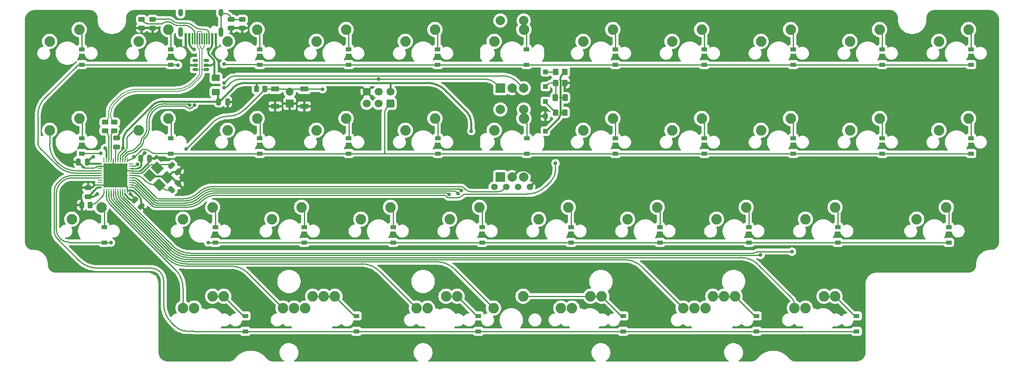
<source format=gbl>
%TF.GenerationSoftware,KiCad,Pcbnew,(6.0.5)*%
%TF.CreationDate,2022-09-22T21:34:51-04:00*%
%TF.ProjectId,vault35_alpha-rounded,7661756c-7433-4355-9f61-6c7068612d72,rev?*%
%TF.SameCoordinates,Original*%
%TF.FileFunction,Copper,L2,Bot*%
%TF.FilePolarity,Positive*%
%FSLAX46Y46*%
G04 Gerber Fmt 4.6, Leading zero omitted, Abs format (unit mm)*
G04 Created by KiCad (PCBNEW (6.0.5)) date 2022-09-22 21:34:51*
%MOMM*%
%LPD*%
G01*
G04 APERTURE LIST*
G04 Aperture macros list*
%AMRoundRect*
0 Rectangle with rounded corners*
0 $1 Rounding radius*
0 $2 $3 $4 $5 $6 $7 $8 $9 X,Y pos of 4 corners*
0 Add a 4 corners polygon primitive as box body*
4,1,4,$2,$3,$4,$5,$6,$7,$8,$9,$2,$3,0*
0 Add four circle primitives for the rounded corners*
1,1,$1+$1,$2,$3*
1,1,$1+$1,$4,$5*
1,1,$1+$1,$6,$7*
1,1,$1+$1,$8,$9*
0 Add four rect primitives between the rounded corners*
20,1,$1+$1,$2,$3,$4,$5,0*
20,1,$1+$1,$4,$5,$6,$7,0*
20,1,$1+$1,$6,$7,$8,$9,0*
20,1,$1+$1,$8,$9,$2,$3,0*%
%AMRotRect*
0 Rectangle, with rotation*
0 The origin of the aperture is its center*
0 $1 length*
0 $2 width*
0 $3 Rotation angle, in degrees counterclockwise*
0 Add horizontal line*
21,1,$1,$2,0,0,$3*%
G04 Aperture macros list end*
%TA.AperFunction,ComponentPad*%
%ADD10C,2.250000*%
%TD*%
%TA.AperFunction,ComponentPad*%
%ADD11O,1.700000X1.700000*%
%TD*%
%TA.AperFunction,ComponentPad*%
%ADD12R,1.700000X1.700000*%
%TD*%
%TA.AperFunction,ComponentPad*%
%ADD13C,2.000000*%
%TD*%
%TA.AperFunction,ComponentPad*%
%ADD14R,2.000000X2.000000*%
%TD*%
%TA.AperFunction,ComponentPad*%
%ADD15C,1.397000*%
%TD*%
%TA.AperFunction,SMDPad,CuDef*%
%ADD16R,1.200000X0.900000*%
%TD*%
%TA.AperFunction,SMDPad,CuDef*%
%ADD17RotRect,2.100000X1.800000X135.000000*%
%TD*%
%TA.AperFunction,ComponentPad*%
%ADD18R,1.000000X1.000000*%
%TD*%
%TA.AperFunction,SMDPad,CuDef*%
%ADD19RoundRect,0.150000X-0.450000X-0.150000X0.450000X-0.150000X0.450000X0.150000X-0.450000X0.150000X0*%
%TD*%
%TA.AperFunction,SMDPad,CuDef*%
%ADD20RoundRect,0.250000X-0.450000X0.262500X-0.450000X-0.262500X0.450000X-0.262500X0.450000X0.262500X0*%
%TD*%
%TA.AperFunction,SMDPad,CuDef*%
%ADD21RoundRect,0.250001X-0.624999X0.462499X-0.624999X-0.462499X0.624999X-0.462499X0.624999X0.462499X0*%
%TD*%
%TA.AperFunction,ComponentPad*%
%ADD22C,0.500000*%
%TD*%
%TA.AperFunction,SMDPad,CuDef*%
%ADD23R,5.200000X5.200000*%
%TD*%
%TA.AperFunction,SMDPad,CuDef*%
%ADD24RoundRect,0.062500X-0.475000X0.062500X-0.475000X-0.062500X0.475000X-0.062500X0.475000X0.062500X0*%
%TD*%
%TA.AperFunction,SMDPad,CuDef*%
%ADD25RoundRect,0.062500X-0.062500X0.475000X-0.062500X-0.475000X0.062500X-0.475000X0.062500X0.475000X0*%
%TD*%
%TA.AperFunction,SMDPad,CuDef*%
%ADD26RoundRect,0.250000X-0.512652X-0.159099X-0.159099X-0.512652X0.512652X0.159099X0.159099X0.512652X0*%
%TD*%
%TA.AperFunction,SMDPad,CuDef*%
%ADD27RoundRect,0.250000X-0.250000X-0.475000X0.250000X-0.475000X0.250000X0.475000X-0.250000X0.475000X0*%
%TD*%
%TA.AperFunction,SMDPad,CuDef*%
%ADD28RoundRect,0.250000X0.337500X0.475000X-0.337500X0.475000X-0.337500X-0.475000X0.337500X-0.475000X0*%
%TD*%
%TA.AperFunction,SMDPad,CuDef*%
%ADD29RoundRect,0.250000X-0.262500X-0.450000X0.262500X-0.450000X0.262500X0.450000X-0.262500X0.450000X0*%
%TD*%
%TA.AperFunction,SMDPad,CuDef*%
%ADD30RoundRect,0.250000X-0.350000X-0.450000X0.350000X-0.450000X0.350000X0.450000X-0.350000X0.450000X0*%
%TD*%
%TA.AperFunction,SMDPad,CuDef*%
%ADD31R,1.800000X1.100000*%
%TD*%
%TA.AperFunction,SMDPad,CuDef*%
%ADD32RoundRect,0.250000X0.159099X-0.512652X0.512652X-0.159099X-0.159099X0.512652X-0.512652X0.159099X0*%
%TD*%
%TA.AperFunction,SMDPad,CuDef*%
%ADD33RoundRect,0.250000X0.250000X0.475000X-0.250000X0.475000X-0.250000X-0.475000X0.250000X-0.475000X0*%
%TD*%
%TA.AperFunction,SMDPad,CuDef*%
%ADD34RoundRect,0.250000X0.475000X-0.250000X0.475000X0.250000X-0.475000X0.250000X-0.475000X-0.250000X0*%
%TD*%
%TA.AperFunction,SMDPad,CuDef*%
%ADD35RoundRect,0.250000X0.350000X0.450000X-0.350000X0.450000X-0.350000X-0.450000X0.350000X-0.450000X0*%
%TD*%
%TA.AperFunction,ComponentPad*%
%ADD36O,1.000000X2.100000*%
%TD*%
%TA.AperFunction,ComponentPad*%
%ADD37O,1.000000X1.600000*%
%TD*%
%TA.AperFunction,SMDPad,CuDef*%
%ADD38R,0.550000X2.450000*%
%TD*%
%TA.AperFunction,SMDPad,CuDef*%
%ADD39R,0.300000X2.450000*%
%TD*%
%TA.AperFunction,SMDPad,CuDef*%
%ADD40RoundRect,0.250000X0.262500X0.450000X-0.262500X0.450000X-0.262500X-0.450000X0.262500X-0.450000X0*%
%TD*%
%TA.AperFunction,ComponentPad*%
%ADD41C,1.700000*%
%TD*%
%TA.AperFunction,ComponentPad*%
%ADD42RoundRect,0.250000X0.600000X-0.600000X0.600000X0.600000X-0.600000X0.600000X-0.600000X-0.600000X0*%
%TD*%
%TA.AperFunction,ViaPad*%
%ADD43C,0.800000*%
%TD*%
%TA.AperFunction,Conductor*%
%ADD44C,0.254000*%
%TD*%
%TA.AperFunction,Conductor*%
%ADD45C,0.381000*%
%TD*%
%TA.AperFunction,Conductor*%
%ADD46C,0.250000*%
%TD*%
%TA.AperFunction,Conductor*%
%ADD47C,0.200000*%
%TD*%
G04 APERTURE END LIST*
D10*
%TO.P,K_SPACE4,2*%
%TO.N,Net-(D_SPACE4-Pad2)*%
X121602500Y-60801250D03*
%TO.P,K_SPACE4,1*%
%TO.N,col3*%
X115252500Y-63341250D03*
%TD*%
%TO.P,K_SPACE17,2*%
%TO.N,Net-(D_SPACE17-Pad2)*%
X159702500Y-79851250D03*
%TO.P,K_SPACE17,1*%
%TO.N,col5*%
X153352500Y-82391250D03*
%TD*%
%TO.P,K_SPACE30,2*%
%TO.N,Net-(D_SPACE30-Pad2)*%
X188277500Y-98901250D03*
%TO.P,K_SPACE30,1*%
%TO.N,col7*%
X181927500Y-101441250D03*
%TD*%
D11*
%TO.P,SW5,2,2*%
%TO.N,RST*%
X109537501Y-74136250D03*
D12*
%TO.P,SW5,1,1*%
%TO.N,GND*%
X109537501Y-76676250D03*
%TD*%
D10*
%TO.P,K_SPACE28,2*%
%TO.N,Net-(D_SPACE38-Pad2)*%
X173990000Y-117951250D03*
%TO.P,K_SPACE28,1*%
%TO.N,col6*%
X167640000Y-120491250D03*
%TD*%
%TO.P,K_SPACE37,2*%
%TO.N,Net-(D_SPACE34-Pad2)*%
X95408750Y-117951250D03*
%TO.P,K_SPACE37,1*%
%TO.N,col2*%
X89058750Y-120491250D03*
%TD*%
%TO.P,K_SPACE9,2*%
%TO.N,Net-(D_SPACE9-Pad2)*%
X216852500Y-60801250D03*
%TO.P,K_SPACE9,1*%
%TO.N,col8*%
X210502500Y-63341250D03*
%TD*%
%TO.P,K_SPACE21,2*%
%TO.N,Net-(D_SPACE21-Pad2)*%
X235902500Y-79851250D03*
%TO.P,K_SPACE21,1*%
%TO.N,col9*%
X229552500Y-82391250D03*
%TD*%
%TO.P,K_SPACE33,2*%
%TO.N,Net-(D_SPACE33-Pad2)*%
X250190000Y-98901250D03*
%TO.P,K_SPACE33,1*%
%TO.N,col10*%
X243840000Y-101441250D03*
%TD*%
%TO.P,K_SPACE41,2*%
%TO.N,Net-(D_SPACE39-Pad2)*%
X204946250Y-117951250D03*
%TO.P,K_SPACE41,1*%
%TO.N,col7*%
X198596250Y-120491250D03*
%TD*%
%TO.P,K_SPACE15,2*%
%TO.N,Net-(D_SPACE15-Pad2)*%
X121602500Y-79851250D03*
%TO.P,K_SPACE15,1*%
%TO.N,col3*%
X115252500Y-82391250D03*
%TD*%
%TO.P,K_SPACE44,2*%
%TO.N,Net-(D_SPACE35-Pad2)*%
X116840000Y-117951250D03*
%TO.P,K_SPACE44,1*%
%TO.N,col3*%
X110490000Y-120491250D03*
%TD*%
%TO.P,K_SPACE10,2*%
%TO.N,Net-(D_SPACE10-Pad2)*%
X235902500Y-60801250D03*
%TO.P,K_SPACE10,1*%
%TO.N,col9*%
X229552500Y-63341250D03*
%TD*%
%TO.P,K_SPACE34,2*%
%TO.N,Net-(D_SPACE35-Pad2)*%
X114458750Y-117951250D03*
%TO.P,K_SPACE34,1*%
%TO.N,col3*%
X108108750Y-120491250D03*
%TD*%
%TO.P,K_SPACE2,2*%
%TO.N,Net-(D_SPACE2-Pad2)*%
X83502500Y-60801250D03*
%TO.P,K_SPACE2,1*%
%TO.N,col1*%
X77152500Y-63341250D03*
%TD*%
%TO.P,K_SPACE36,2*%
%TO.N,Net-(D_SPACE39-Pad2)*%
X200183750Y-117951250D03*
%TO.P,K_SPACE36,1*%
%TO.N,col7*%
X193833750Y-120491250D03*
%TD*%
%TO.P,K_SPACE47,2*%
%TO.N,Net-(D_SPACE39-Pad2)*%
X202565000Y-117951250D03*
%TO.P,K_SPACE47,1*%
%TO.N,col7*%
X196215000Y-120491250D03*
%TD*%
%TO.P,K_SPACE14,2*%
%TO.N,Net-(D_SPACE14-Pad2)*%
X102552500Y-79851250D03*
%TO.P,K_SPACE14,1*%
%TO.N,col2*%
X96202500Y-82391250D03*
%TD*%
%TO.P,K_SPACE32,2*%
%TO.N,Net-(D_SPACE32-Pad2)*%
X226377500Y-98901250D03*
%TO.P,K_SPACE32,1*%
%TO.N,col9*%
X220027500Y-101441250D03*
%TD*%
D13*
%TO.P,SW2,S2,S2*%
%TO.N,col5*%
X154662500Y-58874486D03*
%TO.P,SW2,S1,S1*%
%TO.N,Net-(D_SPACE6-Pad2)*%
X159662500Y-58874486D03*
%TO.P,SW2,C,C*%
%TO.N,GND*%
X157162500Y-73374486D03*
%TO.P,SW2,B,B*%
%TO.N,encB*%
X159662500Y-73374486D03*
D14*
%TO.P,SW2,A,A*%
%TO.N,encA*%
X154662500Y-73374486D03*
%TD*%
D13*
%TO.P,SW3,S2,S2*%
%TO.N,col5*%
X154662500Y-77928031D03*
%TO.P,SW3,S1,S1*%
%TO.N,Net-(D_SPACE17-Pad2)*%
X159662500Y-77928031D03*
%TO.P,SW3,C,C*%
%TO.N,GND*%
X157162500Y-92428031D03*
%TO.P,SW3,B,B*%
%TO.N,SCL*%
X159662500Y-92428031D03*
D14*
%TO.P,SW3,A,A*%
%TO.N,SDA*%
X154662500Y-92428031D03*
%TD*%
D10*
%TO.P,K_SPACE45,2*%
%TO.N,Net-(D_SPACE36-Pad2)*%
X143033750Y-117951250D03*
%TO.P,K_SPACE45,1*%
%TO.N,col4*%
X136683750Y-120491250D03*
%TD*%
%TO.P,K_SPACE26,2*%
%TO.N,Net-(D_SPACE26-Pad2)*%
X131127500Y-98901250D03*
%TO.P,K_SPACE26,1*%
%TO.N,col3*%
X124777500Y-101441250D03*
%TD*%
%TO.P,K_SPACE25,2*%
%TO.N,Net-(D_SPACE25-Pad2)*%
X112077500Y-98901250D03*
%TO.P,K_SPACE25,1*%
%TO.N,col2*%
X105727500Y-101441250D03*
%TD*%
%TO.P,K_SPACE8,2*%
%TO.N,Net-(D_SPACE8-Pad2)*%
X197802500Y-60801250D03*
%TO.P,K_SPACE8,1*%
%TO.N,col7*%
X191452500Y-63341250D03*
%TD*%
%TO.P,K_SPACE46,2*%
%TO.N,Net-(D_SPACE38-Pad2)*%
X159543750Y-117951250D03*
%TO.P,K_SPACE46,1*%
%TO.N,col6*%
X153193750Y-120491250D03*
%TD*%
%TO.P,K_SPACE43,2*%
%TO.N,Net-(D_SPACE34-Pad2)*%
X93027500Y-117951250D03*
%TO.P,K_SPACE43,1*%
%TO.N,col2*%
X86677500Y-120491250D03*
%TD*%
%TO.P,K_SPACE20,2*%
%TO.N,Net-(D_SPACE20-Pad2)*%
X216852500Y-79851250D03*
%TO.P,K_SPACE20,1*%
%TO.N,col8*%
X210502500Y-82391250D03*
%TD*%
%TO.P,K_SPACE48,2*%
%TO.N,Net-(D_SPACE40-Pad2)*%
X226377500Y-117951250D03*
%TO.P,K_SPACE48,1*%
%TO.N,col8*%
X220027500Y-120491250D03*
%TD*%
D15*
%TO.P,OL1,4,GND*%
%TO.N,GND*%
X160972500Y-94554586D03*
%TO.P,OL1,3,VCC*%
%TO.N,+5V*%
X158432500Y-94554586D03*
%TO.P,OL1,2,SCL*%
%TO.N,SCL*%
X155892500Y-94554586D03*
%TO.P,OL1,1,SDA*%
%TO.N,SDA*%
X153352500Y-94554586D03*
%TD*%
D10*
%TO.P,K_SPACE38,2*%
%TO.N,Net-(D_SPACE35-Pad2)*%
X119221250Y-117951250D03*
%TO.P,K_SPACE38,1*%
%TO.N,col3*%
X112871250Y-120491250D03*
%TD*%
%TO.P,K_SPACE11,2*%
%TO.N,Net-(D_SPACE11-Pad2)*%
X254952500Y-60801250D03*
%TO.P,K_SPACE11,1*%
%TO.N,col10*%
X248602500Y-63341250D03*
%TD*%
%TO.P,K_SPACE19,2*%
%TO.N,Net-(D_SPACE19-Pad2)*%
X197802500Y-79851250D03*
%TO.P,K_SPACE19,1*%
%TO.N,col7*%
X191452500Y-82391250D03*
%TD*%
%TO.P,K_SPACE39,2*%
%TO.N,Net-(D_SPACE36-Pad2)*%
X145415000Y-117951250D03*
%TO.P,K_SPACE39,1*%
%TO.N,col4*%
X139065000Y-120491250D03*
%TD*%
%TO.P,K_SPACE23,1*%
%TO.N,col0*%
X62865000Y-101441250D03*
%TO.P,K_SPACE23,2*%
%TO.N,Net-(D_SPACE23-Pad2)*%
X69215000Y-98901250D03*
%TD*%
%TO.P,K_SPACE16,2*%
%TO.N,Net-(D_SPACE16-Pad2)*%
X140652500Y-79851250D03*
%TO.P,K_SPACE16,1*%
%TO.N,col4*%
X134302500Y-82391250D03*
%TD*%
%TO.P,K_SPACE12,2*%
%TO.N,Net-(D_SPACE12-Pad2)*%
X64452500Y-79851250D03*
%TO.P,K_SPACE12,1*%
%TO.N,col0*%
X58102500Y-82391250D03*
%TD*%
%TO.P,K_SPACE22,2*%
%TO.N,Net-(D_SPACE22-Pad2)*%
X254952500Y-79851250D03*
%TO.P,K_SPACE22,1*%
%TO.N,col10*%
X248602500Y-82391250D03*
%TD*%
%TO.P,K_SPACE42,2*%
%TO.N,Net-(D_SPACE40-Pad2)*%
X223996250Y-117951250D03*
%TO.P,K_SPACE42,1*%
%TO.N,col8*%
X217646250Y-120491250D03*
%TD*%
%TO.P,K_SPACE3,2*%
%TO.N,Net-(D_SPACE3-Pad2)*%
X102552500Y-60801250D03*
%TO.P,K_SPACE3,1*%
%TO.N,col2*%
X96202500Y-63341250D03*
%TD*%
%TO.P,K_SPACE7,2*%
%TO.N,Net-(D_SPACE7-Pad2)*%
X178752500Y-60801250D03*
%TO.P,K_SPACE7,1*%
%TO.N,col6*%
X172402500Y-63341250D03*
%TD*%
%TO.P,K_SPACE6,2*%
%TO.N,Net-(D_SPACE6-Pad2)*%
X159702500Y-60801250D03*
%TO.P,K_SPACE6,1*%
%TO.N,col5*%
X153352500Y-63341250D03*
%TD*%
%TO.P,K_SPACE29,2*%
%TO.N,Net-(D_SPACE29-Pad2)*%
X169227500Y-98901250D03*
%TO.P,K_SPACE29,1*%
%TO.N,col6*%
X162877500Y-101441250D03*
%TD*%
%TO.P,K_SPACE5,2*%
%TO.N,Net-(D_SPACE5-Pad2)*%
X140652500Y-60801250D03*
%TO.P,K_SPACE5,1*%
%TO.N,col4*%
X134302500Y-63341250D03*
%TD*%
%TO.P,K_SPACE35,2*%
%TO.N,Net-(D_SPACE38-Pad2)*%
X176371250Y-117951250D03*
%TO.P,K_SPACE35,1*%
%TO.N,col6*%
X170021250Y-120491250D03*
%TD*%
%TO.P,K_SPACE27,2*%
%TO.N,Net-(D_SPACE27-Pad2)*%
X150177500Y-98901250D03*
%TO.P,K_SPACE27,1*%
%TO.N,col4*%
X143827500Y-101441250D03*
%TD*%
%TO.P,K_SPACE24,2*%
%TO.N,Net-(D_SPACE24-Pad2)*%
X93027500Y-98901250D03*
%TO.P,K_SPACE24,1*%
%TO.N,col1*%
X86677500Y-101441250D03*
%TD*%
%TO.P,K_SPACE18,2*%
%TO.N,Net-(D_SPACE18-Pad2)*%
X178752500Y-79851250D03*
%TO.P,K_SPACE18,1*%
%TO.N,col6*%
X172402500Y-82391250D03*
%TD*%
%TO.P,K_SPACE31,2*%
%TO.N,Net-(D_SPACE31-Pad2)*%
X207327500Y-98901250D03*
%TO.P,K_SPACE31,1*%
%TO.N,col8*%
X200977500Y-101441250D03*
%TD*%
%TO.P,K_SPACE1,2*%
%TO.N,Net-(D_SPACE1-Pad2)*%
X64452500Y-60801250D03*
%TO.P,K_SPACE1,1*%
%TO.N,col0*%
X58102500Y-63341250D03*
%TD*%
%TO.P,K_SPACE13,2*%
%TO.N,Net-(D_SPACE13-Pad2)*%
X83502500Y-79851250D03*
%TO.P,K_SPACE13,1*%
%TO.N,col1*%
X77152500Y-82391250D03*
%TD*%
D16*
%TO.P,D_SPACE17,2,A*%
%TO.N,Net-(D_SPACE17-Pad2)*%
X160298440Y-84075000D03*
%TO.P,D_SPACE17,1,K*%
%TO.N,row1*%
X160298440Y-87375000D03*
%TD*%
%TO.P,D_SPACE34,2,A*%
%TO.N,Net-(D_SPACE34-Pad2)*%
X100012500Y-122175000D03*
%TO.P,D_SPACE34,1,K*%
%TO.N,row3*%
X100012500Y-125475000D03*
%TD*%
%TO.P,D_SPACE5,2,A*%
%TO.N,Net-(D_SPACE5-Pad2)*%
X141212656Y-65025000D03*
%TO.P,D_SPACE5,1,K*%
%TO.N,row0*%
X141212656Y-68325000D03*
%TD*%
%TO.P,D_SPACE1,2,A*%
%TO.N,Net-(D_SPACE1-Pad2)*%
X65014844Y-65025000D03*
%TO.P,D_SPACE1,1,K*%
%TO.N,row0*%
X65014844Y-68325000D03*
%TD*%
%TO.P,D_SPACE32,2,A*%
%TO.N,Net-(D_SPACE32-Pad2)*%
X226942192Y-103125000D03*
%TO.P,D_SPACE32,1,K*%
%TO.N,row2*%
X226942192Y-106425000D03*
%TD*%
D17*
%TO.P,X1,4,4*%
%TO.N,GND*%
X83262342Y-92466442D03*
%TO.P,X1,3,3*%
%TO.N,Net-(C2-Pad1)*%
X81211732Y-90415832D03*
%TO.P,X1,2,2*%
%TO.N,GND*%
X79585386Y-92042178D03*
%TO.P,X1,1,1*%
%TO.N,Net-(C1-Pad1)*%
X81635996Y-94092788D03*
%TD*%
D16*
%TO.P,D_SPACE36,2,A*%
%TO.N,Net-(D_SPACE36-Pad2)*%
X149949808Y-122175000D03*
%TO.P,D_SPACE36,1,K*%
%TO.N,row3*%
X149949808Y-125475000D03*
%TD*%
D18*
%TO.P,TP1,1,1*%
%TO.N,PD5*%
X164306250Y-76200000D03*
%TD*%
D19*
%TO.P,U1,6,IO4*%
%TO.N,D+*%
X91687500Y-69368750D03*
%TO.P,U1,5,VP*%
%TO.N,VCC*%
X91687500Y-68418750D03*
%TO.P,U1,4,IO3*%
%TO.N,unconnected-(U1-Pad4)*%
X91687500Y-67468750D03*
%TO.P,U1,3,IO2*%
%TO.N,unconnected-(U1-Pad3)*%
X89287500Y-67468750D03*
%TO.P,U1,2,VN*%
%TO.N,GND*%
X89287500Y-68418750D03*
%TO.P,U1,1,IO1*%
%TO.N,D-*%
X89287500Y-69368750D03*
%TD*%
D20*
%TO.P,UR5,2*%
%TO.N,GND*%
X99382580Y-60463750D03*
%TO.P,UR5,1*%
%TO.N,Net-(C9-Pad2)*%
X99382580Y-58638750D03*
%TD*%
D21*
%TO.P,F1,2*%
%TO.N,+5V*%
X93735235Y-74160785D03*
%TO.P,F1,1*%
%TO.N,VCC*%
X93735235Y-71185785D03*
%TD*%
D18*
%TO.P,TP4,1,1*%
%TO.N,PD2*%
X164306250Y-69850000D03*
%TD*%
D16*
%TO.P,D_SPACE38,2,A*%
%TO.N,Net-(D_SPACE38-Pad2)*%
X180975000Y-122175000D03*
%TO.P,D_SPACE38,1,K*%
%TO.N,row3*%
X180975000Y-125475000D03*
%TD*%
%TO.P,D_SPACE25,2,A*%
%TO.N,Net-(D_SPACE25-Pad2)*%
X112639710Y-103125000D03*
%TO.P,D_SPACE25,1,K*%
%TO.N,row2*%
X112639710Y-106425000D03*
%TD*%
D20*
%TO.P,UR3,2*%
%TO.N,GND*%
X77787500Y-60443750D03*
%TO.P,UR3,1*%
%TO.N,Net-(UR3-Pad1)*%
X77787500Y-58618750D03*
%TD*%
D16*
%TO.P,D_SPACE18,2,A*%
%TO.N,Net-(D_SPACE18-Pad2)*%
X179340628Y-84075000D03*
%TO.P,D_SPACE18,1,K*%
%TO.N,row1*%
X179340628Y-87375000D03*
%TD*%
D22*
%TO.P,U2,45,GND*%
%TO.N,GND*%
X74581250Y-94425000D03*
X73406250Y-92075000D03*
X74581250Y-90900000D03*
X71056250Y-94425000D03*
X73406250Y-90900000D03*
X69881250Y-90900000D03*
X69881250Y-93250000D03*
X72231250Y-94425000D03*
X72231250Y-90900000D03*
X69881250Y-94425000D03*
X72231250Y-92075000D03*
X73406250Y-93250000D03*
X74581250Y-92075000D03*
D23*
X72231250Y-92075000D03*
D22*
X71056250Y-90900000D03*
X74581250Y-93250000D03*
X72231250Y-89725000D03*
X71056250Y-92075000D03*
X73406250Y-89725000D03*
X69881250Y-89725000D03*
X69881250Y-92075000D03*
X71056250Y-89725000D03*
X74581250Y-89725000D03*
X73406250Y-94425000D03*
X71056250Y-93250000D03*
X72231250Y-93250000D03*
D24*
%TO.P,U2,44,AVCC*%
%TO.N,+5V*%
X68893750Y-89575000D03*
%TO.P,U2,43,GND*%
%TO.N,GND*%
X68893750Y-90075000D03*
%TO.P,U2,42,AREF*%
%TO.N,unconnected-(U2-Pad42)*%
X68893750Y-90575000D03*
%TO.P,U2,41,PF0*%
%TO.N,col0*%
X68893750Y-91075000D03*
%TO.P,U2,40,PF1*%
%TO.N,row0*%
X68893750Y-91575000D03*
%TO.P,U2,39,PF4*%
%TO.N,row3*%
X68893750Y-92075000D03*
%TO.P,U2,38,PF5*%
%TO.N,row2*%
X68893750Y-92575000D03*
%TO.P,U2,37,PF6*%
%TO.N,unconnected-(U2-Pad37)*%
X68893750Y-93075000D03*
%TO.P,U2,36,PF7*%
%TO.N,unconnected-(U2-Pad36)*%
X68893750Y-93575000D03*
%TO.P,U2,35,GND*%
%TO.N,GND*%
X68893750Y-94075000D03*
%TO.P,U2,34,VCC*%
%TO.N,+5V*%
X68893750Y-94575000D03*
D25*
%TO.P,U2,33,~{HWB}/PE2*%
%TO.N,Net-(R2-Pad2)*%
X69731250Y-95412500D03*
%TO.P,U2,32,PC7*%
%TO.N,col2*%
X70231250Y-95412500D03*
%TO.P,U2,31,PC6*%
%TO.N,col3*%
X70731250Y-95412500D03*
%TO.P,U2,30,PB6*%
%TO.N,col4*%
X71231250Y-95412500D03*
%TO.P,U2,29,PB5*%
%TO.N,col6*%
X71731250Y-95412500D03*
%TO.P,U2,28,PB4*%
%TO.N,col7*%
X72231250Y-95412500D03*
%TO.P,U2,27,PD7*%
%TO.N,col8*%
X72731250Y-95412500D03*
%TO.P,U2,26,PD6*%
%TO.N,col9*%
X73231250Y-95412500D03*
%TO.P,U2,25,PD4*%
%TO.N,col10*%
X73731250Y-95412500D03*
%TO.P,U2,24,AVCC*%
%TO.N,+5V*%
X74231250Y-95412500D03*
%TO.P,U2,23,GND*%
%TO.N,GND*%
X74731250Y-95412500D03*
D24*
%TO.P,U2,22,PD5*%
%TO.N,PD5*%
X75568750Y-94575000D03*
%TO.P,U2,21,PD3*%
%TO.N,col5*%
X75568750Y-94075000D03*
%TO.P,U2,20,PD2*%
%TO.N,PD2*%
X75568750Y-93575000D03*
%TO.P,U2,19,PD1*%
%TO.N,SDA*%
X75568750Y-93075000D03*
%TO.P,U2,18,PD0*%
%TO.N,SCL*%
X75568750Y-92575000D03*
%TO.P,U2,17,XTAL1*%
%TO.N,Net-(C1-Pad1)*%
X75568750Y-92075000D03*
%TO.P,U2,16,XTAL2*%
%TO.N,Net-(C2-Pad1)*%
X75568750Y-91575000D03*
%TO.P,U2,15,GND*%
%TO.N,GND*%
X75568750Y-91075000D03*
%TO.P,U2,14,VCC*%
%TO.N,+5V*%
X75568750Y-90575000D03*
%TO.P,U2,13,~{RESET}*%
%TO.N,RST*%
X75568750Y-90075000D03*
%TO.P,U2,12,PB7*%
%TO.N,unconnected-(U2-Pad12)*%
X75568750Y-89575000D03*
D25*
%TO.P,U2,11,PB3*%
%TO.N,row1*%
X74731250Y-88737500D03*
%TO.P,U2,10,PB2*%
%TO.N,encA*%
X74231250Y-88737500D03*
%TO.P,U2,9,PB1*%
%TO.N,encB*%
X73731250Y-88737500D03*
%TO.P,U2,8,PB0*%
%TO.N,col1*%
X73231250Y-88737500D03*
%TO.P,U2,7,VBUS*%
%TO.N,+5V*%
X72731250Y-88737500D03*
%TO.P,U2,6,UCAP*%
%TO.N,Net-(C3-Pad1)*%
X72231250Y-88737500D03*
%TO.P,U2,5,UGND*%
%TO.N,GND*%
X71731250Y-88737500D03*
%TO.P,U2,4,D+*%
%TO.N,Net-(U2-Pad4)*%
X71231250Y-88737500D03*
%TO.P,U2,3,D-*%
%TO.N,Net-(U2-Pad3)*%
X70731250Y-88737500D03*
%TO.P,U2,2,UVCC*%
%TO.N,+5V*%
X70231250Y-88737500D03*
%TO.P,U2,1,PE6*%
%TO.N,unconnected-(U2-Pad1)*%
X69731250Y-88737500D03*
%TD*%
D16*
%TO.P,D_SPACE9,2,A*%
%TO.N,Net-(D_SPACE9-Pad2)*%
X217410468Y-65025000D03*
%TO.P,D_SPACE9,1,K*%
%TO.N,row0*%
X217410468Y-68325000D03*
%TD*%
%TO.P,D_SPACE13,2,A*%
%TO.N,Net-(D_SPACE13-Pad2)*%
X84064297Y-84075000D03*
%TO.P,D_SPACE13,1,K*%
%TO.N,row1*%
X84064297Y-87375000D03*
%TD*%
D26*
%TO.P,C2,2*%
%TO.N,GND*%
X85603001Y-91281250D03*
%TO.P,C2,1*%
%TO.N,Net-(C2-Pad1)*%
X84259499Y-89937748D03*
%TD*%
D27*
%TO.P,C4,2*%
%TO.N,GND*%
X96201355Y-76295266D03*
%TO.P,C4,1*%
%TO.N,+5V*%
X94301355Y-76295266D03*
%TD*%
D16*
%TO.P,D_SPACE35,2,A*%
%TO.N,Net-(D_SPACE35-Pad2)*%
X123825000Y-122175000D03*
%TO.P,D_SPACE35,1,K*%
%TO.N,row3*%
X123825000Y-125475000D03*
%TD*%
%TO.P,D_SPACE12,2,A*%
%TO.N,Net-(D_SPACE12-Pad2)*%
X65014844Y-84075000D03*
%TO.P,D_SPACE12,1,K*%
%TO.N,row1*%
X65014844Y-87375000D03*
%TD*%
%TO.P,D_SPACE29,2,A*%
%TO.N,Net-(D_SPACE29-Pad2)*%
X169790949Y-103125000D03*
%TO.P,D_SPACE29,1,K*%
%TO.N,row2*%
X169790949Y-106425000D03*
%TD*%
D28*
%TO.P,C10,2*%
%TO.N,Net-(C10-Pad2)*%
X166443750Y-75406250D03*
%TO.P,C10,1*%
%TO.N,+5V*%
X168518750Y-75406250D03*
%TD*%
D18*
%TO.P,TP2,1,1*%
%TO.N,+5V*%
X164306250Y-82550000D03*
%TD*%
D16*
%TO.P,D_SPACE2,2,A*%
%TO.N,Net-(D_SPACE2-Pad2)*%
X84064297Y-65025000D03*
%TO.P,D_SPACE2,1,K*%
%TO.N,row0*%
X84064297Y-68325000D03*
%TD*%
D18*
%TO.P,TP3,1,1*%
%TO.N,GND*%
X164306250Y-79375000D03*
%TD*%
D20*
%TO.P,UR1,2*%
%TO.N,Net-(U2-Pad4)*%
X71972829Y-82498302D03*
%TO.P,UR1,1*%
%TO.N,D+*%
X71972829Y-80673302D03*
%TD*%
D16*
%TO.P,D_SPACE20,2,A*%
%TO.N,Net-(D_SPACE20-Pad2)*%
X217425004Y-84075000D03*
%TO.P,D_SPACE20,1,K*%
%TO.N,row1*%
X217425004Y-87375000D03*
%TD*%
%TO.P,D_SPACE24,2,A*%
%TO.N,Net-(D_SPACE24-Pad2)*%
X93589297Y-103125000D03*
%TO.P,D_SPACE24,1,K*%
%TO.N,row2*%
X93589297Y-106425000D03*
%TD*%
%TO.P,D_SPACE21,2,A*%
%TO.N,Net-(D_SPACE21-Pad2)*%
X236467192Y-84075000D03*
%TO.P,D_SPACE21,1,K*%
%TO.N,row1*%
X236467192Y-87375000D03*
%TD*%
%TO.P,D_SPACE15,2,A*%
%TO.N,Net-(D_SPACE15-Pad2)*%
X122163203Y-84075000D03*
%TO.P,D_SPACE15,1,K*%
%TO.N,row1*%
X122163203Y-87375000D03*
%TD*%
%TO.P,D_SPACE26,2,A*%
%TO.N,Net-(D_SPACE26-Pad2)*%
X131690123Y-103125000D03*
%TO.P,D_SPACE26,1,K*%
%TO.N,row2*%
X131690123Y-106425000D03*
%TD*%
D29*
%TO.P,R2,2*%
%TO.N,Net-(R2-Pad2)*%
X66793750Y-98425000D03*
%TO.P,R2,1*%
%TO.N,GND*%
X64968750Y-98425000D03*
%TD*%
D16*
%TO.P,D_SPACE16,2,A*%
%TO.N,Net-(D_SPACE16-Pad2)*%
X141256252Y-84075000D03*
%TO.P,D_SPACE16,1,K*%
%TO.N,row1*%
X141256252Y-87375000D03*
%TD*%
%TO.P,D_SPACE14,2,A*%
%TO.N,Net-(D_SPACE14-Pad2)*%
X103113750Y-84075000D03*
%TO.P,D_SPACE14,1,K*%
%TO.N,row1*%
X103113750Y-87375000D03*
%TD*%
D18*
%TO.P,TP5,1,1*%
%TO.N,Net-(C10-Pad2)*%
X164306250Y-73025000D03*
%TD*%
D16*
%TO.P,D_SPACE30,2,A*%
%TO.N,Net-(D_SPACE30-Pad2)*%
X188841362Y-103125000D03*
%TO.P,D_SPACE30,1,K*%
%TO.N,row2*%
X188841362Y-106425000D03*
%TD*%
D30*
%TO.P,UR8,2*%
%TO.N,GND*%
X168481250Y-72231250D03*
%TO.P,UR8,1*%
%TO.N,Net-(C10-Pad2)*%
X166481250Y-72231250D03*
%TD*%
D31*
%TO.P,SW1,2,2*%
%TO.N,RST*%
X112637501Y-73556249D03*
X106437501Y-73556249D03*
%TO.P,SW1,1,1*%
%TO.N,GND*%
X106437501Y-77256249D03*
X112637501Y-77256249D03*
%TD*%
D27*
%TO.P,C6,2*%
%TO.N,GND*%
X79496625Y-88395622D03*
%TO.P,C6,1*%
%TO.N,+5V*%
X77596625Y-88395622D03*
%TD*%
D16*
%TO.P,D_SPACE4,2,A*%
%TO.N,Net-(D_SPACE4-Pad2)*%
X122163203Y-65025000D03*
%TO.P,D_SPACE4,1,K*%
%TO.N,row0*%
X122163203Y-68325000D03*
%TD*%
D32*
%TO.P,C1,2*%
%TO.N,GND*%
X85603001Y-93784499D03*
%TO.P,C1,1*%
%TO.N,Net-(C1-Pad1)*%
X84259499Y-95128001D03*
%TD*%
D16*
%TO.P,D_SPACE11,2,A*%
%TO.N,Net-(D_SPACE11-Pad2)*%
X255509381Y-65025000D03*
%TO.P,D_SPACE11,1,K*%
%TO.N,row0*%
X255509381Y-68325000D03*
%TD*%
D33*
%TO.P,C8,2*%
%TO.N,GND*%
X64246724Y-89155308D03*
%TO.P,C8,1*%
%TO.N,+5V*%
X66146724Y-89155308D03*
%TD*%
D20*
%TO.P,UR2,2*%
%TO.N,Net-(U2-Pad3)*%
X69972829Y-82498304D03*
%TO.P,UR2,1*%
%TO.N,D-*%
X69972829Y-80673304D03*
%TD*%
D16*
%TO.P,D_SPACE10,2,A*%
%TO.N,Net-(D_SPACE10-Pad2)*%
X236459921Y-65025000D03*
%TO.P,D_SPACE10,1,K*%
%TO.N,row0*%
X236459921Y-68325000D03*
%TD*%
%TO.P,D_SPACE40,2,A*%
%TO.N,Net-(D_SPACE40-Pad2)*%
X230981250Y-122175000D03*
%TO.P,D_SPACE40,1,K*%
%TO.N,row3*%
X230981250Y-125475000D03*
%TD*%
D30*
%TO.P,UR7,2*%
%TO.N,+5V*%
X168481250Y-69850000D03*
%TO.P,UR7,1*%
%TO.N,PD2*%
X166481250Y-69850000D03*
%TD*%
D16*
%TO.P,D_SPACE8,2,A*%
%TO.N,Net-(D_SPACE8-Pad2)*%
X198361015Y-65025000D03*
%TO.P,D_SPACE8,1,K*%
%TO.N,row0*%
X198361015Y-68325000D03*
%TD*%
%TO.P,D_SPACE39,2,A*%
%TO.N,Net-(D_SPACE39-Pad2)*%
X209550000Y-122175000D03*
%TO.P,D_SPACE39,1,K*%
%TO.N,row3*%
X209550000Y-125475000D03*
%TD*%
D34*
%TO.P,C3,2*%
%TO.N,GND*%
X72412124Y-84044574D03*
%TO.P,C3,1*%
%TO.N,Net-(C3-Pad1)*%
X72412124Y-85944574D03*
%TD*%
D16*
%TO.P,D_SPACE3,2,A*%
%TO.N,Net-(D_SPACE3-Pad2)*%
X103113750Y-65025000D03*
%TO.P,D_SPACE3,1,K*%
%TO.N,row0*%
X103113750Y-68325000D03*
%TD*%
D26*
%TO.P,C5,2*%
%TO.N,GND*%
X77729282Y-98663929D03*
%TO.P,C5,1*%
%TO.N,+5V*%
X76385780Y-97320427D03*
%TD*%
D34*
%TO.P,C7,2*%
%TO.N,GND*%
X66318507Y-94701211D03*
%TO.P,C7,1*%
%TO.N,+5V*%
X66318507Y-96601211D03*
%TD*%
D16*
%TO.P,D_SPACE27,2,A*%
%TO.N,Net-(D_SPACE27-Pad2)*%
X150740536Y-103125000D03*
%TO.P,D_SPACE27,1,K*%
%TO.N,row2*%
X150740536Y-106425000D03*
%TD*%
%TO.P,D_SPACE23,2,A*%
%TO.N,Net-(D_SPACE23-Pad2)*%
X69787601Y-103125000D03*
%TO.P,D_SPACE23,1,K*%
%TO.N,row2*%
X69787601Y-106425000D03*
%TD*%
%TO.P,D_SPACE31,2,A*%
%TO.N,Net-(D_SPACE31-Pad2)*%
X207891775Y-103125000D03*
%TO.P,D_SPACE31,1,K*%
%TO.N,row2*%
X207891775Y-106425000D03*
%TD*%
%TO.P,D_SPACE7,2,A*%
%TO.N,Net-(D_SPACE7-Pad2)*%
X179311562Y-65025000D03*
%TO.P,D_SPACE7,1,K*%
%TO.N,row0*%
X179311562Y-68325000D03*
%TD*%
D35*
%TO.P,UR6,2*%
%TO.N,PD5*%
X166481250Y-78581250D03*
%TO.P,UR6,1*%
%TO.N,+5V*%
X168481250Y-78581250D03*
%TD*%
D34*
%TO.P,C9,2*%
%TO.N,Net-(C9-Pad2)*%
X97001330Y-58601250D03*
%TO.P,C9,1*%
%TO.N,GND*%
X97001330Y-60501250D03*
%TD*%
D16*
%TO.P,D_SPACE33,2,A*%
%TO.N,Net-(D_SPACE33-Pad2)*%
X250745349Y-103125000D03*
%TO.P,D_SPACE33,1,K*%
%TO.N,row2*%
X250745349Y-106425000D03*
%TD*%
D36*
%TO.P,USB1,13,SHIELD*%
%TO.N,Net-(C9-Pad2)*%
X86167500Y-61328938D03*
D37*
X86167500Y-57148938D03*
D36*
X94807500Y-61328938D03*
D37*
X94807500Y-57148938D03*
D38*
%TO.P,USB1,12,GND*%
%TO.N,GND*%
X93712500Y-62743938D03*
%TO.P,USB1,11,VBUS*%
%TO.N,VCC*%
X92937500Y-62743938D03*
D39*
%TO.P,USB1,10,CC2*%
%TO.N,Net-(UR4-Pad1)*%
X92237500Y-62743938D03*
%TO.P,USB1,9,SBU1*%
%TO.N,unconnected-(USB1-Pad9)*%
X91737500Y-62743938D03*
%TO.P,USB1,8,DP2*%
%TO.N,D+*%
X91237500Y-62743938D03*
%TO.P,USB1,7,DN1*%
%TO.N,D-*%
X90737500Y-62743938D03*
%TO.P,USB1,6,DP1*%
%TO.N,D+*%
X90237500Y-62743938D03*
%TO.P,USB1,5,DN2*%
%TO.N,D-*%
X89737500Y-62743938D03*
%TO.P,USB1,4,CC1*%
%TO.N,Net-(UR3-Pad1)*%
X89237500Y-62743938D03*
%TO.P,USB1,3,SBU2*%
%TO.N,unconnected-(USB1-Pad3)*%
X88737500Y-62743938D03*
D38*
%TO.P,USB1,2,VBUS*%
%TO.N,VCC*%
X88037500Y-62743938D03*
%TO.P,USB1,1,GND*%
%TO.N,GND*%
X87262500Y-62743938D03*
%TD*%
D40*
%TO.P,R1,2*%
%TO.N,+5V*%
X102417718Y-73506249D03*
%TO.P,R1,1*%
%TO.N,RST*%
X104242718Y-73506249D03*
%TD*%
D41*
%TO.P,J1,6,GND*%
%TO.N,GND*%
X126052500Y-74144856D03*
%TO.P,J1,5,~{RST}*%
%TO.N,RST*%
X126052500Y-76684856D03*
%TO.P,J1,4,MOSI*%
%TO.N,encA*%
X128592500Y-74144856D03*
%TO.P,J1,3,SCK*%
%TO.N,col4*%
X128592500Y-76684856D03*
%TO.P,J1,2,VCC*%
%TO.N,+5V*%
X131132500Y-74144856D03*
D42*
%TO.P,J1,1,MISO*%
%TO.N,row1*%
X131132500Y-76684856D03*
%TD*%
D16*
%TO.P,D_SPACE19,2,A*%
%TO.N,Net-(D_SPACE19-Pad2)*%
X198382816Y-84075000D03*
%TO.P,D_SPACE19,1,K*%
%TO.N,row1*%
X198382816Y-87375000D03*
%TD*%
%TO.P,D_SPACE22,2,A*%
%TO.N,Net-(D_SPACE22-Pad2)*%
X255509381Y-84075000D03*
%TO.P,D_SPACE22,1,K*%
%TO.N,row1*%
X255509381Y-87375000D03*
%TD*%
D20*
%TO.P,UR4,2*%
%TO.N,GND*%
X80168750Y-60443750D03*
%TO.P,UR4,1*%
%TO.N,Net-(UR4-Pad1)*%
X80168750Y-58618750D03*
%TD*%
D16*
%TO.P,D_SPACE6,2,A*%
%TO.N,Net-(D_SPACE6-Pad2)*%
X160262109Y-65025000D03*
%TO.P,D_SPACE6,1,K*%
%TO.N,row0*%
X160262109Y-68325000D03*
%TD*%
D43*
%TO.N,GND*%
X87312500Y-69850000D03*
X128587500Y-115887500D03*
X98176060Y-61975001D03*
X100012500Y-114300000D03*
X87905498Y-66066830D03*
X86518750Y-90298744D03*
X141287500Y-111918750D03*
X80962500Y-88106250D03*
X62976856Y-89134107D03*
X97667748Y-76391526D03*
X78583953Y-99526958D03*
X169862500Y-72231250D03*
X64920215Y-99964468D03*
X92205264Y-84580399D03*
X73025000Y-109537500D03*
X86485196Y-92452480D03*
X97631250Y-69850000D03*
X73818750Y-81756250D03*
X64783346Y-94681323D03*
X192881250Y-116681250D03*
X93136528Y-66025339D03*
X180181250Y-111918750D03*
X79037920Y-61878898D03*
%TO.N,+5V*%
X75435208Y-96051137D03*
X70004750Y-86209980D03*
X68262500Y-96043750D03*
X148431250Y-82550000D03*
X67468750Y-88106250D03*
X78479518Y-87245250D03*
X73818750Y-86209980D03*
%TO.N,row0*%
X85575364Y-68404259D03*
X95473989Y-68232272D03*
%TO.N,row1*%
X69056250Y-87312500D03*
X76200000Y-88106250D03*
%TO.N,row2*%
X92075722Y-106426462D03*
X71236578Y-106444440D03*
%TO.N,VCC*%
X92075000Y-65087500D03*
X89075933Y-65087500D03*
%TO.N,col5*%
X143668750Y-96089790D03*
%TO.N,col9*%
X210383402Y-109114390D03*
%TO.N,col10*%
X217139920Y-108396176D03*
%TO.N,RST*%
X76951118Y-89736398D03*
X87372180Y-86357828D03*
X116571845Y-73572385D03*
%TO.N,encB*%
X88079056Y-76990000D03*
X95476000Y-72231250D03*
%TO.N,encA*%
X89089790Y-76990000D03*
X128587500Y-71437500D03*
X95476000Y-73230753D03*
%TO.N,SDA*%
X146282830Y-95249340D03*
%TO.N,PD5*%
X166471497Y-89477747D03*
%TO.N,PD2*%
X145575414Y-95955434D03*
%TD*%
D44*
%TO.N,row3*%
X60245709Y-93242979D02*
X59772599Y-93716084D01*
%TO.N,encA*%
X88020776Y-77716507D02*
X88156170Y-77716515D01*
%TO.N,SCL*%
X147107712Y-95017923D02*
X146843177Y-94753382D01*
D45*
%TO.N,+5V*%
X100012500Y-72231250D02*
X101996875Y-72231250D01*
%TO.N,GND*%
X87401465Y-67173847D02*
X87365879Y-67209434D01*
X64246724Y-89155308D02*
X65278073Y-90186657D01*
X87490431Y-67084881D02*
X87419258Y-67156054D01*
X65328213Y-90236797D02*
X65428494Y-90337078D01*
D44*
%TO.N,PD5*%
X76104498Y-94655106D02*
G75*
G03*
X75963349Y-94596631I-292598J-506694D01*
G01*
X76254156Y-94774161D02*
G75*
G03*
X76199069Y-94720268I-2482756J-2482639D01*
G01*
X75926144Y-94586661D02*
G75*
G03*
X75850397Y-94575846I-82744J-308839D01*
G01*
X80779712Y-98880514D02*
G75*
G02*
X80064099Y-98584102I-12J1012014D01*
G01*
X75773337Y-94575001D02*
G75*
G02*
X75850397Y-94575846I63J-3509999D01*
G01*
X76199065Y-94720272D02*
G75*
G03*
X76137858Y-94674356I-221065J-230928D01*
G01*
D46*
%TO.N,row0*%
X65406641Y-68325000D02*
X84064297Y-68325000D01*
D44*
%TO.N,PD5*%
X80779712Y-98880520D02*
X87571722Y-98880520D01*
X76254156Y-94774161D02*
X80064098Y-98584103D01*
X75963349Y-94596631D02*
X75926144Y-94586663D01*
X76104503Y-94655097D02*
X76137858Y-94674355D01*
X75773337Y-94575000D02*
X75568750Y-94575000D01*
D45*
%TO.N,GND*%
X87401465Y-67173847D02*
X87419258Y-67156054D01*
X65278073Y-90186657D02*
X65328213Y-90236797D01*
D44*
%TO.N,col5*%
X80821198Y-98426992D02*
G75*
G02*
X80355448Y-98234080I2J658692D01*
G01*
X80821198Y-98427000D02*
X87388110Y-98427000D01*
X76418265Y-94296897D02*
X80355448Y-98234080D01*
X75882559Y-94075000D02*
X75568750Y-94075000D01*
X75882559Y-94075029D02*
G75*
G02*
X76418265Y-94296897I41J-757571D01*
G01*
%TO.N,PD5*%
X143092832Y-96541315D02*
X143269381Y-96717851D01*
%TO.N,GND*%
X68098843Y-90282250D02*
X68181889Y-90199204D01*
D45*
%TO.N,+5V*%
X77476927Y-90327818D02*
X77646253Y-90158490D01*
%TO.N,VCC*%
X92603133Y-64753133D02*
G75*
G03*
X92937500Y-63945909I-807233J807233D01*
G01*
X88837809Y-65025287D02*
G75*
G03*
X88987966Y-65087500I150191J150187D01*
G01*
X92337287Y-65018998D02*
G75*
G02*
X92171886Y-65087500I-165387J165398D01*
G01*
X93401084Y-67705788D02*
G75*
G02*
X93192284Y-68209927I-712984J-12D01*
G01*
X93192294Y-68209937D02*
G75*
G02*
X93401107Y-68296425I86506J-86463D01*
G01*
X92426256Y-66432323D02*
G75*
G02*
X92075000Y-65584270I848044J848023D01*
G01*
X88468756Y-64656244D02*
G75*
G02*
X88037500Y-63615120I1041144J1041144D01*
G01*
X93192260Y-68209903D02*
G75*
G02*
X92688145Y-68418750I-504160J504103D01*
G01*
X93191131Y-67197130D02*
G75*
G02*
X93401107Y-67704127I-507031J-506970D01*
G01*
X93401107Y-68296425D02*
X93401107Y-67705788D01*
%TO.N,+5V*%
X66349047Y-89357657D02*
G75*
G03*
X66837542Y-89559980I488453J488457D01*
G01*
X73818775Y-84808633D02*
G75*
G02*
X74854578Y-82307920I3536525J33D01*
G01*
X167496290Y-75401190D02*
G75*
G03*
X167491230Y-75403326I-2090J-2110D01*
G01*
X167491231Y-75389213D02*
G75*
G03*
X167496220Y-75401260I17069J13D01*
G01*
X102376802Y-72231259D02*
G75*
G02*
X102405734Y-72243234I-2J-40941D01*
G01*
X167496234Y-78586254D02*
G75*
G02*
X167508266Y-78581250I12066J-12046D01*
G01*
X167491209Y-71540069D02*
G75*
G02*
X167986240Y-70345010I1690091J-31D01*
G01*
X76839086Y-90592017D02*
G75*
G03*
X77476927Y-90327818I14J902017D01*
G01*
X102417741Y-72272165D02*
G75*
G03*
X102405734Y-72243234I-40941J-35D01*
G01*
D44*
X73838254Y-86311143D02*
G75*
G02*
X73825412Y-86342107I-43854J43D01*
G01*
D45*
X77741156Y-89929437D02*
G75*
G02*
X77646253Y-90158490I-323956J37D01*
G01*
X131050611Y-72313139D02*
G75*
G02*
X131132500Y-72510788I-197611J-197661D01*
G01*
X74223898Y-96101900D02*
G75*
G03*
X74275842Y-96227285I177302J0D01*
G01*
D44*
X73191307Y-86976218D02*
G75*
G03*
X72731250Y-88086885I1110693J-1110682D01*
G01*
D45*
X70109488Y-86314722D02*
G75*
G02*
X70214230Y-86567584I-252888J-252878D01*
G01*
X67310854Y-96601188D02*
G75*
G03*
X67983769Y-96322480I46J951588D01*
G01*
X73828516Y-86283239D02*
G75*
G02*
X73818750Y-86259736I23484J23539D01*
G01*
X131050647Y-72313103D02*
G75*
G03*
X130852961Y-72231250I-197647J-197697D01*
G01*
X131050619Y-72313131D02*
G75*
G02*
X131084538Y-72231250I33881J33931D01*
G01*
X167186774Y-79756661D02*
G75*
G03*
X167491230Y-79021750I-734874J734961D01*
G01*
X73828480Y-86283275D02*
G75*
G02*
X73838238Y-86306785I-23480J-23525D01*
G01*
X67332266Y-88106211D02*
G75*
G03*
X67099274Y-88202759I34J-329489D01*
G01*
X167491231Y-78598286D02*
G75*
G02*
X167496220Y-78586240I17069J-14D01*
G01*
X167491330Y-78584174D02*
G75*
G03*
X167496219Y-78586239I2870J-26D01*
G01*
X75772022Y-97320409D02*
G75*
G02*
X75083992Y-97035435I-22J973009D01*
G01*
X68606712Y-94600048D02*
G75*
G03*
X68116707Y-94803010I-12J-692952D01*
G01*
X97302470Y-73353785D02*
G75*
G02*
X100012500Y-72231250I2710030J-2710015D01*
G01*
X79964697Y-77197802D02*
G75*
G02*
X82373604Y-76200000I2408903J-2408898D01*
G01*
X167496234Y-75401246D02*
G75*
G03*
X167508266Y-75406250I12066J12046D01*
G01*
X142881274Y-73825060D02*
G75*
G03*
X139033536Y-72231250I-3847774J-3847740D01*
G01*
X147308714Y-78252470D02*
G75*
G02*
X148431250Y-80962500I-2710014J-2710030D01*
G01*
D44*
X75577265Y-90583505D02*
G75*
G03*
X75597804Y-90592020I20535J20505D01*
G01*
D45*
X167491230Y-75403326D02*
X167491230Y-75389213D01*
X130852961Y-72231250D02*
X131084538Y-72231250D01*
X167491230Y-78598286D02*
X167491230Y-78584173D01*
%TO.N,GND*%
X79496652Y-88780438D02*
G75*
G02*
X79224517Y-89437360I-929052J38D01*
G01*
X93136549Y-65626222D02*
G75*
G02*
X93418745Y-64944888I963551J22D01*
G01*
X87584005Y-64959387D02*
G75*
G02*
X87262500Y-64183225I776195J776187D01*
G01*
X73374567Y-82200414D02*
G75*
G03*
X73062849Y-82953000I752633J-752586D01*
G01*
X94813196Y-69413208D02*
G75*
G02*
X94376404Y-68358678I1054504J1054508D01*
G01*
D44*
X75663092Y-91095845D02*
G75*
G03*
X75694869Y-91109039I31808J31745D01*
G01*
X77341181Y-91109019D02*
G75*
G03*
X77487706Y-91048346I19J207219D01*
G01*
D45*
X76441647Y-95692856D02*
G75*
G03*
X75372544Y-95250000I-1069147J-1069144D01*
G01*
X87312471Y-68431565D02*
G75*
G02*
X87316254Y-68422504I12829J-35D01*
G01*
X87316231Y-68422480D02*
G75*
G02*
X87312501Y-68420948I-1531J1580D01*
G01*
X161434074Y-92014341D02*
G75*
G02*
X161864586Y-93053671I-1039374J-1039359D01*
G01*
X72751131Y-83705586D02*
G75*
G03*
X73062849Y-82953000I-752631J752586D01*
G01*
X87692304Y-66882999D02*
G75*
G03*
X87905498Y-66368323I-514704J514699D01*
G01*
X77585822Y-91057984D02*
G75*
G03*
X77616682Y-91045197I-22J43684D01*
G01*
X64944475Y-99940193D02*
G75*
G03*
X64968750Y-99881613I-58575J58593D01*
G01*
X86485186Y-92683191D02*
G75*
G02*
X86322058Y-93077040I-556986J-9D01*
G01*
X63013048Y-89155339D02*
G75*
G02*
X62987457Y-89144706I52J36239D01*
G01*
X67568124Y-94388085D02*
G75*
G02*
X66812240Y-94701211I-755924J755885D01*
G01*
D44*
X71727388Y-88744080D02*
G75*
G02*
X71729322Y-88739427I6612J-20D01*
G01*
D45*
X94376385Y-68267817D02*
G75*
G03*
X93875357Y-67058183I-1710685J17D01*
G01*
X158019247Y-91575209D02*
G75*
G02*
X159507081Y-90958902I1487853J-1487791D01*
G01*
X159507081Y-90958903D02*
G75*
G02*
X160994933Y-91575190I19J-2104097D01*
G01*
X85025267Y-91281232D02*
G75*
G03*
X86011519Y-90872729I33J1394732D01*
G01*
X77208609Y-96459746D02*
G75*
G02*
X77729282Y-97716836I-1257109J-1257054D01*
G01*
X80468511Y-88395620D02*
G75*
G03*
X80817814Y-88250936I-11J494020D01*
G01*
D44*
X67603325Y-90487508D02*
G75*
G03*
X68098843Y-90282250I-25J700808D01*
G01*
D45*
X87325315Y-68418771D02*
G75*
G03*
X87316254Y-68422504I-15J-12829D01*
G01*
D44*
X68324048Y-94075031D02*
G75*
G03*
X67568144Y-94388105I-48J-1068969D01*
G01*
D45*
X93136485Y-66172346D02*
G75*
G03*
X93240478Y-66423304I354915J46D01*
G01*
D44*
X65720734Y-90487469D02*
G75*
G02*
X65478636Y-90387218I-34J342369D01*
G01*
D45*
X83773643Y-92466403D02*
G75*
G02*
X84646487Y-92827987I-43J-1234397D01*
G01*
D44*
X74717983Y-94811904D02*
G75*
G02*
X74704730Y-94779884I32017J32004D01*
G01*
D45*
X64793300Y-94691257D02*
G75*
G03*
X64817296Y-94701211I24000J23957D01*
G01*
X94813194Y-69413210D02*
G75*
G03*
X95867725Y-69850000I1054506J1054510D01*
G01*
X86495129Y-90389085D02*
G75*
G03*
X86518750Y-90332122I-56929J56985D01*
G01*
X84039035Y-91689790D02*
G75*
G02*
X85025267Y-91281250I986265J-986210D01*
G01*
X97503421Y-76295253D02*
G75*
G02*
X97619618Y-76343396I-21J-164347D01*
G01*
D44*
X68476912Y-90077003D02*
G75*
G03*
X68181890Y-90199205I-12J-417197D01*
G01*
X74717990Y-94811897D02*
G75*
G02*
X74731250Y-94843909I-31990J-32003D01*
G01*
D45*
X161434103Y-94093030D02*
G75*
G03*
X161864586Y-93053671I-1039403J1039330D01*
G01*
X87312529Y-67313141D02*
G75*
G02*
X87348086Y-67227228I121471J41D01*
G01*
X87627604Y-65003042D02*
G75*
G02*
X87905498Y-65673861I-670804J-670858D01*
G01*
X87312500Y-68420948D02*
X87312500Y-68431565D01*
X65428494Y-90337078D02*
X65478635Y-90387219D01*
X87365879Y-67209434D02*
X87348086Y-67227228D01*
D44*
%TO.N,PD2*%
X90351835Y-96668357D02*
G75*
G02*
X93502641Y-95363290I3150765J-3150843D01*
G01*
X76609607Y-93846893D02*
G75*
G03*
X75953246Y-93575000I-656407J-656407D01*
G01*
X90351872Y-96668394D02*
G75*
G02*
X87201084Y-97973480I-3150772J3150794D01*
G01*
X81147118Y-97972498D02*
G75*
G03*
X81149550Y-97973480I2382J2398D01*
G01*
X80588587Y-97825847D02*
G75*
G03*
X80940179Y-97971480I351613J351647D01*
G01*
X81144721Y-97971467D02*
G75*
G02*
X81147135Y-97972481I-21J-3433D01*
G01*
X145279353Y-95659351D02*
G75*
G03*
X144564560Y-95363290I-714753J-714749D01*
G01*
%TO.N,PD5*%
X90724915Y-97572425D02*
G75*
G02*
X93878107Y-96266330I3153185J-3153175D01*
G01*
X142428958Y-96266363D02*
G75*
G02*
X143092832Y-96541315I42J-938837D01*
G01*
X164312550Y-94449964D02*
G75*
G02*
X160464786Y-96043750I-3847750J3847764D01*
G01*
X146457457Y-96430008D02*
G75*
G02*
X147390026Y-96043750I932543J-932592D01*
G01*
X145524922Y-96816324D02*
G75*
G03*
X146457474Y-96430025I-22J1318824D01*
G01*
X143507072Y-96816308D02*
G75*
G02*
X143269381Y-96717851I28J336208D01*
G01*
X87571722Y-98878526D02*
G75*
G03*
X90724915Y-97572425I-22J4459326D01*
G01*
X166471479Y-90884375D02*
G75*
G02*
X165476860Y-93285639I-3395879J-25D01*
G01*
%TO.N,Net-(C10-Pad2)*%
X165661266Y-72231236D02*
G75*
G03*
X164703125Y-72628125I34J-1355064D01*
G01*
%TO.N,col2*%
X70946565Y-98151169D02*
G75*
G02*
X70231250Y-96424149I1727035J1726969D01*
G01*
X86677477Y-116136011D02*
G75*
G03*
X85083707Y-112288255I-5441577J11D01*
G01*
%TO.N,Net-(C9-Pad2)*%
X95740068Y-57368769D02*
G75*
G02*
X96631915Y-57738165I32J-1261231D01*
G01*
X96826802Y-57933030D02*
G75*
G02*
X97001330Y-58354415I-421402J-421370D01*
G01*
%TO.N,SCL*%
X81525258Y-97066462D02*
G75*
G02*
X81522844Y-97065440I42J3462D01*
G01*
X146125851Y-94456218D02*
G75*
G02*
X146843177Y-94753382I-51J-1014482D01*
G01*
X86825376Y-97066433D02*
G75*
G03*
X89976155Y-95761345I24J4455833D01*
G01*
X76094620Y-92574997D02*
G75*
G02*
X76992336Y-92946846I-20J-1269603D01*
G01*
X147107701Y-95017934D02*
G75*
G03*
X148463712Y-95579597I1355999J1356034D01*
G01*
X93126933Y-94456267D02*
G75*
G03*
X89976155Y-95761345I-33J-4455833D01*
G01*
X81315887Y-97064444D02*
G75*
G02*
X80964296Y-96918806I13J497244D01*
G01*
X154142696Y-95579595D02*
G75*
G03*
X155379993Y-95067090I4J1749795D01*
G01*
X81520429Y-97064403D02*
G75*
G02*
X81522844Y-97065440I-29J-3397D01*
G01*
%TO.N,SDA*%
X81337404Y-97519943D02*
G75*
G02*
X81334991Y-97518959I-4J3443D01*
G01*
X146113010Y-95079590D02*
G75*
G03*
X145703147Y-94909770I-409910J-409810D01*
G01*
X81128033Y-97517926D02*
G75*
G02*
X80776442Y-97372326I-33J497226D01*
G01*
X87013230Y-97519985D02*
G75*
G03*
X90164008Y-96214864I-30J4455885D01*
G01*
X93314787Y-94909749D02*
G75*
G03*
X90164010Y-96214866I13J-4455851D01*
G01*
X81332575Y-97517985D02*
G75*
G02*
X81334990Y-97518960I25J-3415D01*
G01*
X76023933Y-93074975D02*
G75*
G02*
X76800977Y-93396863I-33J-1098925D01*
G01*
%TO.N,encA*%
X80401022Y-78196562D02*
G75*
G02*
X82878126Y-77170540I2477078J-2477138D01*
G01*
X74366618Y-88014503D02*
G75*
G03*
X74231250Y-88341257I326782J-326797D01*
G01*
X95965980Y-73102765D02*
G75*
G02*
X95656998Y-73230753I-308980J308965D01*
G01*
X80401064Y-78196604D02*
G75*
G03*
X79375000Y-80673666I2477036J-2477096D01*
G01*
X78207267Y-84743538D02*
G75*
G02*
X77917816Y-85442304I-988267J38D01*
G01*
X78207294Y-84743538D02*
G75*
G02*
X78496695Y-84044770I988206J38D01*
G01*
X153694019Y-72405981D02*
G75*
G03*
X151355858Y-71437500I-2338119J-2338119D01*
G01*
X96734633Y-72334136D02*
G75*
G02*
X98899271Y-71437500I2164667J-2164664D01*
G01*
X75558108Y-87312503D02*
G75*
G03*
X76393762Y-86966359I-8J1181803D01*
G01*
X88156170Y-77716527D02*
G75*
G03*
X88538216Y-77558281I30J540227D01*
G01*
X78791112Y-83750322D02*
G75*
G03*
X79375000Y-82340748I-1409612J1409622D01*
G01*
X89083910Y-77012643D02*
G75*
G03*
X89089790Y-76998354I-14310J14243D01*
G01*
X86846093Y-77170554D02*
G75*
G02*
X87505138Y-77443525I7J-932046D01*
G01*
X87606509Y-77544906D02*
G75*
G03*
X88020776Y-77716507I414291J414306D01*
G01*
X74722448Y-87658634D02*
G75*
G02*
X75558108Y-87312500I835652J-835666D01*
G01*
%TO.N,encB*%
X80049046Y-77844586D02*
G75*
G03*
X78921480Y-80566846I2722254J-2722214D01*
G01*
X73989003Y-87750719D02*
G75*
G03*
X73731250Y-88372984I622297J-622281D01*
G01*
X80049074Y-77844614D02*
G75*
G02*
X82771306Y-76717020I2722226J-2722186D01*
G01*
X77753715Y-84555684D02*
G75*
G02*
X77464297Y-85254451I-988215J-16D01*
G01*
X77753712Y-84555684D02*
G75*
G02*
X78043175Y-83856916I988188J-16D01*
G01*
X96236114Y-71471103D02*
G75*
G02*
X98071247Y-70710989I1835086J-1835097D01*
G01*
X88079049Y-76976827D02*
G75*
G03*
X88069740Y-76954341I-31749J27D01*
G01*
X75370254Y-86858951D02*
G75*
G03*
X76205909Y-86512840I46J1181751D01*
G01*
X155115626Y-70710982D02*
G75*
G02*
X158330751Y-72042737I-26J-4546918D01*
G01*
X78921469Y-82152894D02*
G75*
G02*
X78337607Y-83562483I-1993469J-6D01*
G01*
X75370254Y-86859026D02*
G75*
G03*
X74534600Y-87205120I-54J-1181774D01*
G01*
X87658023Y-76717018D02*
G75*
G02*
X87955737Y-76840338I-23J-421082D01*
G01*
%TO.N,Net-(UR4-Pad1)*%
X84524256Y-58969473D02*
G75*
G03*
X85561671Y-59399217I1037444J1037373D01*
G01*
X91999859Y-60978307D02*
G75*
G02*
X92237500Y-61551967I-573659J-573693D01*
G01*
X84524229Y-58969500D02*
G75*
G03*
X83486794Y-58539775I-1037429J-1037400D01*
G01*
X90560057Y-60740706D02*
G75*
G02*
X88940784Y-60069942I43J2290006D01*
G01*
X88940776Y-60069950D02*
G75*
G03*
X87321510Y-59399217I-1619276J-1619250D01*
G01*
X91426199Y-60740677D02*
G75*
G02*
X91999875Y-60978291I1J-811323D01*
G01*
%TO.N,Net-(UR3-Pad1)*%
X88555900Y-60534336D02*
G75*
G03*
X86910407Y-59852737I-1645500J-1645464D01*
G01*
X83601959Y-59170817D02*
G75*
G02*
X84425130Y-59511769I41J-1164083D01*
G01*
X78184360Y-59134390D02*
G75*
G03*
X79142516Y-59531250I958140J958190D01*
G01*
X82178504Y-59531246D02*
G75*
G03*
X82613607Y-59351024I-4J615346D01*
G01*
X83048710Y-59170798D02*
G75*
G03*
X82613607Y-59351024I-10J-615302D01*
G01*
X89237482Y-61666113D02*
G75*
G03*
X88919163Y-60897579I-1086882J13D01*
G01*
X85248302Y-59852736D02*
G75*
G02*
X84425131Y-59511768I-2J1164136D01*
G01*
%TO.N,Net-(U2-Pad4)*%
X71602062Y-82869114D02*
G75*
G03*
X71231250Y-83764256I895138J-895186D01*
G01*
%TO.N,Net-(U2-Pad3)*%
X70352053Y-82877500D02*
G75*
G02*
X70731250Y-83793009I-915553J-915500D01*
G01*
D47*
%TO.N,D+*%
X88999475Y-72449939D02*
G75*
G02*
X85151736Y-74043750I-3847775J3847739D01*
G01*
X90236907Y-71212516D02*
G75*
G03*
X90722457Y-70040341I-1172207J1172216D01*
G01*
X72027535Y-76721966D02*
G75*
G03*
X71197831Y-78724961I2002965J-2003034D01*
G01*
X90650739Y-64850981D02*
G75*
G02*
X90712500Y-65000136I-149139J-149119D01*
G01*
X71197823Y-79350297D02*
G75*
G03*
X71585330Y-80285803I1322977J-3D01*
G01*
X90712497Y-65000136D02*
G75*
G03*
X90774275Y-65025724I36203J36D01*
G01*
X90474993Y-64675279D02*
G75*
G02*
X90237500Y-64101896I573407J573379D01*
G01*
X91237487Y-64191268D02*
G75*
G02*
X90975000Y-64825000I-896187J-32D01*
G01*
X76959663Y-74043724D02*
G75*
G03*
X73111907Y-75637542I37J-5441576D01*
G01*
X90729995Y-69361211D02*
G75*
G03*
X90748167Y-69368750I18205J18211D01*
G01*
X90722539Y-69364337D02*
G75*
G02*
X90729987Y-69361219I4361J37D01*
G01*
X90730000Y-69361206D02*
G75*
G02*
X90722457Y-69343039I18200J18206D01*
G01*
X90722457Y-69343039D02*
X90722457Y-69364338D01*
%TO.N,D-*%
X90266439Y-69362732D02*
G75*
G03*
X90272457Y-69348172I-14539J14532D01*
G01*
X90272398Y-69365219D02*
G75*
G03*
X90266430Y-69362723I-3498J19D01*
G01*
X90251879Y-69368743D02*
G75*
G03*
X90266430Y-69362723I21J20543D01*
G01*
X90737510Y-61506682D02*
G75*
G03*
X90638063Y-61266624I-339510J-18D01*
G01*
X76773263Y-73593723D02*
G75*
G03*
X72925506Y-75187542I37J-5441577D01*
G01*
X89737513Y-64191268D02*
G75*
G03*
X90000000Y-64825000I896187J-32D01*
G01*
X89825269Y-61254956D02*
G75*
G02*
X90037064Y-61167187I211831J-211744D01*
G01*
X70747820Y-79350296D02*
G75*
G02*
X70360329Y-80285804I-1323020J-4D01*
G01*
X71643435Y-76469666D02*
G75*
G03*
X70747829Y-78631762I2162065J-2162134D01*
G01*
X89825207Y-61254894D02*
G75*
G03*
X89737500Y-61466751I211893J-211806D01*
G01*
X90638065Y-61266622D02*
G75*
G03*
X90398004Y-61167187I-240065J-240078D01*
G01*
X89853857Y-70959134D02*
G75*
G03*
X90272457Y-69948644I-1010457J1010534D01*
G01*
X88745879Y-72067172D02*
G75*
G02*
X85060391Y-73593750I-3685479J3685472D01*
G01*
X90272457Y-69348172D02*
X90272457Y-69365219D01*
D44*
%TO.N,Net-(R2-Pad2)*%
X69731242Y-95787500D02*
G75*
G02*
X69466083Y-96427663I-905342J0D01*
G01*
X67910085Y-97983600D02*
G75*
G02*
X67131250Y-98306250I-778885J778800D01*
G01*
%TO.N,RST*%
X99863954Y-77936035D02*
G75*
G02*
X96390004Y-79375000I-3473954J3473935D01*
G01*
X92916050Y-80813961D02*
G75*
G02*
X96390004Y-79375000I3473950J-3473939D01*
G01*
X116544299Y-73556252D02*
G75*
G02*
X116563776Y-73564318I1J-27548D01*
G01*
X109830023Y-73848771D02*
G75*
G02*
X110536158Y-73556249I706177J-706129D01*
G01*
X76373088Y-90075000D02*
G75*
G03*
X76781817Y-89905699I12J578000D01*
G01*
X109244978Y-73848772D02*
G75*
G03*
X108538843Y-73556249I-706178J-706128D01*
G01*
%TO.N,col6*%
X83683631Y-108964017D02*
G75*
G03*
X87531367Y-110557830I3847769J3847717D01*
G01*
X71731251Y-96212088D02*
G75*
G03*
X72296644Y-97577070I1930349J-12D01*
G01*
X141006366Y-110557860D02*
G75*
G02*
X144854122Y-112151622I34J-5441540D01*
G01*
%TO.N,col10*%
X73892861Y-96607765D02*
G75*
G02*
X73706886Y-96158825I448939J448965D01*
G01*
X209388073Y-108565833D02*
G75*
G02*
X208958498Y-108743750I-429573J429633D01*
G01*
X73706887Y-95454091D02*
G75*
G02*
X73719068Y-95424682I41613J-9D01*
G01*
X209388046Y-108565806D02*
G75*
G02*
X209817621Y-108387890I429554J-429594D01*
G01*
X217135782Y-108392028D02*
G75*
G03*
X217125774Y-108387890I-9982J-9972D01*
G01*
X84435035Y-107149949D02*
G75*
G03*
X88282783Y-108743750I3847765J3847749D01*
G01*
%TO.N,col9*%
X88094929Y-109197243D02*
G75*
G02*
X84247173Y-107603477I-29J5441543D01*
G01*
X73535688Y-96891992D02*
G75*
G02*
X73231250Y-96157014I735012J734992D01*
G01*
X210241916Y-109197286D02*
G75*
G03*
X210341962Y-109155830I-16J141486D01*
G01*
%TO.N,col8*%
X217646294Y-119695755D02*
G75*
G03*
X217083749Y-118337761I-1920494J-45D01*
G01*
X87907075Y-109650795D02*
G75*
G02*
X84059319Y-108056997I25J5441595D01*
G01*
X72731235Y-96070714D02*
G75*
G03*
X73196677Y-97194355I1589065J14D01*
G01*
X206142816Y-109650767D02*
G75*
G02*
X209990572Y-111244582I-16J-5441533D01*
G01*
%TO.N,col7*%
X72746655Y-97385717D02*
G75*
G02*
X72231250Y-96141401I1244345J1244317D01*
G01*
X185040587Y-111698117D02*
G75*
G03*
X181192846Y-110104310I-3847787J-3847783D01*
G01*
X87719221Y-110104306D02*
G75*
G02*
X83871465Y-108510517I-21J5441506D01*
G01*
D46*
%TO.N,col5*%
X90538902Y-97119918D02*
G75*
G02*
X93689667Y-95814810I3150798J-3150782D01*
G01*
X143199329Y-95814781D02*
G75*
G02*
X143531259Y-95952301I-29J-469419D01*
G01*
X87388110Y-98424999D02*
G75*
G03*
X90538888Y-97119904I-10J4455899D01*
G01*
D44*
%TO.N,col4*%
X71231274Y-96282775D02*
G75*
G03*
X71846627Y-97768427I2101026J-25D01*
G01*
X87343513Y-111011340D02*
G75*
G02*
X83495757Y-109417557I-13J5441540D01*
G01*
X128797649Y-112605135D02*
G75*
G03*
X124949886Y-111011350I-3847749J-3847765D01*
G01*
%TO.N,col3*%
X96828406Y-111464860D02*
G75*
G02*
X100676162Y-113058662I-6J-5441540D01*
G01*
X87155659Y-111464892D02*
G75*
G02*
X83307903Y-109871077I41J5441592D01*
G01*
X70731268Y-96353462D02*
G75*
G03*
X71396611Y-97959783I2271632J-38D01*
G01*
%TO.N,col1*%
X74630987Y-86224999D02*
G75*
G02*
X74489421Y-86566751I-483287J-1D01*
G01*
X73231250Y-88281211D02*
G75*
G02*
X73553895Y-87502279I1101550J11D01*
G01*
X75776252Y-82750713D02*
G75*
G02*
X76644122Y-82391250I867848J-867887D01*
G01*
X74630979Y-84423390D02*
G75*
G02*
X75003890Y-83523103I1273221J-10D01*
G01*
%TO.N,col0*%
X59957238Y-89481222D02*
G75*
G03*
X63805009Y-91075000I3847762J3847822D01*
G01*
X58102522Y-85372490D02*
G75*
G03*
X59696292Y-89220246I5441578J-10D01*
G01*
%TO.N,row3*%
X81756270Y-112712480D02*
G75*
G03*
X79839967Y-111918750I-1916270J-1916320D01*
G01*
X88931252Y-125443748D02*
G75*
G03*
X89006694Y-125475000I75448J75448D01*
G01*
X64439838Y-110324952D02*
G75*
G03*
X68287589Y-111918750I3847762J3847752D01*
G01*
X85000171Y-124393864D02*
G75*
G03*
X87459415Y-125412500I2459229J2459264D01*
G01*
X88931248Y-125443752D02*
G75*
G03*
X88855805Y-125412500I-75448J-75448D01*
G01*
X59077745Y-95393633D02*
G75*
G02*
X59772599Y-93716084I2372355J33D01*
G01*
X84143784Y-123537469D02*
G75*
G02*
X82550000Y-119689705I3847816J3847769D01*
G01*
X63065459Y-92074963D02*
G75*
G03*
X60245709Y-93242979I41J-3987737D01*
G01*
X81756234Y-112712516D02*
G75*
G02*
X82550000Y-114628782I-1916234J-1916284D01*
G01*
X59754255Y-105639321D02*
G75*
G02*
X59077730Y-104006144I1633145J1633221D01*
G01*
%TO.N,row2*%
X71226865Y-106434713D02*
G75*
G03*
X71203391Y-106425000I-23465J-23487D01*
G01*
X60356232Y-105600018D02*
G75*
G02*
X59531250Y-103608273I1991768J1991718D01*
G01*
X60543177Y-93586927D02*
G75*
G03*
X59531250Y-96029863I2442923J-2442973D01*
G01*
X92076443Y-106425721D02*
G75*
G02*
X92078217Y-106425000I1757J-1779D01*
G01*
X62347976Y-106425024D02*
G75*
G02*
X60356250Y-105600000I24J2816724D01*
G01*
X62986113Y-92575021D02*
G75*
G03*
X60543157Y-93586907I-13J-3454879D01*
G01*
%TO.N,row1*%
X80606230Y-87343809D02*
G75*
G02*
X79610261Y-86931294I-30J1408509D01*
G01*
X75864860Y-88441409D02*
G75*
G02*
X75150000Y-88737500I-714860J714909D01*
G01*
X130481581Y-77335768D02*
G75*
G03*
X129830669Y-78907220I1571419J-1571432D01*
G01*
X129853939Y-87351730D02*
G75*
G02*
X129830669Y-87295646I56061J56130D01*
G01*
X78213439Y-86518787D02*
G75*
G03*
X77594000Y-86775330I-39J-876013D01*
G01*
X78614291Y-86518767D02*
G75*
G02*
X79610261Y-86931294I9J-1408533D01*
G01*
X76231540Y-88106276D02*
G75*
G03*
X76285383Y-88083947I-40J76176D01*
G01*
X129853901Y-87351768D02*
G75*
G02*
X129844283Y-87375000I-9601J-9632D01*
G01*
X129853890Y-87351779D02*
G75*
G03*
X129910022Y-87375000I56110J56179D01*
G01*
X129910022Y-87375000D02*
X129844283Y-87375000D01*
D46*
%TO.N,row0*%
X59818715Y-89981199D02*
G75*
G03*
X63666463Y-91575000I3847785J3847799D01*
G01*
X57156296Y-75399961D02*
G75*
G03*
X55562500Y-79247713I3847704J-3847739D01*
G01*
X85535753Y-68364610D02*
G75*
G03*
X85440060Y-68325000I-95653J-95690D01*
G01*
X95489108Y-68247381D02*
G75*
G03*
X95525591Y-68262500I36492J36481D01*
G01*
X56050044Y-86212586D02*
G75*
G02*
X55562500Y-85035479I1177156J1177086D01*
G01*
X64623047Y-68325038D02*
G75*
G03*
X63954207Y-68602042I-47J-945862D01*
G01*
D44*
%TO.N,Net-(C2-Pad1)*%
X77871837Y-91521209D02*
G75*
G02*
X77741993Y-91574998I-129837J129809D01*
G01*
X80094478Y-89771298D02*
G75*
G03*
X79287443Y-90105612I22J-1141302D01*
G01*
X82444403Y-89693747D02*
G75*
G03*
X81572774Y-90054792I-3J-1232653D01*
G01*
X84137520Y-89815729D02*
G75*
G03*
X83842968Y-89693750I-294520J-294571D01*
G01*
X80111494Y-89771342D02*
G75*
G02*
X80889480Y-90093580I6J-1100258D01*
G01*
%TO.N,Net-(C1-Pad1)*%
X82317953Y-94774697D02*
G75*
G03*
X83465354Y-95250000I1147447J1147397D01*
G01*
X78130527Y-92744114D02*
G75*
G03*
X76515056Y-92075000I-1615427J-1615486D01*
G01*
X78716595Y-93330224D02*
G75*
G03*
X80557573Y-94092788I1841005J1841024D01*
G01*
X83465354Y-95250000D02*
X84051233Y-95250000D01*
X82214602Y-94671394D02*
X82317929Y-94774721D01*
X78716591Y-93330228D02*
X78130502Y-92744139D01*
X76515056Y-92075000D02*
X75568750Y-92075000D01*
D45*
%TO.N,GND*%
X86322058Y-93077040D02*
X85705085Y-93694014D01*
X64817296Y-94701211D02*
X65824773Y-94701211D01*
D44*
X68324048Y-94075000D02*
X68893750Y-94075000D01*
D45*
X75372544Y-95250000D02*
X74746270Y-95250000D01*
X64793290Y-94691267D02*
X64783346Y-94681323D01*
D44*
X71260857Y-90079691D02*
X68518335Y-90079691D01*
D45*
X97503421Y-76295266D02*
X96201355Y-76295266D01*
D44*
X74704730Y-94548480D02*
X74704730Y-94779884D01*
D45*
X77729282Y-97716836D02*
X77729282Y-98453210D01*
D44*
X75663070Y-91095867D02*
X75649899Y-91082696D01*
D45*
X160994933Y-91575190D02*
X161434079Y-92014336D01*
X77585822Y-91057980D02*
X77567745Y-91057980D01*
X158019228Y-91575190D02*
X157162500Y-92431919D01*
X87583999Y-64959393D02*
X87627626Y-65003020D01*
X78583953Y-99526958D02*
X77620871Y-98563876D01*
D44*
X68476912Y-90077000D02*
X68893750Y-90077000D01*
D45*
X169862500Y-72231250D02*
X168481250Y-72231250D01*
X64246724Y-89155308D02*
X63013048Y-89155308D01*
D44*
X75610690Y-91084815D02*
X72868168Y-91084815D01*
X67603325Y-90487500D02*
X65720734Y-90487500D01*
D45*
X79224518Y-89437361D02*
X77616682Y-91045197D01*
X86011520Y-90872730D02*
X86495147Y-90389103D01*
X94376404Y-68267817D02*
X94376404Y-68358678D01*
X86485196Y-92683191D02*
X86485196Y-92452480D01*
X64968750Y-99881613D02*
X64968750Y-98425000D01*
X64920215Y-99964468D02*
X64944482Y-99940200D01*
X87490431Y-67084881D02*
X87692309Y-66883004D01*
X93875357Y-67058183D02*
X93240478Y-66423304D01*
X83377907Y-92350877D02*
X84039014Y-91689769D01*
D44*
X71729322Y-88739427D02*
X71731250Y-88737500D01*
D45*
X93136528Y-66025339D02*
X93136528Y-65626222D01*
D44*
X74731250Y-94843909D02*
X74731250Y-95470109D01*
X71359075Y-94083024D02*
X68616553Y-94083024D01*
X74704730Y-94548480D02*
X72231250Y-92075000D01*
X77487706Y-91048346D02*
X77548399Y-90987654D01*
D45*
X86518750Y-90332122D02*
X86518750Y-90298744D01*
X82867778Y-92235312D02*
X79915086Y-92235312D01*
X87325315Y-68418750D02*
X89287500Y-68418750D01*
X87312500Y-68431565D02*
X87312500Y-69850000D01*
X72751121Y-83705576D02*
X72412124Y-84044574D01*
X97631250Y-69850000D02*
X95867725Y-69850000D01*
X87312500Y-68420948D02*
X87312500Y-67313141D01*
X93136528Y-66172346D02*
X93136528Y-66025339D01*
X73374576Y-82200423D02*
X73818750Y-81756250D01*
X93712500Y-64659256D02*
X93712500Y-62963750D01*
D44*
X75694869Y-91109039D02*
X77341181Y-91109039D01*
D45*
X87905498Y-65673861D02*
X87905498Y-66066830D01*
X93418745Y-64944888D02*
X93704905Y-64658729D01*
X77208587Y-96459768D02*
X76441661Y-95692842D01*
X87905498Y-66368323D02*
X87905498Y-66066830D01*
X80468511Y-88395622D02*
X79689033Y-88395622D01*
X87262500Y-64183225D02*
X87262500Y-62743938D01*
X97619618Y-76343396D02*
X97667748Y-76391526D01*
X161434079Y-94093006D02*
X160972500Y-94554586D01*
X80817814Y-88250936D02*
X80962500Y-88106250D01*
X62987456Y-89144707D02*
X62976856Y-89134107D01*
D44*
X71727395Y-88744080D02*
X71727395Y-91483877D01*
D45*
X84646488Y-92827986D02*
X85603001Y-93784499D01*
D44*
%TO.N,Net-(C2-Pad1)*%
X83842968Y-89693750D02*
X82444403Y-89693750D01*
X77741993Y-91574998D02*
X75568750Y-91575000D01*
X79287443Y-90105612D02*
X77871841Y-91521213D01*
X80094478Y-89771328D02*
X80111494Y-89771328D01*
%TO.N,Net-(C3-Pad1)*%
X72231250Y-88737500D02*
X72231250Y-86125448D01*
D45*
%TO.N,+5V*%
X70004750Y-86209980D02*
X70109490Y-86314720D01*
X74223906Y-96101900D02*
X74223906Y-96028451D01*
X167508266Y-78581250D02*
X168481250Y-78581250D01*
X102417718Y-72272165D02*
X102417718Y-73506249D01*
X97302467Y-73353782D02*
X94360984Y-76295266D01*
X167186806Y-79756693D02*
X164306250Y-82637250D01*
X167491230Y-75389213D02*
X167491230Y-71540069D01*
X73818750Y-86259736D02*
X73818750Y-84808633D01*
X167491230Y-79021750D02*
X167491230Y-78598286D01*
X77741129Y-89929437D02*
X77741129Y-88642305D01*
D44*
X73825412Y-86342107D02*
X73191304Y-86976215D01*
D45*
X101996875Y-72231250D02*
X102376802Y-72231250D01*
X75435208Y-96051137D02*
X76277369Y-96893298D01*
X167491230Y-78584173D02*
X167491230Y-75403326D01*
X167508266Y-75406250D02*
X168518750Y-75406250D01*
X66837542Y-89559980D02*
X68893750Y-89559980D01*
X77691193Y-88033574D02*
X78479518Y-87245250D01*
X142881292Y-73825042D02*
X147308717Y-78252467D01*
X68116707Y-94803010D02*
X66318507Y-96601211D01*
X68606712Y-94600044D02*
X68893750Y-94600044D01*
X167986240Y-70345010D02*
X168481250Y-69850000D01*
D44*
X73838238Y-86306785D02*
X73838238Y-86311143D01*
D45*
X148431250Y-82550000D02*
X148431250Y-80962500D01*
X131132500Y-72510788D02*
X131132500Y-74144856D01*
X67332266Y-88106250D02*
X67468750Y-88106250D01*
X70214230Y-86567584D02*
X70214230Y-88094174D01*
X82373604Y-76200000D02*
X94206089Y-76200000D01*
X67983769Y-96322480D02*
X68262500Y-96043750D01*
X74275842Y-96227285D02*
X75083992Y-97035435D01*
X94106302Y-74531852D02*
X94106302Y-76100213D01*
X101996875Y-72231250D02*
X130852961Y-72231250D01*
D44*
X72731250Y-88086885D02*
X72731250Y-88737500D01*
D45*
X74854578Y-82307920D02*
X79964697Y-77197802D01*
X139033536Y-72231250D02*
X131084538Y-72231250D01*
D44*
X75597804Y-90592020D02*
X76839086Y-90592020D01*
D45*
X75772022Y-97320427D02*
X76175061Y-97320427D01*
X66318507Y-96601211D02*
X67310854Y-96601211D01*
X67099273Y-88202758D02*
X66349059Y-88952971D01*
D44*
X75577260Y-90583510D02*
X75568750Y-90575000D01*
%TO.N,row0*%
X141212656Y-68325000D02*
X160262109Y-68325000D01*
D46*
X85575364Y-68404259D02*
X85535734Y-68364629D01*
D44*
X141212656Y-68325000D02*
X122163203Y-68325000D01*
X179311562Y-68325000D02*
X160262109Y-68325000D01*
D46*
X95525591Y-68262500D02*
X103040000Y-68262500D01*
X56050065Y-86212565D02*
X59818707Y-89981207D01*
D44*
X198361015Y-68325000D02*
X217410468Y-68325000D01*
D46*
X95473989Y-68232272D02*
X95489103Y-68247386D01*
X63954207Y-68602042D02*
X57156292Y-75399957D01*
X85440060Y-68325000D02*
X84064297Y-68325000D01*
D44*
X236459921Y-68325000D02*
X255509381Y-68325000D01*
X122163203Y-68325000D02*
X103113750Y-68325000D01*
D46*
X63666463Y-91575000D02*
X68893750Y-91575000D01*
D44*
X179311562Y-68325000D02*
X198361015Y-68325000D01*
X236459921Y-68325000D02*
X217410468Y-68325000D01*
D46*
X55562500Y-79247713D02*
X55562500Y-85035479D01*
D44*
%TO.N,Net-(D_SPACE1-Pad2)*%
X65014844Y-61363594D02*
X65014844Y-65025000D01*
%TO.N,Net-(D_SPACE2-Pad2)*%
X84064297Y-65025000D02*
X84064297Y-61363047D01*
%TO.N,Net-(D_SPACE3-Pad2)*%
X103113750Y-65025000D02*
X103113750Y-61362500D01*
%TO.N,Net-(D_SPACE4-Pad2)*%
X122163203Y-65025000D02*
X122163203Y-61361953D01*
%TO.N,Net-(D_SPACE5-Pad2)*%
X141212656Y-65025000D02*
X141212656Y-61361406D01*
%TO.N,Net-(D_SPACE6-Pad2)*%
X160262109Y-65025000D02*
X160262109Y-61360859D01*
X159702500Y-60801250D02*
X159702500Y-58671250D01*
%TO.N,Net-(D_SPACE7-Pad2)*%
X179311562Y-65025000D02*
X179311562Y-61360312D01*
%TO.N,Net-(D_SPACE8-Pad2)*%
X198361015Y-65025000D02*
X198361015Y-61359765D01*
%TO.N,Net-(D_SPACE9-Pad2)*%
X217410468Y-65025000D02*
X217410468Y-61359218D01*
%TO.N,Net-(D_SPACE10-Pad2)*%
X236459921Y-65025000D02*
X236459921Y-61358671D01*
%TO.N,Net-(D_SPACE11-Pad2)*%
X255509381Y-65025000D02*
X255509381Y-61358131D01*
%TO.N,row1*%
X160298440Y-87375000D02*
X179340628Y-87375000D01*
X80606230Y-87343838D02*
X84033135Y-87343838D01*
X198382816Y-87375000D02*
X179340628Y-87375000D01*
X129830669Y-78907220D02*
X129830669Y-87295646D01*
X76200000Y-88106250D02*
X76231540Y-88106250D01*
X76200000Y-88106250D02*
X75864850Y-88441399D01*
X122163203Y-87375000D02*
X103113750Y-87375000D01*
X122163203Y-87375000D02*
X129844283Y-87375000D01*
X78213439Y-86518750D02*
X78614291Y-86518750D01*
X198382816Y-87375000D02*
X217425004Y-87375000D01*
X236467192Y-87375000D02*
X217425004Y-87375000D01*
X69056250Y-87312500D02*
X65077344Y-87312500D01*
X76285383Y-88083947D02*
X77594000Y-86775330D01*
X103113750Y-87375000D02*
X84064297Y-87375000D01*
X160298440Y-87375000D02*
X141256252Y-87375000D01*
X236467192Y-87375000D02*
X255509381Y-87375000D01*
X129910022Y-87375000D02*
X141256252Y-87375000D01*
X75150000Y-88737500D02*
X74731250Y-88737500D01*
%TO.N,Net-(D_SPACE12-Pad2)*%
X65087500Y-84075000D02*
X65087500Y-80486250D01*
%TO.N,Net-(D_SPACE13-Pad2)*%
X84129688Y-84075000D02*
X84129688Y-80478438D01*
%TO.N,Net-(D_SPACE14-Pad2)*%
X103171876Y-84075000D02*
X103171876Y-80470626D01*
%TO.N,Net-(D_SPACE15-Pad2)*%
X122214064Y-84075000D02*
X122214064Y-80462814D01*
%TO.N,Net-(D_SPACE16-Pad2)*%
X141256252Y-84075000D02*
X141256252Y-80455002D01*
%TO.N,Net-(D_SPACE17-Pad2)*%
X160298440Y-84075000D02*
X160298440Y-80447190D01*
X159702500Y-79851250D02*
X159702500Y-77721250D01*
%TO.N,Net-(D_SPACE18-Pad2)*%
X179340628Y-84075000D02*
X179340628Y-80439378D01*
%TO.N,Net-(D_SPACE19-Pad2)*%
X198382816Y-84075000D02*
X198382816Y-80431566D01*
%TO.N,Net-(D_SPACE20-Pad2)*%
X217425004Y-84075000D02*
X217425004Y-80423754D01*
%TO.N,Net-(D_SPACE21-Pad2)*%
X236467192Y-84075000D02*
X236467192Y-80415942D01*
%TO.N,Net-(D_SPACE22-Pad2)*%
X255509381Y-84075000D02*
X255509381Y-80408131D01*
%TO.N,row2*%
X131690123Y-106425000D02*
X150740536Y-106425000D01*
X226942192Y-106425000D02*
X250745349Y-106425000D01*
X93589297Y-106425000D02*
X112639710Y-106425000D01*
X62347976Y-106425000D02*
X69787601Y-106425000D01*
X169790949Y-106425000D02*
X150740536Y-106425000D01*
X71236578Y-106444440D02*
X71226858Y-106434720D01*
X226942192Y-106425000D02*
X207891775Y-106425000D01*
X59531250Y-103608273D02*
X59531250Y-96029863D01*
X62986113Y-92575000D02*
X68893750Y-92575000D01*
X92076453Y-106425731D02*
X92075722Y-106426462D01*
X71203391Y-106425000D02*
X69787601Y-106425000D01*
X93589297Y-106425000D02*
X92078217Y-106425000D01*
X131690123Y-106425000D02*
X112639710Y-106425000D01*
X188841362Y-106425000D02*
X169790949Y-106425000D01*
X188841362Y-106425000D02*
X207891775Y-106425000D01*
%TO.N,Net-(D_SPACE23-Pad2)*%
X69787601Y-103125000D02*
X69787601Y-99473851D01*
%TO.N,Net-(D_SPACE24-Pad2)*%
X93589297Y-103125000D02*
X93589297Y-99463047D01*
%TO.N,Net-(D_SPACE25-Pad2)*%
X112639710Y-103125000D02*
X112639710Y-99463460D01*
%TO.N,Net-(D_SPACE26-Pad2)*%
X131690123Y-103125000D02*
X131690123Y-99463873D01*
%TO.N,Net-(D_SPACE27-Pad2)*%
X150740536Y-103125000D02*
X150740536Y-99464286D01*
%TO.N,Net-(D_SPACE29-Pad2)*%
X169790949Y-103125000D02*
X169790949Y-99464699D01*
%TO.N,Net-(D_SPACE30-Pad2)*%
X188841362Y-103125000D02*
X188841362Y-99465112D01*
%TO.N,Net-(D_SPACE31-Pad2)*%
X207891775Y-103125000D02*
X207891775Y-99465525D01*
%TO.N,Net-(D_SPACE32-Pad2)*%
X226942192Y-103125000D02*
X226942192Y-99465942D01*
%TO.N,Net-(D_SPACE33-Pad2)*%
X250745349Y-103125000D02*
X250745349Y-99456599D01*
%TO.N,row3*%
X59077730Y-95393633D02*
X59077730Y-104006144D01*
X84143792Y-123537461D02*
X85000183Y-124393852D01*
X79839967Y-111918750D02*
X68287589Y-111918750D01*
X149949808Y-125475000D02*
X180975000Y-125475000D01*
X209550000Y-125475000D02*
X230981250Y-125475000D01*
X149949808Y-125475000D02*
X123825000Y-125475000D01*
X180975000Y-125475000D02*
X209550000Y-125475000D01*
X100012500Y-125475000D02*
X123825000Y-125475000D01*
X89006694Y-125475000D02*
X100012500Y-125475000D01*
X87459415Y-125412500D02*
X88855805Y-125412500D01*
X82550000Y-114628782D02*
X82550000Y-119689705D01*
X63065459Y-92075000D02*
X68893750Y-92075000D01*
X64439833Y-110324957D02*
X59754226Y-105639350D01*
%TO.N,Net-(D_SPACE35-Pad2)*%
X119221250Y-117951250D02*
X123445000Y-122175000D01*
X119221250Y-117951250D02*
X116840000Y-117951250D01*
X116840000Y-117951250D02*
X114458750Y-117951250D01*
%TO.N,Net-(D_SPACE36-Pad2)*%
X145415000Y-117951250D02*
X149638750Y-122175000D01*
X145415000Y-117951250D02*
X143033750Y-117951250D01*
%TO.N,Net-(D_SPACE38-Pad2)*%
X173990000Y-117951250D02*
X176371250Y-117951250D01*
X176371250Y-117951250D02*
X180595000Y-122175000D01*
X173990000Y-117951250D02*
X159543750Y-117951250D01*
%TO.N,Net-(D_SPACE39-Pad2)*%
X204946250Y-117951250D02*
X202565000Y-117951250D01*
X202565000Y-117951250D02*
X200183750Y-117951250D01*
X204946250Y-117951250D02*
X209170000Y-122175000D01*
%TO.N,Net-(D_SPACE40-Pad2)*%
X226377500Y-117951250D02*
X223996250Y-117951250D01*
X226377500Y-117951250D02*
X230601250Y-122175000D01*
D45*
%TO.N,VCC*%
X92688145Y-68418750D02*
X91687500Y-68418750D01*
X92937500Y-63945909D02*
X92937500Y-62963750D01*
X92337280Y-65018991D02*
X92603135Y-64753135D01*
X93191110Y-67197151D02*
X92426269Y-66432310D01*
X92075000Y-65087500D02*
X92171886Y-65087500D01*
X93401107Y-68296425D02*
X93401107Y-70851657D01*
X93401107Y-67704127D02*
X93401107Y-67705788D01*
X89075933Y-65087500D02*
X88987966Y-65087500D01*
X88468750Y-64656250D02*
X88837798Y-65025298D01*
X92075000Y-65584270D02*
X92075000Y-65087500D01*
D44*
%TO.N,col0*%
X58102500Y-85372490D02*
X58102500Y-82391250D01*
X63805009Y-91075000D02*
X68893750Y-91075000D01*
X59696292Y-89220246D02*
X59957253Y-89481207D01*
%TO.N,col1*%
X73231250Y-88281211D02*
X73231250Y-88737500D01*
X74630979Y-84423390D02*
X74630979Y-86224999D01*
X75003890Y-83523103D02*
X75776266Y-82750727D01*
X73553894Y-87502278D02*
X74489421Y-86566751D01*
%TO.N,col3*%
X71396610Y-97959784D02*
X83307903Y-109871077D01*
X70731250Y-96353462D02*
X70731250Y-95412500D01*
X87155659Y-111464870D02*
X96828406Y-111464870D01*
X100676162Y-113058662D02*
X108108750Y-120491250D01*
%TO.N,col4*%
X124949886Y-111011350D02*
X87343513Y-111011350D01*
X128797642Y-112605142D02*
X136683750Y-120491250D01*
X71231250Y-96282775D02*
X71231250Y-95412500D01*
X71846627Y-97768427D02*
X83495757Y-109417557D01*
D46*
%TO.N,col5*%
X143199329Y-95814810D02*
X93689667Y-95814810D01*
X143668750Y-96089790D02*
X143531260Y-95952300D01*
D44*
%TO.N,col7*%
X181192846Y-110104310D02*
X87719221Y-110104310D01*
X72231250Y-96141401D02*
X72231250Y-95412500D01*
X185040602Y-111698102D02*
X193833750Y-120491250D01*
X83871465Y-108510517D02*
X72746660Y-97385712D01*
%TO.N,col8*%
X87907075Y-109650790D02*
X206142816Y-109650790D01*
X72731250Y-96070714D02*
X72731250Y-95412500D01*
X209990572Y-111244582D02*
X217083750Y-118337760D01*
X84059319Y-108056997D02*
X73196677Y-97194355D01*
%TO.N,col9*%
X84247173Y-107603477D02*
X73535688Y-96891992D01*
X73231250Y-96157014D02*
X73231250Y-95412500D01*
X210241916Y-109197270D02*
X88094929Y-109197270D01*
X210341962Y-109155830D02*
X210383402Y-109114390D01*
%TO.N,col10*%
X73706886Y-96158825D02*
X73706886Y-95454091D01*
X217139920Y-108396176D02*
X217135777Y-108392033D01*
X73892848Y-96607778D02*
X84435027Y-107149957D01*
X73719068Y-95424682D02*
X73731250Y-95412500D01*
X88282783Y-108743750D02*
X208958498Y-108743750D01*
X209817621Y-108387890D02*
X217125774Y-108387890D01*
%TO.N,col6*%
X83683611Y-108964037D02*
X72296644Y-97577070D01*
X144854122Y-112151622D02*
X153193750Y-120491250D01*
X71731250Y-96212088D02*
X71731250Y-95412500D01*
X87531367Y-110557830D02*
X141006366Y-110557830D01*
%TO.N,RST*%
X76373088Y-90075000D02*
X75568750Y-90075000D01*
X116571845Y-73572385D02*
X116563777Y-73564317D01*
X104224675Y-73575324D02*
X99863959Y-77936040D01*
X106437501Y-73556249D02*
X108538843Y-73556249D01*
X106437501Y-73556249D02*
X104292718Y-73556249D01*
X76781817Y-89905699D02*
X76951118Y-89736398D01*
X112637501Y-73556249D02*
X110536158Y-73556249D01*
X87372180Y-86357828D02*
X92916048Y-80813959D01*
X112637501Y-73556249D02*
X116544299Y-73556249D01*
%TO.N,Net-(R2-Pad2)*%
X69466084Y-96427664D02*
X67910117Y-97983632D01*
X69731250Y-95787500D02*
X69731250Y-95412500D01*
D47*
%TO.N,D-*%
X70747829Y-78631762D02*
X70747829Y-79350296D01*
X72925506Y-75187542D02*
X71643409Y-76469640D01*
X90272457Y-69348172D02*
X90272457Y-65111621D01*
X85060391Y-73593750D02*
X76773263Y-73593750D01*
X90737500Y-61506682D02*
X90737500Y-62963750D01*
X90398004Y-61167187D02*
X90037064Y-61167187D01*
X90251879Y-69368750D02*
X89287500Y-69368750D01*
X90272457Y-69948644D02*
X90272457Y-69365219D01*
X89737500Y-61466751D02*
X89737500Y-64191268D01*
X89853886Y-70959163D02*
X88745878Y-72067171D01*
X90000000Y-64825000D02*
X90262500Y-65087500D01*
%TO.N,D+*%
X88999492Y-72449956D02*
X90236920Y-71212529D01*
X90237500Y-64101896D02*
X90237500Y-62963750D01*
X71197831Y-78724961D02*
X71197831Y-79350297D01*
X90975000Y-64825000D02*
X90774275Y-65025724D01*
X90722457Y-69364338D02*
X90722457Y-70040341D01*
X72027509Y-76721940D02*
X73111907Y-75637542D01*
X90475000Y-64675272D02*
X90650724Y-64850996D01*
X90748167Y-69368750D02*
X91687500Y-69368750D01*
X91237500Y-64191268D02*
X91237500Y-62963750D01*
X85151736Y-74043750D02*
X76959663Y-74043750D01*
X90722457Y-69343039D02*
X90722457Y-65111621D01*
D44*
%TO.N,Net-(U2-Pad3)*%
X70731250Y-83793009D02*
X70731250Y-88737500D01*
%TO.N,Net-(U2-Pad4)*%
X71231250Y-83764256D02*
X71231250Y-88737500D01*
%TO.N,Net-(UR3-Pad1)*%
X79142516Y-59531250D02*
X82178504Y-59531250D01*
X78184375Y-59134375D02*
X77787500Y-58737500D01*
X88919163Y-60897579D02*
X88555910Y-60534326D01*
X86910407Y-59852737D02*
X85248302Y-59852737D01*
X83048710Y-59170799D02*
X83601959Y-59170799D01*
%TO.N,Net-(UR4-Pad1)*%
X90560057Y-60740667D02*
X91426199Y-60740667D01*
X87321510Y-59399217D02*
X85561671Y-59399217D01*
X92237500Y-61551967D02*
X92237500Y-62963750D01*
X83486794Y-58539775D02*
X80247725Y-58539775D01*
%TO.N,Net-(D_SPACE34-Pad2)*%
X95408750Y-117951250D02*
X93027500Y-117951250D01*
X95408750Y-117951250D02*
X99632500Y-122175000D01*
%TO.N,encB*%
X74534599Y-87205119D02*
X73989001Y-87750717D01*
X158330751Y-72042737D02*
X159662500Y-73374486D01*
X73731250Y-88372984D02*
X73731250Y-88737500D01*
X98071247Y-70710989D02*
X155115626Y-70710989D01*
X88079056Y-76990000D02*
X88079056Y-76976827D01*
X78921480Y-82152894D02*
X78921480Y-80566846D01*
X78043175Y-83856916D02*
X78337608Y-83562484D01*
X95476000Y-72231250D02*
X96236130Y-71471119D01*
X77464297Y-85254451D02*
X76205909Y-86512840D01*
X87658023Y-76717020D02*
X82771306Y-76717020D01*
X87955738Y-76840337D02*
X88069741Y-76954340D01*
%TO.N,encA*%
X78496695Y-84044770D02*
X78791128Y-83750338D01*
X88538216Y-77558281D02*
X89083882Y-77012616D01*
X76393763Y-86966360D02*
X77917817Y-85442305D01*
X96734623Y-72334126D02*
X95965982Y-73102767D01*
X82878126Y-77170540D02*
X86846093Y-77170540D01*
X74722453Y-87658639D02*
X74366603Y-88014488D01*
X98899271Y-71437500D02*
X151355858Y-71437500D01*
X95476000Y-73230753D02*
X95656998Y-73230753D01*
X79375000Y-82340748D02*
X79375000Y-80673666D01*
X153694007Y-72405993D02*
X154662500Y-73374486D01*
X74231250Y-88341257D02*
X74231250Y-88737500D01*
X87505138Y-77443525D02*
X87606514Y-77544901D01*
X89089790Y-76998354D02*
X89089790Y-76990000D01*
%TO.N,SDA*%
X76023933Y-93075000D02*
X75568750Y-93075000D01*
X81337404Y-97519960D02*
X87013230Y-97519960D01*
X81332575Y-97517960D02*
X81128033Y-97517960D01*
X80776442Y-97372326D02*
X76800978Y-93396862D01*
X146113045Y-95079555D02*
X146282830Y-95249340D01*
X145703147Y-94909770D02*
X93314787Y-94909770D01*
%TO.N,SCL*%
X81520429Y-97064440D02*
X81315887Y-97064440D01*
X154142696Y-95579597D02*
X148463712Y-95579597D01*
X93126933Y-94456250D02*
X146125851Y-94456250D01*
X80964296Y-96918806D02*
X76992336Y-92946846D01*
X86825376Y-97066440D02*
X81525258Y-97066440D01*
X155379994Y-95067091D02*
X155892500Y-94554586D01*
X76094620Y-92575000D02*
X75568750Y-92575000D01*
%TO.N,Net-(C9-Pad2)*%
X96631915Y-57738165D02*
X96826791Y-57933041D01*
X94807500Y-57148938D02*
X94807500Y-61328938D01*
X97248165Y-58601250D02*
X99345080Y-58601250D01*
X95740068Y-57368750D02*
X94807500Y-57368750D01*
%TO.N,col2*%
X70231250Y-96424149D02*
X70231250Y-95412500D01*
X85083707Y-112288255D02*
X70946593Y-98151141D01*
X86677500Y-116136011D02*
X86677500Y-120491250D01*
%TO.N,Net-(C10-Pad2)*%
X164703125Y-72628125D02*
X164306250Y-73025000D01*
X166481250Y-72231250D02*
X165661266Y-72231250D01*
X166481250Y-72231250D02*
X166481250Y-75368750D01*
%TO.N,PD5*%
X166481250Y-78581250D02*
X164306250Y-76406250D01*
X142428958Y-96266330D02*
X93878107Y-96266330D01*
X160464786Y-96043750D02*
X147390026Y-96043750D01*
X166471497Y-89477747D02*
X166471497Y-90884375D01*
X143507072Y-96816301D02*
X145524922Y-96816301D01*
X164312542Y-94449956D02*
X165476860Y-93285639D01*
%TO.N,PD2*%
X80940179Y-97971480D02*
X81144721Y-97971480D01*
X166481250Y-69850000D02*
X164306250Y-69850000D01*
X144564560Y-95363290D02*
X93502641Y-95363290D01*
X80588588Y-97825846D02*
X76609621Y-93846879D01*
X81149550Y-97973480D02*
X87201084Y-97973480D01*
X75953246Y-93575000D02*
X75568750Y-93575000D01*
X145575414Y-95955434D02*
X145279342Y-95659362D01*
%TD*%
%TA.AperFunction,Conductor*%
%TO.N,GND*%
G36*
X85105283Y-56642019D02*
G01*
X85151776Y-56695675D01*
X85162377Y-56762062D01*
X85159000Y-56792165D01*
X85159000Y-57498707D01*
X85159300Y-57501763D01*
X85159300Y-57501770D01*
X85160894Y-57518028D01*
X85173420Y-57645771D01*
X85175202Y-57651672D01*
X85175202Y-57651674D01*
X85192773Y-57709870D01*
X85230584Y-57835107D01*
X85323434Y-58009734D01*
X85393791Y-58096000D01*
X85444540Y-58158225D01*
X85444543Y-58158228D01*
X85448435Y-58163000D01*
X85453182Y-58166927D01*
X85453184Y-58166929D01*
X85596075Y-58285139D01*
X85596079Y-58285141D01*
X85600825Y-58289068D01*
X85774799Y-58383136D01*
X85963732Y-58441620D01*
X85969857Y-58442264D01*
X85969858Y-58442264D01*
X86154296Y-58461649D01*
X86154298Y-58461649D01*
X86160425Y-58462293D01*
X86242924Y-58454785D01*
X86351249Y-58444927D01*
X86351252Y-58444926D01*
X86357388Y-58444368D01*
X86363294Y-58442630D01*
X86363298Y-58442629D01*
X86468424Y-58411689D01*
X86547119Y-58388528D01*
X86552577Y-58385675D01*
X86552581Y-58385673D01*
X86660763Y-58329116D01*
X86722390Y-58296898D01*
X86876525Y-58172970D01*
X86883741Y-58164371D01*
X86947978Y-58087816D01*
X87003654Y-58021464D01*
X87006621Y-58016066D01*
X87006625Y-58016061D01*
X87095967Y-57853546D01*
X87098933Y-57848151D01*
X87101346Y-57840546D01*
X87156873Y-57665502D01*
X87156873Y-57665501D01*
X87158735Y-57659632D01*
X87176000Y-57505711D01*
X87176000Y-56799169D01*
X87175314Y-56792165D01*
X87172190Y-56760313D01*
X87185449Y-56690565D01*
X87234312Y-56639058D01*
X87297589Y-56622017D01*
X93677162Y-56622017D01*
X93745283Y-56642019D01*
X93791776Y-56695675D01*
X93802377Y-56762062D01*
X93799000Y-56792165D01*
X93799000Y-57498707D01*
X93799300Y-57501763D01*
X93799300Y-57501770D01*
X93800894Y-57518028D01*
X93813420Y-57645771D01*
X93815202Y-57651672D01*
X93815202Y-57651674D01*
X93832773Y-57709870D01*
X93870584Y-57835107D01*
X93963434Y-58009734D01*
X94033791Y-58096000D01*
X94084540Y-58158225D01*
X94084543Y-58158228D01*
X94088435Y-58163000D01*
X94093182Y-58166927D01*
X94093184Y-58166929D01*
X94126315Y-58194337D01*
X94166054Y-58253171D01*
X94172000Y-58291422D01*
X94172000Y-59935422D01*
X94151998Y-60003543D01*
X94124956Y-60033615D01*
X94098475Y-60054906D01*
X94050100Y-60112557D01*
X93990993Y-60151882D01*
X93920006Y-60153008D01*
X93877052Y-60131660D01*
X93817243Y-60085932D01*
X93817239Y-60085929D01*
X93811822Y-60081788D01*
X93706686Y-60032763D01*
X93653869Y-60008133D01*
X93653866Y-60008132D01*
X93647692Y-60005253D01*
X93641044Y-60003767D01*
X93641041Y-60003766D01*
X93511028Y-59974705D01*
X93470957Y-59965748D01*
X93465412Y-59965438D01*
X93332256Y-59965438D01*
X93197463Y-59980081D01*
X93114109Y-60008133D01*
X93032296Y-60035666D01*
X93032294Y-60035667D01*
X93025825Y-60037844D01*
X92870595Y-60131115D01*
X92865638Y-60135803D01*
X92865635Y-60135805D01*
X92743973Y-60250856D01*
X92739015Y-60255545D01*
X92735183Y-60261183D01*
X92735180Y-60261187D01*
X92662681Y-60367866D01*
X92637223Y-60405326D01*
X92620353Y-60447504D01*
X92619178Y-60450442D01*
X92575309Y-60506263D01*
X92508225Y-60529505D01*
X92439224Y-60512789D01*
X92419117Y-60498386D01*
X92308831Y-60401674D01*
X92151138Y-60296312D01*
X92139021Y-60290337D01*
X91984736Y-60214255D01*
X91984729Y-60214252D01*
X91981042Y-60212434D01*
X91977148Y-60211112D01*
X91977145Y-60211111D01*
X91873616Y-60175969D01*
X91801454Y-60151474D01*
X91797411Y-60150670D01*
X91797408Y-60150669D01*
X91716951Y-60134666D01*
X91615445Y-60114476D01*
X91611331Y-60114206D01*
X91611328Y-60114206D01*
X91574657Y-60111803D01*
X91529449Y-60108840D01*
X91521902Y-60108117D01*
X91514161Y-60107139D01*
X91506481Y-60105167D01*
X91480341Y-60105167D01*
X91462586Y-60103910D01*
X91443683Y-60101219D01*
X91443676Y-60101218D01*
X91439605Y-60100639D01*
X91432902Y-60100569D01*
X91430319Y-60100542D01*
X91430318Y-60100542D01*
X91426198Y-60100499D01*
X91422109Y-60100994D01*
X91422106Y-60100994D01*
X91409456Y-60102525D01*
X91395167Y-60104254D01*
X91380032Y-60105167D01*
X90610221Y-60105167D01*
X90593772Y-60104089D01*
X90574302Y-60101525D01*
X90574299Y-60101525D01*
X90566773Y-60100534D01*
X90559226Y-60101367D01*
X90559221Y-60101367D01*
X90548734Y-60102525D01*
X90526667Y-60103016D01*
X90352350Y-60091587D01*
X90336009Y-60089435D01*
X90139950Y-60050432D01*
X90124031Y-60046166D01*
X89934741Y-59981907D01*
X89919513Y-59975600D01*
X89740222Y-59887178D01*
X89725949Y-59878937D01*
X89559738Y-59767874D01*
X89546663Y-59757840D01*
X89423318Y-59649665D01*
X89408078Y-59633222D01*
X89408001Y-59633288D01*
X89406259Y-59631260D01*
X89405636Y-59630587D01*
X89405317Y-59630161D01*
X89405308Y-59630151D01*
X89402836Y-59626858D01*
X89398353Y-59622280D01*
X89398177Y-59622051D01*
X89397951Y-59621870D01*
X89393455Y-59617279D01*
X89384293Y-59610095D01*
X89377423Y-59604301D01*
X89181957Y-59427138D01*
X89181956Y-59427137D01*
X89179662Y-59425058D01*
X88948789Y-59253828D01*
X88702243Y-59106052D01*
X88479198Y-59000558D01*
X88445203Y-58984479D01*
X88445198Y-58984477D01*
X88442401Y-58983154D01*
X88214618Y-58901650D01*
X88174679Y-58887359D01*
X88174672Y-58887357D01*
X88171763Y-58886316D01*
X88168767Y-58885566D01*
X88168762Y-58885564D01*
X87895927Y-58817221D01*
X87892937Y-58816472D01*
X87889890Y-58816020D01*
X87889885Y-58816019D01*
X87611664Y-58774747D01*
X87611654Y-58774746D01*
X87608607Y-58774294D01*
X87605527Y-58774143D01*
X87605520Y-58774142D01*
X87403796Y-58764232D01*
X87403880Y-58762516D01*
X87401792Y-58762782D01*
X87401792Y-58763717D01*
X87396412Y-58763717D01*
X87394769Y-58763677D01*
X87394454Y-58763717D01*
X87393853Y-58763717D01*
X87393236Y-58763639D01*
X87390230Y-58763565D01*
X87386651Y-58763389D01*
X87358525Y-58762007D01*
X87346956Y-58760902D01*
X87339005Y-58759770D01*
X87338999Y-58759770D01*
X87334920Y-58759189D01*
X87328801Y-58759125D01*
X87325639Y-58759092D01*
X87325638Y-58759092D01*
X87321513Y-58759049D01*
X87317420Y-58759544D01*
X87317407Y-58759545D01*
X87290474Y-58762804D01*
X87275337Y-58763717D01*
X85611835Y-58763717D01*
X85595386Y-58762639D01*
X85575915Y-58760075D01*
X85575914Y-58760075D01*
X85568388Y-58759084D01*
X85560840Y-58759917D01*
X85560835Y-58759917D01*
X85552933Y-58760789D01*
X85529221Y-58761161D01*
X85511552Y-58759770D01*
X85441476Y-58754253D01*
X85421949Y-58751160D01*
X85314338Y-58725323D01*
X85295533Y-58719212D01*
X85193297Y-58676861D01*
X85175681Y-58667885D01*
X85081321Y-58610058D01*
X85065328Y-58598438D01*
X85033097Y-58570908D01*
X85006307Y-58548025D01*
X84991786Y-58532563D01*
X84991455Y-58532847D01*
X84988771Y-58529721D01*
X84986288Y-58526414D01*
X84981805Y-58521837D01*
X84981631Y-58521610D01*
X84981407Y-58521431D01*
X84976906Y-58516835D01*
X84963464Y-58506296D01*
X84957250Y-58501092D01*
X84802486Y-58362781D01*
X84802478Y-58362775D01*
X84799850Y-58360426D01*
X84607242Y-58223761D01*
X84554953Y-58194861D01*
X84403640Y-58111232D01*
X84403638Y-58111231D01*
X84400544Y-58109521D01*
X84397281Y-58108169D01*
X84397276Y-58108167D01*
X84185616Y-58020494D01*
X84185613Y-58020493D01*
X84182354Y-58019143D01*
X83955417Y-57953763D01*
X83951954Y-57953175D01*
X83951947Y-57953173D01*
X83762243Y-57920941D01*
X83722587Y-57914203D01*
X83577432Y-57906052D01*
X83574209Y-57905871D01*
X83572784Y-57905741D01*
X83567076Y-57904275D01*
X83549334Y-57904275D01*
X83542270Y-57904077D01*
X83528397Y-57903298D01*
X83517710Y-57902239D01*
X83500198Y-57899747D01*
X83491984Y-57899661D01*
X83490911Y-57899650D01*
X83486791Y-57899607D01*
X83482702Y-57900102D01*
X83482699Y-57900102D01*
X83455763Y-57903362D01*
X83440625Y-57904275D01*
X81291767Y-57904275D01*
X81223646Y-57884273D01*
X81202749Y-57867448D01*
X81097233Y-57762116D01*
X81092053Y-57756945D01*
X81083411Y-57751618D01*
X80947718Y-57667975D01*
X80947716Y-57667974D01*
X80941488Y-57664135D01*
X80834727Y-57628724D01*
X80780139Y-57610618D01*
X80780137Y-57610618D01*
X80773611Y-57608453D01*
X80766775Y-57607753D01*
X80766772Y-57607752D01*
X80717969Y-57602752D01*
X80669150Y-57597750D01*
X79668350Y-57597750D01*
X79665104Y-57598087D01*
X79665100Y-57598087D01*
X79569442Y-57608012D01*
X79569438Y-57608013D01*
X79562584Y-57608724D01*
X79556048Y-57610905D01*
X79556046Y-57610905D01*
X79451541Y-57645771D01*
X79394804Y-57664700D01*
X79244402Y-57757772D01*
X79119445Y-57882947D01*
X79115605Y-57889177D01*
X79115604Y-57889178D01*
X79085361Y-57938241D01*
X79032588Y-57985735D01*
X78962517Y-57997158D01*
X78897393Y-57968884D01*
X78870959Y-57938431D01*
X78835978Y-57881902D01*
X78710803Y-57756945D01*
X78702161Y-57751618D01*
X78566468Y-57667975D01*
X78566466Y-57667974D01*
X78560238Y-57664135D01*
X78453477Y-57628724D01*
X78398889Y-57610618D01*
X78398887Y-57610618D01*
X78392361Y-57608453D01*
X78385525Y-57607753D01*
X78385522Y-57607752D01*
X78336719Y-57602752D01*
X78287900Y-57597750D01*
X77287100Y-57597750D01*
X77283854Y-57598087D01*
X77283850Y-57598087D01*
X77188192Y-57608012D01*
X77188188Y-57608013D01*
X77181334Y-57608724D01*
X77174798Y-57610905D01*
X77174796Y-57610905D01*
X77070291Y-57645771D01*
X77013554Y-57664700D01*
X76863152Y-57757772D01*
X76738195Y-57882947D01*
X76734355Y-57889177D01*
X76734354Y-57889178D01*
X76652812Y-58021464D01*
X76645385Y-58033512D01*
X76620623Y-58108167D01*
X76592069Y-58194257D01*
X76589703Y-58201389D01*
X76589003Y-58208225D01*
X76589002Y-58208228D01*
X76587586Y-58222053D01*
X76579000Y-58305850D01*
X76579000Y-58931650D01*
X76579337Y-58934896D01*
X76579337Y-58934900D01*
X76587540Y-59013954D01*
X76589974Y-59037416D01*
X76592155Y-59043952D01*
X76592155Y-59043954D01*
X76597504Y-59059987D01*
X76645950Y-59205196D01*
X76739022Y-59355598D01*
X76744204Y-59360771D01*
X76825963Y-59442388D01*
X76860042Y-59504671D01*
X76855039Y-59575491D01*
X76826118Y-59620579D01*
X76743761Y-59703079D01*
X76734749Y-59714490D01*
X76649684Y-59852493D01*
X76643537Y-59865674D01*
X76592362Y-60019960D01*
X76589495Y-60033336D01*
X76579828Y-60127688D01*
X76579500Y-60134105D01*
X76579500Y-60171635D01*
X76583975Y-60186874D01*
X76585365Y-60188079D01*
X76593048Y-60189750D01*
X81358634Y-60189750D01*
X81405569Y-60175969D01*
X81411975Y-60171852D01*
X81447468Y-60166750D01*
X81815083Y-60166750D01*
X81883204Y-60186752D01*
X81929697Y-60240408D01*
X81939801Y-60310682D01*
X81937602Y-60322164D01*
X81887824Y-60529505D01*
X81884122Y-60544924D01*
X81863949Y-60801250D01*
X81884122Y-61057576D01*
X81885276Y-61062383D01*
X81885277Y-61062389D01*
X81912513Y-61175835D01*
X81944145Y-61307590D01*
X81946038Y-61312161D01*
X81946039Y-61312163D01*
X82027675Y-61509249D01*
X82042540Y-61545137D01*
X82045126Y-61549357D01*
X82053786Y-61563489D01*
X82176884Y-61764366D01*
X82343869Y-61959881D01*
X82539384Y-62126866D01*
X82758613Y-62261210D01*
X82763183Y-62263103D01*
X82763187Y-62263105D01*
X82991587Y-62357711D01*
X82996160Y-62359605D01*
X83057657Y-62374369D01*
X83241361Y-62418473D01*
X83241367Y-62418474D01*
X83246174Y-62419628D01*
X83312683Y-62424862D01*
X83379024Y-62450147D01*
X83421164Y-62507285D01*
X83428797Y-62550474D01*
X83428797Y-63957880D01*
X83408795Y-64026001D01*
X83355139Y-64072494D01*
X83347026Y-64075862D01*
X83226002Y-64121232D01*
X83226001Y-64121233D01*
X83217592Y-64124385D01*
X83101036Y-64211739D01*
X83069608Y-64253673D01*
X83012751Y-64296186D01*
X82941933Y-64301212D01*
X82876934Y-64264359D01*
X82876326Y-64263711D01*
X82678898Y-64053472D01*
X82436282Y-63852763D01*
X82170424Y-63684044D01*
X82166845Y-63682360D01*
X82166838Y-63682356D01*
X81889106Y-63551666D01*
X81889102Y-63551664D01*
X81885516Y-63549977D01*
X81586052Y-63452675D01*
X81276754Y-63393673D01*
X81183200Y-63387787D01*
X81043142Y-63378975D01*
X81043126Y-63378974D01*
X81041147Y-63378850D01*
X80883853Y-63378850D01*
X80881874Y-63378974D01*
X80881858Y-63378975D01*
X80741800Y-63387787D01*
X80648246Y-63393673D01*
X80338948Y-63452675D01*
X80039484Y-63549977D01*
X80035898Y-63551664D01*
X80035894Y-63551666D01*
X79758162Y-63682356D01*
X79758155Y-63682360D01*
X79754576Y-63684044D01*
X79488718Y-63852763D01*
X79246102Y-64053472D01*
X79030555Y-64283006D01*
X79028228Y-64286208D01*
X79028227Y-64286210D01*
X79017092Y-64301536D01*
X78845476Y-64537746D01*
X78843569Y-64541215D01*
X78843567Y-64541218D01*
X78700517Y-64801425D01*
X78693784Y-64813673D01*
X78577870Y-65106437D01*
X78499564Y-65411420D01*
X78460100Y-65723812D01*
X78460100Y-66038688D01*
X78499564Y-66351080D01*
X78577870Y-66656063D01*
X78693784Y-66948827D01*
X78695686Y-66952286D01*
X78695687Y-66952289D01*
X78827612Y-67192259D01*
X78845476Y-67224754D01*
X78966829Y-67391782D01*
X79020583Y-67465768D01*
X79030555Y-67479494D01*
X79033273Y-67482388D01*
X79035585Y-67485183D01*
X79063595Y-67550421D01*
X79051890Y-67620446D01*
X79004184Y-67673026D01*
X78938501Y-67691500D01*
X66173277Y-67691500D01*
X66105156Y-67671498D01*
X66065844Y-67629322D01*
X66065459Y-67628295D01*
X65978105Y-67511739D01*
X65861549Y-67424385D01*
X65725160Y-67373255D01*
X65662978Y-67366500D01*
X64366710Y-67366500D01*
X64304528Y-67373255D01*
X64173946Y-67422208D01*
X64170940Y-67423335D01*
X64100132Y-67428518D01*
X64037763Y-67394597D01*
X64003634Y-67332342D01*
X64008581Y-67261518D01*
X64024773Y-67231293D01*
X64024899Y-67231120D01*
X64029524Y-67224754D01*
X64047389Y-67192259D01*
X64179313Y-66952289D01*
X64179314Y-66952286D01*
X64181216Y-66948827D01*
X64297130Y-66656063D01*
X64375436Y-66351080D01*
X64407950Y-66093707D01*
X64436330Y-66028632D01*
X64495390Y-65989230D01*
X64532955Y-65983500D01*
X65497991Y-65983500D01*
X65566112Y-66003502D01*
X65612605Y-66057158D01*
X65621305Y-66083624D01*
X65662562Y-66280251D01*
X65748802Y-66498627D01*
X65751571Y-66503190D01*
X65855369Y-66674243D01*
X65870604Y-66699350D01*
X66024485Y-66876682D01*
X66028617Y-66880070D01*
X66201916Y-67022167D01*
X66201922Y-67022171D01*
X66206044Y-67025551D01*
X66210680Y-67028190D01*
X66210683Y-67028192D01*
X66327142Y-67094484D01*
X66410090Y-67141701D01*
X66630789Y-67221811D01*
X66636038Y-67222760D01*
X66636041Y-67222761D01*
X66717115Y-67237421D01*
X66861830Y-67263590D01*
X66865969Y-67263785D01*
X66865976Y-67263786D01*
X66884940Y-67264680D01*
X66884949Y-67264680D01*
X66886429Y-67264750D01*
X67051450Y-67264750D01*
X67132799Y-67257847D01*
X67221137Y-67250352D01*
X67221141Y-67250351D01*
X67226448Y-67249901D01*
X67231603Y-67248563D01*
X67231609Y-67248562D01*
X67448535Y-67192259D01*
X67448534Y-67192259D01*
X67453706Y-67190917D01*
X67458572Y-67188725D01*
X67458575Y-67188724D01*
X67662917Y-67096674D01*
X67662920Y-67096673D01*
X67667778Y-67094484D01*
X67862541Y-66963362D01*
X67899991Y-66927637D01*
X68028570Y-66804978D01*
X68032427Y-66801299D01*
X68172578Y-66612929D01*
X68206110Y-66546978D01*
X68276569Y-66408394D01*
X68276569Y-66408393D01*
X68278987Y-66403638D01*
X68348611Y-66179410D01*
X68365702Y-66050466D01*
X68378761Y-65951940D01*
X68378761Y-65951937D01*
X68379461Y-65946657D01*
X68374550Y-65815843D01*
X74495539Y-65815843D01*
X74504348Y-66050466D01*
X74505443Y-66055684D01*
X74530294Y-66174121D01*
X74552562Y-66280251D01*
X74638802Y-66498627D01*
X74641571Y-66503190D01*
X74745369Y-66674243D01*
X74760604Y-66699350D01*
X74914485Y-66876682D01*
X74918617Y-66880070D01*
X75091916Y-67022167D01*
X75091922Y-67022171D01*
X75096044Y-67025551D01*
X75100680Y-67028190D01*
X75100683Y-67028192D01*
X75217142Y-67094484D01*
X75300090Y-67141701D01*
X75520789Y-67221811D01*
X75526038Y-67222760D01*
X75526041Y-67222761D01*
X75607115Y-67237421D01*
X75751830Y-67263590D01*
X75755969Y-67263785D01*
X75755976Y-67263786D01*
X75774940Y-67264680D01*
X75774949Y-67264680D01*
X75776429Y-67264750D01*
X75941450Y-67264750D01*
X76022799Y-67257847D01*
X76111137Y-67250352D01*
X76111141Y-67250351D01*
X76116448Y-67249901D01*
X76121603Y-67248563D01*
X76121609Y-67248562D01*
X76338535Y-67192259D01*
X76338534Y-67192259D01*
X76343706Y-67190917D01*
X76348572Y-67188725D01*
X76348575Y-67188724D01*
X76552917Y-67096674D01*
X76552920Y-67096673D01*
X76557778Y-67094484D01*
X76752541Y-66963362D01*
X76789991Y-66927637D01*
X76918570Y-66804978D01*
X76922427Y-66801299D01*
X77062578Y-66612929D01*
X77096110Y-66546978D01*
X77166569Y-66408394D01*
X77166569Y-66408393D01*
X77168987Y-66403638D01*
X77238611Y-66179410D01*
X77255702Y-66050466D01*
X77268761Y-65951940D01*
X77268761Y-65951937D01*
X77269461Y-65946657D01*
X77260652Y-65712034D01*
X77240456Y-65615779D01*
X77213535Y-65487476D01*
X77213534Y-65487473D01*
X77212438Y-65482249D01*
X77126198Y-65263873D01*
X77123428Y-65259309D01*
X77123426Y-65259304D01*
X77069022Y-65169648D01*
X77050783Y-65101034D01*
X77072535Y-65033452D01*
X77127371Y-64988358D01*
X77166853Y-64978671D01*
X77408826Y-64959628D01*
X77413633Y-64958474D01*
X77413639Y-64958473D01*
X77571998Y-64920454D01*
X77658840Y-64899605D01*
X77663413Y-64897711D01*
X77891813Y-64803105D01*
X77891817Y-64803103D01*
X77896387Y-64801210D01*
X78115616Y-64666866D01*
X78311131Y-64499881D01*
X78478116Y-64304366D01*
X78612460Y-64085137D01*
X78618391Y-64070820D01*
X78708961Y-63852163D01*
X78708962Y-63852161D01*
X78710855Y-63847590D01*
X78770878Y-63597576D01*
X78791051Y-63341250D01*
X78770878Y-63084924D01*
X78710855Y-62834910D01*
X78708961Y-62830337D01*
X78614355Y-62601937D01*
X78614353Y-62601933D01*
X78612460Y-62597363D01*
X78478116Y-62378134D01*
X78311131Y-62182619D01*
X78115616Y-62015634D01*
X77896387Y-61881290D01*
X77891817Y-61879397D01*
X77891813Y-61879395D01*
X77663413Y-61784789D01*
X77663411Y-61784788D01*
X77658840Y-61782895D01*
X77554108Y-61757751D01*
X77413639Y-61724027D01*
X77413633Y-61724026D01*
X77408826Y-61722872D01*
X77319754Y-61715862D01*
X77253413Y-61690577D01*
X77240614Y-61673223D01*
X77237263Y-61677727D01*
X77170818Y-61702738D01*
X77161451Y-61703087D01*
X77157430Y-61703087D01*
X77152500Y-61702699D01*
X76896174Y-61722872D01*
X76891367Y-61724026D01*
X76891361Y-61724027D01*
X76750892Y-61757751D01*
X76646160Y-61782895D01*
X76641589Y-61784788D01*
X76641587Y-61784789D01*
X76413187Y-61879395D01*
X76413183Y-61879397D01*
X76408613Y-61881290D01*
X76189384Y-62015634D01*
X75993869Y-62182619D01*
X75826884Y-62378134D01*
X75692540Y-62597363D01*
X75690647Y-62601933D01*
X75690645Y-62601937D01*
X75596039Y-62830337D01*
X75594145Y-62834910D01*
X75534122Y-63084924D01*
X75513949Y-63341250D01*
X75534122Y-63597576D01*
X75594145Y-63847590D01*
X75596038Y-63852161D01*
X75596039Y-63852163D01*
X75686610Y-64070820D01*
X75692540Y-64085137D01*
X75826884Y-64304366D01*
X75828419Y-64306164D01*
X75852041Y-64372348D01*
X75835967Y-64441501D01*
X75785058Y-64490986D01*
X75736901Y-64505102D01*
X75653863Y-64512148D01*
X75653859Y-64512149D01*
X75648552Y-64512599D01*
X75643397Y-64513937D01*
X75643391Y-64513938D01*
X75483429Y-64555456D01*
X75421294Y-64571583D01*
X75416428Y-64573775D01*
X75416425Y-64573776D01*
X75212083Y-64665826D01*
X75212080Y-64665827D01*
X75207222Y-64668016D01*
X75202798Y-64670995D01*
X75202797Y-64670995D01*
X75176843Y-64688468D01*
X75012459Y-64799138D01*
X75008602Y-64802817D01*
X75008600Y-64802819D01*
X74993372Y-64817346D01*
X74842573Y-64961201D01*
X74702422Y-65149571D01*
X74700006Y-65154322D01*
X74700004Y-65154326D01*
X74598431Y-65354106D01*
X74596013Y-65358862D01*
X74526389Y-65583090D01*
X74525688Y-65588379D01*
X74499403Y-65786694D01*
X74495539Y-65815843D01*
X68374550Y-65815843D01*
X68370652Y-65712034D01*
X68350456Y-65615779D01*
X68323535Y-65487476D01*
X68323534Y-65487473D01*
X68322438Y-65482249D01*
X68236198Y-65263873D01*
X68176015Y-65164694D01*
X68117164Y-65067711D01*
X68117162Y-65067708D01*
X68114396Y-65063150D01*
X67960515Y-64885818D01*
X67934485Y-64864475D01*
X67783084Y-64740333D01*
X67783078Y-64740329D01*
X67778956Y-64736949D01*
X67774320Y-64734310D01*
X67774317Y-64734308D01*
X67579553Y-64623442D01*
X67574910Y-64620799D01*
X67354211Y-64540689D01*
X67348962Y-64539740D01*
X67348959Y-64539739D01*
X67258983Y-64523469D01*
X67123170Y-64498910D01*
X67119031Y-64498715D01*
X67119024Y-64498714D01*
X67100060Y-64497820D01*
X67100051Y-64497820D01*
X67098571Y-64497750D01*
X66933550Y-64497750D01*
X66852201Y-64504653D01*
X66763863Y-64512148D01*
X66763859Y-64512149D01*
X66758552Y-64512599D01*
X66753397Y-64513937D01*
X66753391Y-64513938D01*
X66593429Y-64555456D01*
X66531294Y-64571583D01*
X66526428Y-64573775D01*
X66526425Y-64573776D01*
X66438176Y-64613530D01*
X66317222Y-64668016D01*
X66312788Y-64671001D01*
X66310627Y-64672204D01*
X66241377Y-64687859D01*
X66174658Y-64663590D01*
X66131650Y-64607102D01*
X66123344Y-64562111D01*
X66123344Y-64526866D01*
X66116589Y-64464684D01*
X66065459Y-64328295D01*
X65978105Y-64211739D01*
X65861549Y-64124385D01*
X65853140Y-64121233D01*
X65853139Y-64121232D01*
X65732115Y-64075862D01*
X65675350Y-64033221D01*
X65650650Y-63966659D01*
X65650344Y-63957880D01*
X65650344Y-61960451D01*
X65670346Y-61892330D01*
X65680533Y-61878621D01*
X65774901Y-61768131D01*
X65774904Y-61768126D01*
X65778116Y-61764366D01*
X65901214Y-61563489D01*
X65909874Y-61549357D01*
X65912460Y-61545137D01*
X65927326Y-61509249D01*
X66008961Y-61312163D01*
X66008962Y-61312161D01*
X66010855Y-61307590D01*
X66042487Y-61175835D01*
X66069723Y-61062389D01*
X66069724Y-61062383D01*
X66070878Y-61057576D01*
X66091051Y-60801250D01*
X66070878Y-60544924D01*
X66067177Y-60529505D01*
X66023160Y-60346164D01*
X66010855Y-60294910D01*
X65987645Y-60238875D01*
X65914355Y-60061937D01*
X65914353Y-60061933D01*
X65912460Y-60057363D01*
X65903437Y-60042638D01*
X65798433Y-59871288D01*
X65778116Y-59838134D01*
X65611131Y-59642619D01*
X65415616Y-59475634D01*
X65196387Y-59341290D01*
X65191817Y-59339397D01*
X65191813Y-59339395D01*
X64963413Y-59244789D01*
X64963411Y-59244788D01*
X64958840Y-59242895D01*
X64871998Y-59222046D01*
X64713639Y-59184027D01*
X64713633Y-59184026D01*
X64708826Y-59182872D01*
X64452500Y-59162699D01*
X64196174Y-59182872D01*
X64191367Y-59184026D01*
X64191361Y-59184027D01*
X64033002Y-59222046D01*
X63946160Y-59242895D01*
X63941589Y-59244788D01*
X63941587Y-59244789D01*
X63713187Y-59339395D01*
X63713183Y-59339397D01*
X63708613Y-59341290D01*
X63489384Y-59475634D01*
X63293869Y-59642619D01*
X63126884Y-59838134D01*
X63106567Y-59871288D01*
X63001564Y-60042638D01*
X62992540Y-60057363D01*
X62990647Y-60061933D01*
X62990645Y-60061937D01*
X62917355Y-60238875D01*
X62894145Y-60294910D01*
X62881840Y-60346164D01*
X62837824Y-60529505D01*
X62834122Y-60544924D01*
X62813949Y-60801250D01*
X62834122Y-61057576D01*
X62835276Y-61062383D01*
X62835277Y-61062389D01*
X62862513Y-61175835D01*
X62894145Y-61307590D01*
X62896038Y-61312161D01*
X62896039Y-61312163D01*
X62977675Y-61509249D01*
X62992540Y-61545137D01*
X62995126Y-61549357D01*
X63003786Y-61563489D01*
X63126884Y-61764366D01*
X63293869Y-61959881D01*
X63489384Y-62126866D01*
X63708613Y-62261210D01*
X63713183Y-62263103D01*
X63713187Y-62263105D01*
X63941587Y-62357711D01*
X63946160Y-62359605D01*
X64007657Y-62374369D01*
X64191361Y-62418473D01*
X64191367Y-62418474D01*
X64196174Y-62419628D01*
X64263230Y-62424906D01*
X64329571Y-62450190D01*
X64371711Y-62507328D01*
X64379344Y-62550517D01*
X64379344Y-63957880D01*
X64359342Y-64026001D01*
X64305686Y-64072494D01*
X64297573Y-64075862D01*
X64176549Y-64121232D01*
X64176548Y-64121233D01*
X64168139Y-64124385D01*
X64051583Y-64211739D01*
X64021615Y-64251726D01*
X64019914Y-64253995D01*
X63963055Y-64296510D01*
X63892237Y-64301536D01*
X63827239Y-64264684D01*
X63628898Y-64053472D01*
X63386282Y-63852763D01*
X63120424Y-63684044D01*
X63116845Y-63682360D01*
X63116838Y-63682356D01*
X62839106Y-63551666D01*
X62839102Y-63551664D01*
X62835516Y-63549977D01*
X62536052Y-63452675D01*
X62226754Y-63393673D01*
X62133200Y-63387787D01*
X61993142Y-63378975D01*
X61993126Y-63378974D01*
X61991147Y-63378850D01*
X61833853Y-63378850D01*
X61831874Y-63378974D01*
X61831858Y-63378975D01*
X61691800Y-63387787D01*
X61598246Y-63393673D01*
X61288948Y-63452675D01*
X60989484Y-63549977D01*
X60985898Y-63551664D01*
X60985894Y-63551666D01*
X60708162Y-63682356D01*
X60708155Y-63682360D01*
X60704576Y-63684044D01*
X60438718Y-63852763D01*
X60196102Y-64053472D01*
X59980555Y-64283006D01*
X59978228Y-64286208D01*
X59978227Y-64286210D01*
X59967092Y-64301536D01*
X59795476Y-64537746D01*
X59793569Y-64541215D01*
X59793567Y-64541218D01*
X59650517Y-64801425D01*
X59643784Y-64813673D01*
X59527870Y-65106437D01*
X59449564Y-65411420D01*
X59410100Y-65723812D01*
X59410100Y-66038688D01*
X59449564Y-66351080D01*
X59527870Y-66656063D01*
X59643784Y-66948827D01*
X59645686Y-66952286D01*
X59645687Y-66952289D01*
X59777612Y-67192259D01*
X59795476Y-67224754D01*
X59878050Y-67338408D01*
X59970583Y-67465768D01*
X59980555Y-67479494D01*
X60196102Y-67709028D01*
X60438718Y-67909737D01*
X60442062Y-67911859D01*
X60642385Y-68038988D01*
X60704576Y-68078456D01*
X60708155Y-68080140D01*
X60708162Y-68080144D01*
X60985894Y-68210834D01*
X60985898Y-68210836D01*
X60989484Y-68212523D01*
X61288948Y-68309825D01*
X61598246Y-68368827D01*
X61691800Y-68374713D01*
X61831858Y-68383525D01*
X61831874Y-68383526D01*
X61833853Y-68383650D01*
X61991147Y-68383650D01*
X61993126Y-68383526D01*
X61993142Y-68383525D01*
X62133200Y-68374713D01*
X62226754Y-68368827D01*
X62536052Y-68309825D01*
X62835516Y-68212523D01*
X62839102Y-68210836D01*
X62839106Y-68210834D01*
X63116838Y-68080144D01*
X63116845Y-68080140D01*
X63120424Y-68078456D01*
X63182616Y-68038988D01*
X63382938Y-67911859D01*
X63386282Y-67909737D01*
X63628898Y-67709028D01*
X63705993Y-67626931D01*
X63767205Y-67590966D01*
X63838144Y-67593803D01*
X63896289Y-67634544D01*
X63923177Y-67700252D01*
X63916856Y-67749399D01*
X63917700Y-67749600D01*
X63915873Y-67757284D01*
X63913099Y-67764684D01*
X63912246Y-67772540D01*
X63909630Y-67796617D01*
X63882388Y-67862179D01*
X63840091Y-67896017D01*
X63835395Y-67898332D01*
X63835382Y-67898340D01*
X63831692Y-67900159D01*
X63828268Y-67902446D01*
X63828262Y-67902450D01*
X63690598Y-67994424D01*
X63659543Y-68015172D01*
X63656431Y-68017901D01*
X63656427Y-68017904D01*
X63577634Y-68086997D01*
X63571788Y-68091821D01*
X63569669Y-68093465D01*
X63562845Y-68097500D01*
X63545741Y-68114604D01*
X63539717Y-68120246D01*
X63537167Y-68122482D01*
X63529755Y-68128500D01*
X63512536Y-68141427D01*
X63509589Y-68144313D01*
X63509583Y-68144318D01*
X63506482Y-68147355D01*
X63502987Y-68150778D01*
X63500448Y-68154016D01*
X63500446Y-68154018D01*
X63483758Y-68175299D01*
X63473703Y-68186642D01*
X56746520Y-74913824D01*
X56733078Y-74925489D01*
X56714601Y-74939362D01*
X56705052Y-74948713D01*
X56702512Y-74951952D01*
X56702280Y-74952211D01*
X56695697Y-74959911D01*
X56421214Y-75254726D01*
X56409910Y-75266867D01*
X56408504Y-75268611D01*
X56408502Y-75268614D01*
X56179604Y-75552656D01*
X56137623Y-75604751D01*
X55890135Y-75961200D01*
X55888987Y-75963135D01*
X55669854Y-76332461D01*
X55669848Y-76332472D01*
X55668707Y-76334395D01*
X55598552Y-76474546D01*
X55478986Y-76713408D01*
X55474466Y-76722437D01*
X55473612Y-76724498D01*
X55473610Y-76724503D01*
X55317891Y-77100442D01*
X55308403Y-77123347D01*
X55307696Y-77125472D01*
X55307695Y-77125474D01*
X55173467Y-77528766D01*
X55171364Y-77535083D01*
X55064048Y-77955546D01*
X54987000Y-78382593D01*
X54940615Y-78814049D01*
X54940535Y-78816289D01*
X54940534Y-78816303D01*
X54933694Y-79007844D01*
X54926390Y-79212378D01*
X54926217Y-79217213D01*
X54925140Y-79229334D01*
X54925070Y-79230258D01*
X54924487Y-79234351D01*
X54924347Y-79247715D01*
X54924842Y-79251805D01*
X54924842Y-79251806D01*
X54928087Y-79278619D01*
X54929000Y-79293757D01*
X54929000Y-84981476D01*
X54927743Y-84999231D01*
X54924487Y-85022107D01*
X54924347Y-85035471D01*
X54924843Y-85039570D01*
X54924843Y-85039572D01*
X54925785Y-85047361D01*
X54926499Y-85055429D01*
X54939848Y-85293188D01*
X54983081Y-85547664D01*
X54984059Y-85551060D01*
X54984060Y-85551063D01*
X55041182Y-85749350D01*
X55054534Y-85795700D01*
X55055888Y-85798968D01*
X55055889Y-85798972D01*
X55144859Y-86013774D01*
X55153309Y-86034176D01*
X55155016Y-86037264D01*
X55155018Y-86037269D01*
X55176175Y-86075551D01*
X55278162Y-86260094D01*
X55427525Y-86470613D01*
X55476360Y-86525263D01*
X55543309Y-86600184D01*
X55541999Y-86601355D01*
X55545429Y-86604021D01*
X55545523Y-86603927D01*
X55553638Y-86612042D01*
X55558497Y-86617181D01*
X55574528Y-86635121D01*
X55581335Y-86643425D01*
X55586983Y-86650948D01*
X55586988Y-86650954D01*
X55589459Y-86654245D01*
X55598809Y-86663794D01*
X55602051Y-86666336D01*
X55602053Y-86666338D01*
X55623325Y-86683018D01*
X55634671Y-86693075D01*
X59332574Y-90390978D01*
X59344239Y-90404420D01*
X59351659Y-90414302D01*
X59358115Y-90422901D01*
X59367466Y-90432450D01*
X59370723Y-90435004D01*
X59370895Y-90435158D01*
X59378718Y-90441847D01*
X59683978Y-90726053D01*
X59683985Y-90726059D01*
X59685624Y-90727585D01*
X60023508Y-90999870D01*
X60025340Y-91001142D01*
X60025344Y-91001145D01*
X60317887Y-91204261D01*
X60379956Y-91247356D01*
X60753151Y-91468783D01*
X61105830Y-91645322D01*
X61157791Y-91693699D01*
X61175349Y-91762490D01*
X61152928Y-91829854D01*
X61107611Y-91869756D01*
X60751633Y-92055072D01*
X60411149Y-92271990D01*
X60408971Y-92273661D01*
X60408960Y-92273669D01*
X60202634Y-92431994D01*
X60090867Y-92517758D01*
X60009667Y-92592166D01*
X59812975Y-92772404D01*
X59808998Y-92775707D01*
X59809049Y-92775767D01*
X59805911Y-92778461D01*
X59802615Y-92780936D01*
X59793036Y-92790317D01*
X59774747Y-92813643D01*
X59773750Y-92814914D01*
X59763691Y-92826264D01*
X59707630Y-92882324D01*
X59361520Y-93228430D01*
X59348079Y-93240094D01*
X59329513Y-93254034D01*
X59319934Y-93263415D01*
X59313706Y-93271358D01*
X59307922Y-93278216D01*
X59124281Y-93480831D01*
X59124275Y-93480838D01*
X59122197Y-93483131D01*
X59120356Y-93485614D01*
X59120353Y-93485617D01*
X58996802Y-93652207D01*
X58946144Y-93720511D01*
X58944561Y-93723151D01*
X58944555Y-93723161D01*
X58822578Y-93926669D01*
X58794207Y-93974004D01*
X58667848Y-94241169D01*
X58568285Y-94519433D01*
X58496477Y-94806117D01*
X58496025Y-94809167D01*
X58496023Y-94809175D01*
X58459746Y-95053760D01*
X58453116Y-95098458D01*
X58452964Y-95101543D01*
X58452964Y-95101548D01*
X58444335Y-95277254D01*
X58442640Y-95311756D01*
X58440979Y-95311674D01*
X58441192Y-95313351D01*
X58442230Y-95313351D01*
X58442230Y-95317010D01*
X58442137Y-95320794D01*
X58442179Y-95321128D01*
X58442134Y-95322045D01*
X58442099Y-95322323D01*
X58442078Y-95323190D01*
X58440807Y-95349081D01*
X58440392Y-95357521D01*
X58439287Y-95369092D01*
X58438284Y-95376141D01*
X58438283Y-95376149D01*
X58437702Y-95380235D01*
X58437562Y-95393642D01*
X58438057Y-95397731D01*
X58438057Y-95397733D01*
X58441317Y-95424668D01*
X58442230Y-95439807D01*
X58442230Y-103952011D01*
X58440973Y-103969762D01*
X58438283Y-103988662D01*
X58438282Y-103988671D01*
X58437702Y-103992749D01*
X58437562Y-104006156D01*
X58438903Y-104017239D01*
X58439661Y-104026159D01*
X58452883Y-104295183D01*
X58453336Y-104298234D01*
X58453336Y-104298238D01*
X58484514Y-104508394D01*
X58495348Y-104581425D01*
X58565667Y-104862127D01*
X58663160Y-105134585D01*
X58664483Y-105137381D01*
X58664485Y-105137387D01*
X58782659Y-105387228D01*
X58786890Y-105396174D01*
X58843725Y-105490993D01*
X58930250Y-105635344D01*
X58935664Y-105644377D01*
X58937503Y-105646856D01*
X58937504Y-105646858D01*
X58940307Y-105650637D01*
X59108050Y-105876801D01*
X59110123Y-105879088D01*
X59247002Y-106030105D01*
X59245719Y-106031268D01*
X59247441Y-106032599D01*
X59248092Y-106031948D01*
X59252102Y-106035958D01*
X59252973Y-106036872D01*
X59253163Y-106037019D01*
X59253699Y-106037555D01*
X59254035Y-106037988D01*
X59256365Y-106040435D01*
X59277373Y-106063613D01*
X59284772Y-106072574D01*
X59289711Y-106079152D01*
X59289722Y-106079165D01*
X59292188Y-106082449D01*
X59301569Y-106092028D01*
X59304814Y-106094573D01*
X59304816Y-106094574D01*
X59326171Y-106111318D01*
X59337523Y-106121379D01*
X63952180Y-110736037D01*
X63963845Y-110749479D01*
X63967565Y-110754433D01*
X63977784Y-110768044D01*
X63987165Y-110777624D01*
X63990418Y-110780174D01*
X63990472Y-110780223D01*
X63998501Y-110787085D01*
X64305435Y-111072851D01*
X64307172Y-111074250D01*
X64307178Y-111074256D01*
X64582090Y-111295795D01*
X64643430Y-111345226D01*
X64645262Y-111346498D01*
X64645266Y-111346501D01*
X64949123Y-111557473D01*
X64999996Y-111592795D01*
X65001931Y-111593943D01*
X65371381Y-111813149D01*
X65371391Y-111813155D01*
X65373315Y-111814296D01*
X65506027Y-111880727D01*
X65748672Y-112002187D01*
X65761483Y-112008600D01*
X65763543Y-112009453D01*
X65763549Y-112009456D01*
X66160455Y-112173860D01*
X66160465Y-112173864D01*
X66162525Y-112174717D01*
X66207268Y-112189609D01*
X66572266Y-112311094D01*
X66572281Y-112311099D01*
X66574395Y-112311802D01*
X66576566Y-112312356D01*
X66576569Y-112312357D01*
X66754676Y-112357816D01*
X66994996Y-112419154D01*
X66997191Y-112419550D01*
X66997200Y-112419552D01*
X67419959Y-112495827D01*
X67419966Y-112495828D01*
X67422183Y-112496228D01*
X67424423Y-112496469D01*
X67424431Y-112496470D01*
X67851535Y-112542390D01*
X67851545Y-112542391D01*
X67853780Y-112542631D01*
X68256913Y-112557029D01*
X68269844Y-112558178D01*
X68270104Y-112558198D01*
X68274181Y-112558778D01*
X68281510Y-112558855D01*
X68283467Y-112558875D01*
X68283468Y-112558875D01*
X68287588Y-112558918D01*
X68291677Y-112558423D01*
X68291680Y-112558423D01*
X68310461Y-112556150D01*
X68318619Y-112555163D01*
X68333754Y-112554250D01*
X79789821Y-112554250D01*
X79806266Y-112555328D01*
X79825739Y-112557892D01*
X79825743Y-112557892D01*
X79833271Y-112558883D01*
X79845796Y-112557500D01*
X79852926Y-112556713D01*
X79873817Y-112556150D01*
X79923120Y-112558918D01*
X80065192Y-112566895D01*
X80079221Y-112568475D01*
X80294642Y-112605075D01*
X80308396Y-112608214D01*
X80518363Y-112668701D01*
X80531694Y-112673366D01*
X80733551Y-112756976D01*
X80746281Y-112763106D01*
X80937517Y-112868794D01*
X80949471Y-112876305D01*
X81127675Y-113002745D01*
X81138714Y-113011548D01*
X81276053Y-113134278D01*
X81292057Y-113151525D01*
X81298873Y-113160408D01*
X81304798Y-113165155D01*
X81304804Y-113165161D01*
X81314200Y-113172688D01*
X81329370Y-113187061D01*
X81457178Y-113330074D01*
X81465988Y-113341121D01*
X81592425Y-113519313D01*
X81599942Y-113531277D01*
X81705628Y-113722496D01*
X81711759Y-113735227D01*
X81790598Y-113925554D01*
X81795372Y-113937080D01*
X81800038Y-113950414D01*
X81814738Y-114001437D01*
X81860523Y-114160357D01*
X81863668Y-114174132D01*
X81900269Y-114389539D01*
X81901851Y-114403580D01*
X81912188Y-114587621D01*
X81911308Y-114611131D01*
X81910859Y-114614546D01*
X81909867Y-114622082D01*
X81913571Y-114655627D01*
X81913739Y-114657151D01*
X81914500Y-114670979D01*
X81914500Y-119635562D01*
X81913243Y-119653316D01*
X81909972Y-119676299D01*
X81909832Y-119689706D01*
X81910328Y-119693802D01*
X81910339Y-119694008D01*
X81911147Y-119704335D01*
X81926119Y-120123513D01*
X81926359Y-120125748D01*
X81926360Y-120125758D01*
X81971290Y-120543673D01*
X81972520Y-120555111D01*
X81972920Y-120557328D01*
X81972921Y-120557335D01*
X81998657Y-120699977D01*
X82049593Y-120982298D01*
X82156944Y-121402899D01*
X82157652Y-121405026D01*
X82157654Y-121405033D01*
X82263741Y-121723776D01*
X82294027Y-121814770D01*
X82460143Y-122215812D01*
X82482391Y-122260258D01*
X82606833Y-122508862D01*
X82654446Y-122603982D01*
X82875945Y-122977302D01*
X83123511Y-123333869D01*
X83124918Y-123335615D01*
X83124924Y-123335623D01*
X83373152Y-123643658D01*
X83395884Y-123671867D01*
X83397410Y-123673506D01*
X83397416Y-123673513D01*
X83524240Y-123809733D01*
X83564881Y-123853384D01*
X83670822Y-123967174D01*
X83678832Y-123976745D01*
X83679270Y-123977255D01*
X83681741Y-123980546D01*
X83691122Y-123990125D01*
X83715732Y-124009422D01*
X83727071Y-124019472D01*
X84512534Y-124804936D01*
X84524198Y-124818377D01*
X84538138Y-124836943D01*
X84541021Y-124839887D01*
X84541022Y-124839888D01*
X84544631Y-124843574D01*
X84544639Y-124843581D01*
X84547519Y-124846522D01*
X84550765Y-124849067D01*
X84550768Y-124849070D01*
X84551208Y-124849415D01*
X84558582Y-124855668D01*
X84812860Y-125088667D01*
X85097825Y-125307326D01*
X85400763Y-125500316D01*
X85719368Y-125666168D01*
X86051215Y-125803622D01*
X86393780Y-125911630D01*
X86744455Y-125989371D01*
X86747174Y-125989729D01*
X86747180Y-125989730D01*
X87097833Y-126035893D01*
X87097843Y-126035894D01*
X87100571Y-126036253D01*
X87390567Y-126048913D01*
X87427743Y-126050536D01*
X87440003Y-126051673D01*
X87441932Y-126051948D01*
X87441941Y-126051949D01*
X87446011Y-126052528D01*
X87453205Y-126052603D01*
X87455298Y-126052625D01*
X87459418Y-126052668D01*
X87463507Y-126052173D01*
X87463510Y-126052173D01*
X87490446Y-126048913D01*
X87505584Y-126048000D01*
X88675317Y-126048000D01*
X88720771Y-126057041D01*
X88721279Y-126057313D01*
X88727199Y-126059109D01*
X88855245Y-126097957D01*
X88855250Y-126097958D01*
X88861173Y-126099755D01*
X88889516Y-126102548D01*
X88908494Y-126105899D01*
X88915444Y-126107684D01*
X88918735Y-126108529D01*
X88918736Y-126108529D01*
X88926412Y-126110500D01*
X88952530Y-126110500D01*
X88970291Y-126111758D01*
X88989161Y-126114445D01*
X88989166Y-126114445D01*
X88993251Y-126115027D01*
X89000115Y-126115099D01*
X89002531Y-126115125D01*
X89002537Y-126115125D01*
X89006658Y-126115168D01*
X89037711Y-126111412D01*
X89052841Y-126110500D01*
X98855162Y-126110500D01*
X98923283Y-126130502D01*
X98961769Y-126171792D01*
X98961885Y-126171705D01*
X98962690Y-126172780D01*
X98962693Y-126172784D01*
X99049239Y-126288261D01*
X99165795Y-126375615D01*
X99302184Y-126426745D01*
X99364366Y-126433500D01*
X100660634Y-126433500D01*
X100722816Y-126426745D01*
X100859205Y-126375615D01*
X100975761Y-126288261D01*
X101063115Y-126171705D01*
X101063399Y-126171918D01*
X101109580Y-126125843D01*
X101169838Y-126110500D01*
X122667662Y-126110500D01*
X122735783Y-126130502D01*
X122774269Y-126171792D01*
X122774385Y-126171705D01*
X122775190Y-126172780D01*
X122775193Y-126172784D01*
X122861739Y-126288261D01*
X122978295Y-126375615D01*
X123114684Y-126426745D01*
X123176866Y-126433500D01*
X124473134Y-126433500D01*
X124535316Y-126426745D01*
X124671705Y-126375615D01*
X124788261Y-126288261D01*
X124875615Y-126171705D01*
X124875899Y-126171918D01*
X124922080Y-126125843D01*
X124982338Y-126110500D01*
X148792470Y-126110500D01*
X148860591Y-126130502D01*
X148899077Y-126171792D01*
X148899193Y-126171705D01*
X148899998Y-126172780D01*
X148900001Y-126172784D01*
X148986547Y-126288261D01*
X149103103Y-126375615D01*
X149239492Y-126426745D01*
X149301674Y-126433500D01*
X150597942Y-126433500D01*
X150660124Y-126426745D01*
X150796513Y-126375615D01*
X150913069Y-126288261D01*
X151000423Y-126171705D01*
X151000707Y-126171918D01*
X151046888Y-126125843D01*
X151107146Y-126110500D01*
X179817662Y-126110500D01*
X179885783Y-126130502D01*
X179924269Y-126171792D01*
X179924385Y-126171705D01*
X179925190Y-126172780D01*
X179925193Y-126172784D01*
X180011739Y-126288261D01*
X180128295Y-126375615D01*
X180264684Y-126426745D01*
X180326866Y-126433500D01*
X181623134Y-126433500D01*
X181685316Y-126426745D01*
X181821705Y-126375615D01*
X181938261Y-126288261D01*
X182025615Y-126171705D01*
X182025899Y-126171918D01*
X182072080Y-126125843D01*
X182132338Y-126110500D01*
X208392662Y-126110500D01*
X208460783Y-126130502D01*
X208499269Y-126171792D01*
X208499385Y-126171705D01*
X208500190Y-126172780D01*
X208500193Y-126172784D01*
X208586739Y-126288261D01*
X208703295Y-126375615D01*
X208839684Y-126426745D01*
X208901866Y-126433500D01*
X210198134Y-126433500D01*
X210260316Y-126426745D01*
X210396705Y-126375615D01*
X210513261Y-126288261D01*
X210600615Y-126171705D01*
X210600899Y-126171918D01*
X210647080Y-126125843D01*
X210707338Y-126110500D01*
X229823912Y-126110500D01*
X229892033Y-126130502D01*
X229930519Y-126171792D01*
X229930635Y-126171705D01*
X229931440Y-126172780D01*
X229931443Y-126172784D01*
X230017989Y-126288261D01*
X230134545Y-126375615D01*
X230270934Y-126426745D01*
X230333116Y-126433500D01*
X231629384Y-126433500D01*
X231691566Y-126426745D01*
X231827955Y-126375615D01*
X231944511Y-126288261D01*
X232031865Y-126171705D01*
X232082995Y-126035316D01*
X232089750Y-125973134D01*
X232089750Y-124976866D01*
X232082995Y-124914684D01*
X232031865Y-124778295D01*
X231944511Y-124661739D01*
X231827955Y-124574385D01*
X231691566Y-124523255D01*
X231629384Y-124516500D01*
X230333116Y-124516500D01*
X230270934Y-124523255D01*
X230134545Y-124574385D01*
X230017989Y-124661739D01*
X229930635Y-124778295D01*
X229930351Y-124778082D01*
X229884170Y-124824157D01*
X229823912Y-124839500D01*
X225863154Y-124839500D01*
X225795033Y-124819498D01*
X225748540Y-124765842D01*
X225738436Y-124695568D01*
X225766068Y-124633186D01*
X225766734Y-124632380D01*
X225769445Y-124629494D01*
X225807629Y-124576939D01*
X225936254Y-124399901D01*
X225946372Y-124385974D01*
X226002594Y-124342620D01*
X226073330Y-124336545D01*
X226091293Y-124341594D01*
X226174539Y-124371811D01*
X226179788Y-124372760D01*
X226179791Y-124372761D01*
X226252861Y-124385974D01*
X226405580Y-124413590D01*
X226409719Y-124413785D01*
X226409726Y-124413786D01*
X226428690Y-124414680D01*
X226428699Y-124414680D01*
X226430179Y-124414750D01*
X226595200Y-124414750D01*
X226676549Y-124407847D01*
X226764887Y-124400352D01*
X226764891Y-124400351D01*
X226770198Y-124399901D01*
X226775353Y-124398563D01*
X226775359Y-124398562D01*
X226986398Y-124343787D01*
X226997456Y-124340917D01*
X227002322Y-124338725D01*
X227002325Y-124338724D01*
X227206667Y-124246674D01*
X227206670Y-124246673D01*
X227211528Y-124244484D01*
X227406291Y-124113362D01*
X227576177Y-123951299D01*
X227624760Y-123886000D01*
X227681471Y-123843287D01*
X227752272Y-123838014D01*
X227814684Y-123871857D01*
X227820995Y-123878611D01*
X227949485Y-124026682D01*
X227953617Y-124030070D01*
X228126916Y-124172167D01*
X228126922Y-124172171D01*
X228131044Y-124175551D01*
X228135680Y-124178190D01*
X228135683Y-124178192D01*
X228306668Y-124275522D01*
X228335090Y-124291701D01*
X228555789Y-124371811D01*
X228561038Y-124372760D01*
X228561041Y-124372761D01*
X228634111Y-124385974D01*
X228786830Y-124413590D01*
X228790969Y-124413785D01*
X228790976Y-124413786D01*
X228809940Y-124414680D01*
X228809949Y-124414680D01*
X228811429Y-124414750D01*
X228976450Y-124414750D01*
X229057799Y-124407847D01*
X229146137Y-124400352D01*
X229146141Y-124400351D01*
X229151448Y-124399901D01*
X229156603Y-124398563D01*
X229156609Y-124398562D01*
X229367648Y-124343787D01*
X229378706Y-124340917D01*
X229383572Y-124338725D01*
X229383575Y-124338724D01*
X229587917Y-124246674D01*
X229587920Y-124246673D01*
X229592778Y-124244484D01*
X229787541Y-124113362D01*
X229957427Y-123951299D01*
X230097578Y-123762929D01*
X230109812Y-123738868D01*
X230201569Y-123558394D01*
X230201569Y-123558393D01*
X230203987Y-123553638D01*
X230273611Y-123329410D01*
X230285072Y-123242944D01*
X230313852Y-123178042D01*
X230373152Y-123139002D01*
X230409980Y-123133500D01*
X231629384Y-123133500D01*
X231691566Y-123126745D01*
X231827955Y-123075615D01*
X231944511Y-122988261D01*
X232031865Y-122871705D01*
X232082995Y-122735316D01*
X232089750Y-122673134D01*
X232089750Y-121676866D01*
X232082995Y-121614684D01*
X232031865Y-121478295D01*
X231944511Y-121361739D01*
X231827955Y-121274385D01*
X231691566Y-121223255D01*
X231629384Y-121216500D01*
X230593673Y-121216500D01*
X230525552Y-121196498D01*
X230504578Y-121179595D01*
X227950492Y-118625509D01*
X227916466Y-118563197D01*
X227923178Y-118488197D01*
X227933959Y-118462169D01*
X227933961Y-118462162D01*
X227935855Y-118457590D01*
X227995878Y-118207576D01*
X228016051Y-117951250D01*
X227995878Y-117694924D01*
X227935855Y-117444910D01*
X227933961Y-117440337D01*
X227839355Y-117211937D01*
X227839353Y-117211933D01*
X227837460Y-117207363D01*
X227703116Y-116988134D01*
X227536131Y-116792619D01*
X227340616Y-116625634D01*
X227121387Y-116491290D01*
X227116817Y-116489397D01*
X227116813Y-116489395D01*
X226888413Y-116394789D01*
X226888411Y-116394788D01*
X226883840Y-116392895D01*
X226793849Y-116371290D01*
X226638639Y-116334027D01*
X226638633Y-116334026D01*
X226633826Y-116332872D01*
X226377500Y-116312699D01*
X226121174Y-116332872D01*
X226116367Y-116334026D01*
X226116361Y-116334027D01*
X225961151Y-116371290D01*
X225871160Y-116392895D01*
X225866589Y-116394788D01*
X225866587Y-116394789D01*
X225638187Y-116489395D01*
X225638183Y-116489397D01*
X225633613Y-116491290D01*
X225414384Y-116625634D01*
X225410619Y-116628850D01*
X225268705Y-116750055D01*
X225203915Y-116779086D01*
X225133715Y-116768481D01*
X225105045Y-116750055D01*
X224963131Y-116628850D01*
X224959366Y-116625634D01*
X224740137Y-116491290D01*
X224735567Y-116489397D01*
X224735563Y-116489395D01*
X224507163Y-116394789D01*
X224507161Y-116394788D01*
X224502590Y-116392895D01*
X224412599Y-116371290D01*
X224257389Y-116334027D01*
X224257383Y-116334026D01*
X224252576Y-116332872D01*
X223996250Y-116312699D01*
X223739924Y-116332872D01*
X223735117Y-116334026D01*
X223735111Y-116334027D01*
X223579901Y-116371290D01*
X223489910Y-116392895D01*
X223485339Y-116394788D01*
X223485337Y-116394789D01*
X223256937Y-116489395D01*
X223256933Y-116489397D01*
X223252363Y-116491290D01*
X223033134Y-116625634D01*
X222837619Y-116792619D01*
X222670634Y-116988134D01*
X222536290Y-117207363D01*
X222534397Y-117211933D01*
X222534395Y-117211937D01*
X222439789Y-117440337D01*
X222437895Y-117444910D01*
X222377872Y-117694924D01*
X222357699Y-117951250D01*
X222377872Y-118207576D01*
X222437895Y-118457590D01*
X222439788Y-118462161D01*
X222439789Y-118462163D01*
X222529552Y-118678869D01*
X222536290Y-118695137D01*
X222670634Y-118914366D01*
X222837619Y-119109881D01*
X223033134Y-119276866D01*
X223252363Y-119411210D01*
X223256933Y-119413103D01*
X223256937Y-119413105D01*
X223485337Y-119507711D01*
X223489910Y-119509605D01*
X223550878Y-119524242D01*
X223735111Y-119568473D01*
X223735117Y-119568474D01*
X223739924Y-119569628D01*
X223996250Y-119589801D01*
X224252576Y-119569628D01*
X224257383Y-119568474D01*
X224257389Y-119568473D01*
X224441622Y-119524242D01*
X224502590Y-119509605D01*
X224507163Y-119507711D01*
X224735563Y-119413105D01*
X224735567Y-119413103D01*
X224740137Y-119411210D01*
X224959366Y-119276866D01*
X225085837Y-119168850D01*
X225105045Y-119152445D01*
X225169835Y-119123414D01*
X225240035Y-119134019D01*
X225268705Y-119152445D01*
X225287913Y-119168850D01*
X225414384Y-119276866D01*
X225633613Y-119411210D01*
X225638183Y-119413103D01*
X225638187Y-119413105D01*
X225866587Y-119507711D01*
X225871160Y-119509605D01*
X225932128Y-119524242D01*
X226116361Y-119568473D01*
X226116367Y-119568474D01*
X226121174Y-119569628D01*
X226377500Y-119589801D01*
X226633826Y-119569628D01*
X226638633Y-119568474D01*
X226638639Y-119568473D01*
X226822872Y-119524242D01*
X226883840Y-119509605D01*
X226888412Y-119507711D01*
X226888419Y-119507709D01*
X226914447Y-119496928D01*
X226985037Y-119489339D01*
X227051759Y-119524242D01*
X228084853Y-120557335D01*
X228960173Y-121432655D01*
X228994198Y-121494967D01*
X228989134Y-121565782D01*
X228946587Y-121622618D01*
X228880067Y-121647429D01*
X228871078Y-121647750D01*
X228858550Y-121647750D01*
X228777201Y-121654653D01*
X228688863Y-121662148D01*
X228688859Y-121662149D01*
X228683552Y-121662599D01*
X228678397Y-121663937D01*
X228678391Y-121663938D01*
X228500756Y-121710043D01*
X228456294Y-121721583D01*
X228451428Y-121723775D01*
X228451425Y-121723776D01*
X228247083Y-121815826D01*
X228247080Y-121815827D01*
X228242222Y-121818016D01*
X228047459Y-121949138D01*
X228043602Y-121952817D01*
X228043600Y-121952819D01*
X228035851Y-121960211D01*
X227877573Y-122111201D01*
X227874391Y-122115478D01*
X227874390Y-122115479D01*
X227828989Y-122176500D01*
X227772279Y-122219213D01*
X227701478Y-122224486D01*
X227639066Y-122190643D01*
X227632755Y-122183889D01*
X227504265Y-122035818D01*
X227494188Y-122027556D01*
X227326834Y-121890333D01*
X227326828Y-121890329D01*
X227322706Y-121886949D01*
X227318070Y-121884310D01*
X227318067Y-121884308D01*
X227123303Y-121773442D01*
X227118660Y-121770799D01*
X226897961Y-121690689D01*
X226892712Y-121689740D01*
X226892709Y-121689739D01*
X226800482Y-121673062D01*
X226666920Y-121648910D01*
X226662781Y-121648715D01*
X226662774Y-121648714D01*
X226643810Y-121647820D01*
X226643801Y-121647820D01*
X226642321Y-121647750D01*
X226477300Y-121647750D01*
X226395951Y-121654653D01*
X226307613Y-121662148D01*
X226307609Y-121662149D01*
X226302302Y-121662599D01*
X226297147Y-121663937D01*
X226297141Y-121663938D01*
X226131874Y-121706833D01*
X226077444Y-121720960D01*
X226006484Y-121718713D01*
X225943855Y-121673062D01*
X225937227Y-121663938D01*
X225769445Y-121433006D01*
X225553898Y-121203472D01*
X225311282Y-121002763D01*
X225045424Y-120834044D01*
X225041845Y-120832360D01*
X225041838Y-120832356D01*
X224764106Y-120701666D01*
X224764102Y-120701664D01*
X224760516Y-120699977D01*
X224461052Y-120602675D01*
X224151754Y-120543673D01*
X224058200Y-120537787D01*
X223918142Y-120528975D01*
X223918126Y-120528974D01*
X223916147Y-120528850D01*
X223758853Y-120528850D01*
X223756874Y-120528974D01*
X223756858Y-120528975D01*
X223616800Y-120537787D01*
X223523246Y-120543673D01*
X223213948Y-120602675D01*
X222914484Y-120699977D01*
X222910898Y-120701664D01*
X222910894Y-120701666D01*
X222700523Y-120800659D01*
X222630369Y-120811565D01*
X222593227Y-120800659D01*
X222382856Y-120701666D01*
X222382852Y-120701664D01*
X222379266Y-120699977D01*
X222079802Y-120602675D01*
X222001912Y-120587817D01*
X221774391Y-120544414D01*
X221774383Y-120544413D01*
X221770504Y-120543673D01*
X221770212Y-120543655D01*
X221705883Y-120515598D01*
X221666482Y-120456538D01*
X221661141Y-120428861D01*
X221646266Y-120239858D01*
X221645878Y-120234924D01*
X221585855Y-119984910D01*
X221583961Y-119980337D01*
X221489355Y-119751937D01*
X221489353Y-119751933D01*
X221487460Y-119747363D01*
X221353116Y-119528134D01*
X221186131Y-119332619D01*
X220990616Y-119165634D01*
X220771387Y-119031290D01*
X220766817Y-119029397D01*
X220766813Y-119029395D01*
X220538413Y-118934789D01*
X220538411Y-118934788D01*
X220533840Y-118932895D01*
X220406003Y-118902204D01*
X220288639Y-118874027D01*
X220288633Y-118874026D01*
X220283826Y-118872872D01*
X220027500Y-118852699D01*
X219771174Y-118872872D01*
X219766367Y-118874026D01*
X219766361Y-118874027D01*
X219648997Y-118902204D01*
X219521160Y-118932895D01*
X219516589Y-118934788D01*
X219516587Y-118934789D01*
X219288187Y-119029395D01*
X219288183Y-119029397D01*
X219283613Y-119031290D01*
X219064384Y-119165634D01*
X219060619Y-119168850D01*
X218918705Y-119290055D01*
X218853915Y-119319086D01*
X218783715Y-119308481D01*
X218755045Y-119290055D01*
X218613131Y-119168850D01*
X218609366Y-119165634D01*
X218390137Y-119031290D01*
X218385567Y-119029397D01*
X218385563Y-119029395D01*
X218223831Y-118962404D01*
X218168550Y-118917856D01*
X218150974Y-118880879D01*
X218143117Y-118853610D01*
X218142138Y-118850212D01*
X218077899Y-118695137D01*
X218073678Y-118684948D01*
X218032267Y-118584982D01*
X217893390Y-118333721D01*
X217727254Y-118099589D01*
X217591146Y-117947293D01*
X217592272Y-117946287D01*
X217590298Y-117944749D01*
X217589885Y-117945162D01*
X217584281Y-117939558D01*
X217583772Y-117938902D01*
X217581477Y-117936475D01*
X217558202Y-117910432D01*
X217551394Y-117902127D01*
X217548267Y-117897963D01*
X217548263Y-117897959D01*
X217545784Y-117894657D01*
X217536402Y-117885078D01*
X217533167Y-117882542D01*
X217533163Y-117882538D01*
X217511809Y-117865796D01*
X217500457Y-117855734D01*
X210478227Y-110833504D01*
X210466561Y-110820061D01*
X210459086Y-110810105D01*
X210452623Y-110801497D01*
X210443242Y-110791918D01*
X210439989Y-110789367D01*
X210439840Y-110789234D01*
X210431957Y-110782494D01*
X210209124Y-110575027D01*
X210124978Y-110496683D01*
X209870081Y-110291271D01*
X209788749Y-110225728D01*
X209788746Y-110225726D01*
X209786983Y-110224305D01*
X209785133Y-110223021D01*
X209785123Y-110223013D01*
X209553609Y-110062269D01*
X209509061Y-110006988D01*
X209501472Y-109936398D01*
X209533252Y-109872911D01*
X209594310Y-109836684D01*
X209625470Y-109832770D01*
X209785595Y-109832770D01*
X209853716Y-109852772D01*
X209859656Y-109856834D01*
X209915594Y-109897475D01*
X209926650Y-109905508D01*
X209932678Y-109908192D01*
X209932680Y-109908193D01*
X209996030Y-109936398D01*
X210101114Y-109983184D01*
X210194514Y-110003037D01*
X210281458Y-110021518D01*
X210281463Y-110021518D01*
X210287915Y-110022890D01*
X210478889Y-110022890D01*
X210485341Y-110021518D01*
X210485346Y-110021518D01*
X210572290Y-110003037D01*
X210665690Y-109983184D01*
X210770774Y-109936398D01*
X210834124Y-109908193D01*
X210834126Y-109908192D01*
X210840154Y-109905508D01*
X210851211Y-109897475D01*
X210907148Y-109856834D01*
X210994655Y-109793256D01*
X211122442Y-109651334D01*
X211217929Y-109485946D01*
X211276944Y-109304318D01*
X211280580Y-109269727D01*
X211294612Y-109136219D01*
X211321625Y-109070563D01*
X211379847Y-109029933D01*
X211419922Y-109023390D01*
X216426060Y-109023390D01*
X216494181Y-109043392D01*
X216519695Y-109065078D01*
X216528667Y-109075042D01*
X216550249Y-109090722D01*
X216612870Y-109136219D01*
X216683168Y-109187294D01*
X216689196Y-109189978D01*
X216689198Y-109189979D01*
X216851601Y-109262285D01*
X216857632Y-109264970D01*
X216951032Y-109284823D01*
X217037976Y-109303304D01*
X217037981Y-109303304D01*
X217044433Y-109304676D01*
X217235407Y-109304676D01*
X217241859Y-109303304D01*
X217241864Y-109303304D01*
X217328808Y-109284823D01*
X217422208Y-109264970D01*
X217428239Y-109262285D01*
X217590642Y-109189979D01*
X217590644Y-109189978D01*
X217596672Y-109187294D01*
X217751173Y-109075042D01*
X217760145Y-109065078D01*
X217874541Y-108938028D01*
X217874542Y-108938027D01*
X217878960Y-108933120D01*
X217959040Y-108794418D01*
X217971143Y-108773455D01*
X217971144Y-108773454D01*
X217974447Y-108767732D01*
X218033462Y-108586104D01*
X218051062Y-108418654D01*
X218052734Y-108402741D01*
X218053424Y-108396176D01*
X218033462Y-108206248D01*
X217974447Y-108024620D01*
X217966446Y-108010761D01*
X217926947Y-107942347D01*
X217878960Y-107859232D01*
X217792765Y-107763502D01*
X217755595Y-107722221D01*
X217755594Y-107722220D01*
X217751173Y-107717310D01*
X217596672Y-107605058D01*
X217590644Y-107602374D01*
X217590642Y-107602373D01*
X217428239Y-107530067D01*
X217428238Y-107530067D01*
X217422208Y-107527382D01*
X217328808Y-107507529D01*
X217241864Y-107489048D01*
X217241859Y-107489048D01*
X217235407Y-107487676D01*
X217044433Y-107487676D01*
X217037981Y-107489048D01*
X217037976Y-107489048D01*
X216951033Y-107507529D01*
X216857632Y-107527382D01*
X216851602Y-107530067D01*
X216851601Y-107530067D01*
X216689198Y-107602373D01*
X216689196Y-107602374D01*
X216683168Y-107605058D01*
X216528667Y-107717310D01*
X216525871Y-107720415D01*
X216462677Y-107750743D01*
X216442372Y-107752390D01*
X209871778Y-107752390D01*
X209854019Y-107751132D01*
X209835140Y-107748444D01*
X209835136Y-107748444D01*
X209831050Y-107747862D01*
X209824013Y-107747789D01*
X209821771Y-107747765D01*
X209821769Y-107747765D01*
X209817643Y-107747722D01*
X209800781Y-107749762D01*
X209795544Y-107750285D01*
X209768780Y-107752390D01*
X209627522Y-107763502D01*
X209627517Y-107763503D01*
X209622595Y-107763890D01*
X209539476Y-107783842D01*
X209437166Y-107808399D01*
X209437160Y-107808401D01*
X209432348Y-107809556D01*
X209427774Y-107811450D01*
X209427769Y-107811452D01*
X209283248Y-107871308D01*
X209251587Y-107884421D01*
X209084762Y-107986642D01*
X209080992Y-107989861D01*
X209080990Y-107989863D01*
X208977709Y-108078065D01*
X208912918Y-108107093D01*
X208895883Y-108108250D01*
X88332938Y-108108250D01*
X88316492Y-108107172D01*
X88297020Y-108104608D01*
X88297016Y-108104608D01*
X88289489Y-108103617D01*
X88274925Y-108105225D01*
X88266143Y-108106194D01*
X88247371Y-108106858D01*
X88124589Y-108102034D01*
X87910644Y-108093627D01*
X87900807Y-108092853D01*
X87535855Y-108049657D01*
X87526108Y-108048113D01*
X87165681Y-107976418D01*
X87156074Y-107974112D01*
X87016083Y-107934630D01*
X86802404Y-107874365D01*
X86792995Y-107871308D01*
X86448237Y-107744119D01*
X86439097Y-107740333D01*
X86154082Y-107608939D01*
X86105378Y-107586486D01*
X86096575Y-107582000D01*
X85775951Y-107402441D01*
X85767520Y-107397275D01*
X85746905Y-107383500D01*
X85544124Y-107248006D01*
X85461985Y-107193122D01*
X85453981Y-107187307D01*
X85343762Y-107100417D01*
X85165384Y-106959794D01*
X85157881Y-106953386D01*
X84915953Y-106729749D01*
X84901528Y-106713938D01*
X84892411Y-106702056D01*
X84864873Y-106679994D01*
X84854558Y-106670755D01*
X82099646Y-103915843D01*
X84020539Y-103915843D01*
X84029348Y-104150466D01*
X84030443Y-104155684D01*
X84055294Y-104274121D01*
X84077562Y-104380251D01*
X84163802Y-104598627D01*
X84285604Y-104799350D01*
X84439485Y-104976682D01*
X84443617Y-104980070D01*
X84616916Y-105122167D01*
X84616922Y-105122171D01*
X84621044Y-105125551D01*
X84625680Y-105128190D01*
X84625683Y-105128192D01*
X84699544Y-105170236D01*
X84825090Y-105241701D01*
X85045789Y-105321811D01*
X85051038Y-105322760D01*
X85051041Y-105322761D01*
X85103722Y-105332287D01*
X85276830Y-105363590D01*
X85280969Y-105363785D01*
X85280976Y-105363786D01*
X85299940Y-105364680D01*
X85299949Y-105364680D01*
X85301429Y-105364750D01*
X85466450Y-105364750D01*
X85547799Y-105357847D01*
X85636137Y-105350352D01*
X85636141Y-105350351D01*
X85641448Y-105349901D01*
X85646603Y-105348563D01*
X85646609Y-105348562D01*
X85863535Y-105292259D01*
X85863534Y-105292259D01*
X85868706Y-105290917D01*
X85873572Y-105288725D01*
X85873575Y-105288724D01*
X86077917Y-105196674D01*
X86077920Y-105196673D01*
X86082778Y-105194484D01*
X86277541Y-105063362D01*
X86447427Y-104901299D01*
X86587578Y-104712929D01*
X86648219Y-104593658D01*
X86691569Y-104508394D01*
X86691569Y-104508393D01*
X86693987Y-104503638D01*
X86763611Y-104279410D01*
X86780702Y-104150466D01*
X86793761Y-104051940D01*
X86793761Y-104051937D01*
X86794461Y-104046657D01*
X86793356Y-104017211D01*
X86789750Y-103921173D01*
X86785652Y-103812034D01*
X86767858Y-103727228D01*
X86738535Y-103587476D01*
X86738534Y-103587473D01*
X86737438Y-103582249D01*
X86651198Y-103363873D01*
X86648428Y-103359309D01*
X86648426Y-103359304D01*
X86594022Y-103269648D01*
X86575783Y-103201034D01*
X86597535Y-103133452D01*
X86652371Y-103088358D01*
X86691853Y-103078671D01*
X86933826Y-103059628D01*
X86938633Y-103058474D01*
X86938639Y-103058473D01*
X87096998Y-103020454D01*
X87183840Y-102999605D01*
X87188413Y-102997711D01*
X87416813Y-102903105D01*
X87416817Y-102903103D01*
X87421387Y-102901210D01*
X87640616Y-102766866D01*
X87836131Y-102599881D01*
X88003116Y-102404366D01*
X88137460Y-102185137D01*
X88149381Y-102156359D01*
X88233961Y-101952163D01*
X88233962Y-101952161D01*
X88235855Y-101947590D01*
X88295878Y-101697576D01*
X88316051Y-101441250D01*
X88295878Y-101184924D01*
X88235855Y-100934910D01*
X88137460Y-100697363D01*
X88003116Y-100478134D01*
X87836131Y-100282619D01*
X87640616Y-100115634D01*
X87421387Y-99981290D01*
X87416817Y-99979397D01*
X87416813Y-99979395D01*
X87188413Y-99884789D01*
X87188411Y-99884788D01*
X87183840Y-99882895D01*
X87089096Y-99860149D01*
X86938639Y-99824027D01*
X86938633Y-99824026D01*
X86933826Y-99822872D01*
X86677500Y-99802699D01*
X86421174Y-99822872D01*
X86416367Y-99824026D01*
X86416361Y-99824027D01*
X86265904Y-99860149D01*
X86171160Y-99882895D01*
X86166589Y-99884788D01*
X86166587Y-99884789D01*
X85938187Y-99979395D01*
X85938183Y-99979397D01*
X85933613Y-99981290D01*
X85714384Y-100115634D01*
X85518869Y-100282619D01*
X85351884Y-100478134D01*
X85217540Y-100697363D01*
X85119145Y-100934910D01*
X85059122Y-101184924D01*
X85038949Y-101441250D01*
X85059122Y-101697576D01*
X85119145Y-101947590D01*
X85121038Y-101952161D01*
X85121039Y-101952163D01*
X85205620Y-102156359D01*
X85217540Y-102185137D01*
X85351884Y-102404366D01*
X85353419Y-102406164D01*
X85377041Y-102472348D01*
X85360967Y-102541501D01*
X85310058Y-102590986D01*
X85261901Y-102605102D01*
X85178863Y-102612148D01*
X85178859Y-102612149D01*
X85173552Y-102612599D01*
X85168397Y-102613937D01*
X85168391Y-102613938D01*
X85004788Y-102656401D01*
X84946294Y-102671583D01*
X84941428Y-102673775D01*
X84941425Y-102673776D01*
X84737083Y-102765826D01*
X84737080Y-102765827D01*
X84732222Y-102768016D01*
X84727798Y-102770995D01*
X84727797Y-102770995D01*
X84698057Y-102791017D01*
X84537459Y-102899138D01*
X84533602Y-102902817D01*
X84533600Y-102902819D01*
X84525851Y-102910211D01*
X84367573Y-103061201D01*
X84227422Y-103249571D01*
X84225006Y-103254322D01*
X84225004Y-103254326D01*
X84123431Y-103454106D01*
X84121013Y-103458862D01*
X84051389Y-103683090D01*
X84050688Y-103688379D01*
X84028935Y-103852501D01*
X84020539Y-103915843D01*
X82099646Y-103915843D01*
X78090366Y-99906563D01*
X78056340Y-99844251D01*
X78061405Y-99773436D01*
X78090365Y-99728373D01*
X78249632Y-99569105D01*
X78257243Y-99555167D01*
X78257111Y-99553331D01*
X78252862Y-99546719D01*
X77459167Y-98753024D01*
X77425141Y-98690712D01*
X77430206Y-98619897D01*
X77459167Y-98574834D01*
X77640187Y-98393814D01*
X77702499Y-98359788D01*
X77773314Y-98364853D01*
X77818377Y-98393814D01*
X78608838Y-99184275D01*
X78622782Y-99191889D01*
X78624615Y-99191758D01*
X78631230Y-99187507D01*
X78811229Y-99007508D01*
X78815578Y-99002685D01*
X78876177Y-98928055D01*
X78883599Y-98916544D01*
X78956253Y-98771143D01*
X78961202Y-98757471D01*
X78981323Y-98672018D01*
X79016406Y-98610295D01*
X79079289Y-98577338D01*
X79150008Y-98583609D01*
X79193064Y-98611802D01*
X79576446Y-98995184D01*
X79588111Y-99008626D01*
X79602050Y-99027191D01*
X79611431Y-99036770D01*
X79624912Y-99047340D01*
X79630214Y-99051738D01*
X79774608Y-99178368D01*
X79778033Y-99180657D01*
X79778035Y-99180658D01*
X79814409Y-99204962D01*
X79954182Y-99298354D01*
X79957883Y-99300179D01*
X80144180Y-99392050D01*
X80144188Y-99392053D01*
X80147880Y-99393874D01*
X80352390Y-99463294D01*
X80356433Y-99464098D01*
X80356436Y-99464099D01*
X80407748Y-99474305D01*
X80564211Y-99505426D01*
X80568323Y-99505695D01*
X80568327Y-99505696D01*
X80615267Y-99508772D01*
X80683628Y-99513252D01*
X80691169Y-99513975D01*
X80691751Y-99514049D01*
X80699430Y-99516020D01*
X80721746Y-99516020D01*
X80729983Y-99516290D01*
X80737081Y-99516755D01*
X80746587Y-99517741D01*
X80757731Y-99519327D01*
X80762229Y-99519967D01*
X80762231Y-99519967D01*
X80766313Y-99520548D01*
X80774527Y-99520634D01*
X80775600Y-99520645D01*
X80779720Y-99520688D01*
X80783809Y-99520193D01*
X80783811Y-99520193D01*
X80810746Y-99516933D01*
X80825885Y-99516020D01*
X87531634Y-99516020D01*
X87549388Y-99517277D01*
X87558318Y-99518548D01*
X87564175Y-99518609D01*
X87567597Y-99518645D01*
X87567599Y-99518645D01*
X87571725Y-99518688D01*
X87575816Y-99518193D01*
X87576199Y-99518172D01*
X87585770Y-99517406D01*
X87971766Y-99502238D01*
X87974210Y-99501949D01*
X87974219Y-99501948D01*
X88261865Y-99467901D01*
X88369340Y-99455180D01*
X88761996Y-99377074D01*
X89041113Y-99298354D01*
X89144925Y-99269076D01*
X89144930Y-99269074D01*
X89147314Y-99268402D01*
X89522918Y-99129834D01*
X89886492Y-98962223D01*
X89888631Y-98961025D01*
X89888641Y-98961020D01*
X90233642Y-98767810D01*
X90233647Y-98767807D01*
X90235795Y-98766604D01*
X90237850Y-98765231D01*
X90566608Y-98545562D01*
X90566612Y-98545559D01*
X90568673Y-98544182D01*
X90745151Y-98405058D01*
X90881126Y-98297864D01*
X90881131Y-98297860D01*
X90883074Y-98296328D01*
X91154469Y-98045454D01*
X91164347Y-98037218D01*
X91164706Y-98036949D01*
X91164708Y-98036947D01*
X91168002Y-98034474D01*
X91172585Y-98029986D01*
X91172818Y-98029807D01*
X91173002Y-98029577D01*
X91177581Y-98025093D01*
X91188808Y-98010775D01*
X91202836Y-97995627D01*
X91265578Y-97938134D01*
X91416164Y-97800145D01*
X91424583Y-97793080D01*
X91637579Y-97629643D01*
X91703800Y-97604043D01*
X91773348Y-97618308D01*
X91824144Y-97667909D01*
X91840060Y-97737099D01*
X91816042Y-97803910D01*
X91810095Y-97811435D01*
X91701884Y-97938134D01*
X91567540Y-98157363D01*
X91565647Y-98161933D01*
X91565645Y-98161937D01*
X91483693Y-98359788D01*
X91469145Y-98394910D01*
X91467990Y-98399722D01*
X91417074Y-98611802D01*
X91409122Y-98644924D01*
X91388949Y-98901250D01*
X91409122Y-99157576D01*
X91410276Y-99162383D01*
X91410277Y-99162389D01*
X91418875Y-99198200D01*
X91469145Y-99407590D01*
X91471038Y-99412161D01*
X91471039Y-99412163D01*
X91562720Y-99633500D01*
X91567540Y-99645137D01*
X91701884Y-99864366D01*
X91868869Y-100059881D01*
X92064384Y-100226866D01*
X92283613Y-100361210D01*
X92288183Y-100363103D01*
X92288187Y-100363105D01*
X92516587Y-100457711D01*
X92521160Y-100459605D01*
X92582657Y-100474369D01*
X92766361Y-100518473D01*
X92766367Y-100518474D01*
X92771174Y-100519628D01*
X92837683Y-100524862D01*
X92904024Y-100550147D01*
X92946164Y-100607285D01*
X92953797Y-100650474D01*
X92953797Y-102057880D01*
X92933795Y-102126001D01*
X92880139Y-102172494D01*
X92872026Y-102175862D01*
X92751002Y-102221232D01*
X92751001Y-102221233D01*
X92742592Y-102224385D01*
X92626036Y-102311739D01*
X92594608Y-102353673D01*
X92537751Y-102396186D01*
X92466933Y-102401212D01*
X92401934Y-102364359D01*
X92397906Y-102360069D01*
X92203898Y-102153472D01*
X91961282Y-101952763D01*
X91695424Y-101784044D01*
X91691845Y-101782360D01*
X91691838Y-101782356D01*
X91414106Y-101651666D01*
X91414102Y-101651664D01*
X91410516Y-101649977D01*
X91111052Y-101552675D01*
X90801754Y-101493673D01*
X90708200Y-101487787D01*
X90568142Y-101478975D01*
X90568126Y-101478974D01*
X90566147Y-101478850D01*
X90408853Y-101478850D01*
X90406874Y-101478974D01*
X90406858Y-101478975D01*
X90266800Y-101487787D01*
X90173246Y-101493673D01*
X89863948Y-101552675D01*
X89564484Y-101649977D01*
X89560898Y-101651664D01*
X89560894Y-101651666D01*
X89283162Y-101782356D01*
X89283155Y-101782360D01*
X89279576Y-101784044D01*
X89013718Y-101952763D01*
X88771102Y-102153472D01*
X88555555Y-102383006D01*
X88553228Y-102386208D01*
X88553227Y-102386210D01*
X88542150Y-102401456D01*
X88370476Y-102637746D01*
X88368569Y-102641215D01*
X88368567Y-102641218D01*
X88224751Y-102902819D01*
X88218784Y-102913673D01*
X88102870Y-103206437D01*
X88024564Y-103511420D01*
X87985100Y-103823812D01*
X87985100Y-104138688D01*
X88024564Y-104451080D01*
X88102870Y-104756063D01*
X88218784Y-105048827D01*
X88220686Y-105052286D01*
X88220687Y-105052289D01*
X88352612Y-105292259D01*
X88370476Y-105324754D01*
X88449056Y-105432910D01*
X88515013Y-105523692D01*
X88555555Y-105579494D01*
X88771102Y-105809028D01*
X89013718Y-106009737D01*
X89279576Y-106178456D01*
X89283155Y-106180140D01*
X89283162Y-106180144D01*
X89560894Y-106310834D01*
X89560898Y-106310836D01*
X89564484Y-106312523D01*
X89568256Y-106313749D01*
X89568257Y-106313749D01*
X89622852Y-106331488D01*
X89863948Y-106409825D01*
X90173246Y-106468827D01*
X90266800Y-106474713D01*
X90406858Y-106483525D01*
X90406874Y-106483526D01*
X90408853Y-106483650D01*
X90566147Y-106483650D01*
X90568126Y-106483526D01*
X90568142Y-106483525D01*
X90708200Y-106474713D01*
X90801754Y-106468827D01*
X91024902Y-106426259D01*
X91095563Y-106433142D01*
X91151286Y-106477135D01*
X91173821Y-106536856D01*
X91182180Y-106616390D01*
X91241195Y-106798018D01*
X91244498Y-106803740D01*
X91244499Y-106803741D01*
X91254879Y-106821719D01*
X91336682Y-106963406D01*
X91341100Y-106968313D01*
X91341101Y-106968314D01*
X91448275Y-107087343D01*
X91464469Y-107105328D01*
X91496901Y-107128891D01*
X91585307Y-107193122D01*
X91618970Y-107217580D01*
X91624998Y-107220264D01*
X91625000Y-107220265D01*
X91687308Y-107248006D01*
X91793434Y-107295256D01*
X91884468Y-107314606D01*
X91973778Y-107333590D01*
X91973783Y-107333590D01*
X91980235Y-107334962D01*
X92171209Y-107334962D01*
X92177661Y-107333590D01*
X92177666Y-107333590D01*
X92266976Y-107314606D01*
X92358010Y-107295256D01*
X92506259Y-107229252D01*
X92576624Y-107219818D01*
X92633070Y-107243532D01*
X92742592Y-107325615D01*
X92878981Y-107376745D01*
X92941163Y-107383500D01*
X94237431Y-107383500D01*
X94299613Y-107376745D01*
X94436002Y-107325615D01*
X94552558Y-107238261D01*
X94639912Y-107121705D01*
X94640196Y-107121918D01*
X94686377Y-107075843D01*
X94746635Y-107060500D01*
X111482372Y-107060500D01*
X111550493Y-107080502D01*
X111588979Y-107121792D01*
X111589095Y-107121705D01*
X111589900Y-107122780D01*
X111589903Y-107122784D01*
X111676449Y-107238261D01*
X111793005Y-107325615D01*
X111929394Y-107376745D01*
X111991576Y-107383500D01*
X113287844Y-107383500D01*
X113350026Y-107376745D01*
X113486415Y-107325615D01*
X113602971Y-107238261D01*
X113690325Y-107121705D01*
X113690609Y-107121918D01*
X113736790Y-107075843D01*
X113797048Y-107060500D01*
X130532785Y-107060500D01*
X130600906Y-107080502D01*
X130639392Y-107121792D01*
X130639508Y-107121705D01*
X130640313Y-107122780D01*
X130640316Y-107122784D01*
X130726862Y-107238261D01*
X130843418Y-107325615D01*
X130979807Y-107376745D01*
X131041989Y-107383500D01*
X132338257Y-107383500D01*
X132400439Y-107376745D01*
X132536828Y-107325615D01*
X132653384Y-107238261D01*
X132740738Y-107121705D01*
X132741022Y-107121918D01*
X132787203Y-107075843D01*
X132847461Y-107060500D01*
X149583198Y-107060500D01*
X149651319Y-107080502D01*
X149689805Y-107121792D01*
X149689921Y-107121705D01*
X149690726Y-107122780D01*
X149690729Y-107122784D01*
X149777275Y-107238261D01*
X149893831Y-107325615D01*
X150030220Y-107376745D01*
X150092402Y-107383500D01*
X151388670Y-107383500D01*
X151450852Y-107376745D01*
X151587241Y-107325615D01*
X151703797Y-107238261D01*
X151791151Y-107121705D01*
X151791435Y-107121918D01*
X151837616Y-107075843D01*
X151897874Y-107060500D01*
X168633611Y-107060500D01*
X168701732Y-107080502D01*
X168740218Y-107121792D01*
X168740334Y-107121705D01*
X168741139Y-107122780D01*
X168741142Y-107122784D01*
X168827688Y-107238261D01*
X168944244Y-107325615D01*
X169080633Y-107376745D01*
X169142815Y-107383500D01*
X170439083Y-107383500D01*
X170501265Y-107376745D01*
X170637654Y-107325615D01*
X170754210Y-107238261D01*
X170841564Y-107121705D01*
X170841848Y-107121918D01*
X170888029Y-107075843D01*
X170948287Y-107060500D01*
X187684024Y-107060500D01*
X187752145Y-107080502D01*
X187790631Y-107121792D01*
X187790747Y-107121705D01*
X187791552Y-107122780D01*
X187791555Y-107122784D01*
X187878101Y-107238261D01*
X187994657Y-107325615D01*
X188131046Y-107376745D01*
X188193228Y-107383500D01*
X189489496Y-107383500D01*
X189551678Y-107376745D01*
X189688067Y-107325615D01*
X189804623Y-107238261D01*
X189891977Y-107121705D01*
X189892261Y-107121918D01*
X189938442Y-107075843D01*
X189998700Y-107060500D01*
X206734437Y-107060500D01*
X206802558Y-107080502D01*
X206841044Y-107121792D01*
X206841160Y-107121705D01*
X206841965Y-107122780D01*
X206841968Y-107122784D01*
X206928514Y-107238261D01*
X207045070Y-107325615D01*
X207181459Y-107376745D01*
X207243641Y-107383500D01*
X208539909Y-107383500D01*
X208602091Y-107376745D01*
X208738480Y-107325615D01*
X208855036Y-107238261D01*
X208942390Y-107121705D01*
X208942674Y-107121918D01*
X208988855Y-107075843D01*
X209049113Y-107060500D01*
X225784854Y-107060500D01*
X225852975Y-107080502D01*
X225891461Y-107121792D01*
X225891577Y-107121705D01*
X225892382Y-107122780D01*
X225892385Y-107122784D01*
X225978931Y-107238261D01*
X226095487Y-107325615D01*
X226231876Y-107376745D01*
X226294058Y-107383500D01*
X227590326Y-107383500D01*
X227652508Y-107376745D01*
X227788897Y-107325615D01*
X227905453Y-107238261D01*
X227992807Y-107121705D01*
X227993091Y-107121918D01*
X228039272Y-107075843D01*
X228099530Y-107060500D01*
X249588011Y-107060500D01*
X249656132Y-107080502D01*
X249694618Y-107121792D01*
X249694734Y-107121705D01*
X249695539Y-107122780D01*
X249695542Y-107122784D01*
X249782088Y-107238261D01*
X249898644Y-107325615D01*
X250035033Y-107376745D01*
X250097215Y-107383500D01*
X251393483Y-107383500D01*
X251455665Y-107376745D01*
X251592054Y-107325615D01*
X251708610Y-107238261D01*
X251795964Y-107121705D01*
X251847094Y-106985316D01*
X251853849Y-106923134D01*
X251853849Y-105926866D01*
X251847094Y-105864684D01*
X251795964Y-105728295D01*
X251708610Y-105611739D01*
X251592054Y-105524385D01*
X251455665Y-105473255D01*
X251393483Y-105466500D01*
X250097215Y-105466500D01*
X250035033Y-105473255D01*
X250027637Y-105476027D01*
X250027631Y-105476029D01*
X249911057Y-105519731D01*
X249840250Y-105524914D01*
X249777881Y-105490993D01*
X249743752Y-105428738D01*
X249748699Y-105357914D01*
X249762862Y-105331479D01*
X249762576Y-105331298D01*
X249764694Y-105327961D01*
X249767024Y-105324754D01*
X249784889Y-105292259D01*
X249916813Y-105052289D01*
X249916814Y-105052286D01*
X249918716Y-105048827D01*
X250034630Y-104756063D01*
X250112936Y-104451080D01*
X250145450Y-104193707D01*
X250173830Y-104128632D01*
X250232890Y-104089230D01*
X250270455Y-104083500D01*
X251235491Y-104083500D01*
X251303612Y-104103502D01*
X251350105Y-104157158D01*
X251358805Y-104183624D01*
X251400062Y-104380251D01*
X251486302Y-104598627D01*
X251608104Y-104799350D01*
X251761985Y-104976682D01*
X251766117Y-104980070D01*
X251939416Y-105122167D01*
X251939422Y-105122171D01*
X251943544Y-105125551D01*
X251948180Y-105128190D01*
X251948183Y-105128192D01*
X252022044Y-105170236D01*
X252147590Y-105241701D01*
X252368289Y-105321811D01*
X252373538Y-105322760D01*
X252373541Y-105322761D01*
X252426222Y-105332287D01*
X252599330Y-105363590D01*
X252603469Y-105363785D01*
X252603476Y-105363786D01*
X252622440Y-105364680D01*
X252622449Y-105364680D01*
X252623929Y-105364750D01*
X252788950Y-105364750D01*
X252870299Y-105357847D01*
X252958637Y-105350352D01*
X252958641Y-105350351D01*
X252963948Y-105349901D01*
X252969103Y-105348563D01*
X252969109Y-105348562D01*
X253186035Y-105292259D01*
X253186034Y-105292259D01*
X253191206Y-105290917D01*
X253196072Y-105288725D01*
X253196075Y-105288724D01*
X253400417Y-105196674D01*
X253400420Y-105196673D01*
X253405278Y-105194484D01*
X253600041Y-105063362D01*
X253769927Y-104901299D01*
X253910078Y-104712929D01*
X253970719Y-104593658D01*
X254014069Y-104508394D01*
X254014069Y-104508393D01*
X254016487Y-104503638D01*
X254086111Y-104279410D01*
X254103202Y-104150466D01*
X254116261Y-104051940D01*
X254116261Y-104051937D01*
X254116961Y-104046657D01*
X254115856Y-104017211D01*
X254112250Y-103921173D01*
X254108152Y-103812034D01*
X254090358Y-103727228D01*
X254061035Y-103587476D01*
X254061034Y-103587473D01*
X254059938Y-103582249D01*
X253973698Y-103363873D01*
X253901739Y-103245289D01*
X253854664Y-103167711D01*
X253854662Y-103167708D01*
X253851896Y-103163150D01*
X253698015Y-102985818D01*
X253687938Y-102977556D01*
X253520584Y-102840333D01*
X253520578Y-102840329D01*
X253516456Y-102836949D01*
X253511820Y-102834310D01*
X253511817Y-102834308D01*
X253317053Y-102723442D01*
X253312410Y-102720799D01*
X253091711Y-102640689D01*
X253086462Y-102639740D01*
X253086459Y-102639739D01*
X252996483Y-102623469D01*
X252860670Y-102598910D01*
X252856531Y-102598715D01*
X252856524Y-102598714D01*
X252837560Y-102597820D01*
X252837551Y-102597820D01*
X252836071Y-102597750D01*
X252671050Y-102597750D01*
X252589701Y-102604653D01*
X252501363Y-102612148D01*
X252501359Y-102612149D01*
X252496052Y-102612599D01*
X252490897Y-102613937D01*
X252490891Y-102613938D01*
X252327288Y-102656401D01*
X252268794Y-102671583D01*
X252263928Y-102673775D01*
X252263925Y-102673776D01*
X252059583Y-102765826D01*
X252059580Y-102765827D01*
X252054722Y-102768016D01*
X252050221Y-102771046D01*
X252050184Y-102771058D01*
X252045635Y-102773590D01*
X252045119Y-102772664D01*
X251982545Y-102792501D01*
X251914012Y-102773961D01*
X251866382Y-102721313D01*
X251853849Y-102666530D01*
X251853849Y-102626866D01*
X251847094Y-102564684D01*
X251795964Y-102428295D01*
X251708610Y-102311739D01*
X251592054Y-102224385D01*
X251583645Y-102221233D01*
X251583644Y-102221232D01*
X251462620Y-102175862D01*
X251405855Y-102133221D01*
X251381155Y-102066659D01*
X251380849Y-102057880D01*
X251380849Y-100068641D01*
X251400851Y-100000520D01*
X251411038Y-99986811D01*
X251415754Y-99981290D01*
X251432856Y-99961266D01*
X251512401Y-99868131D01*
X251512404Y-99868126D01*
X251515616Y-99864366D01*
X251649960Y-99645137D01*
X251654781Y-99633500D01*
X251746461Y-99412163D01*
X251746462Y-99412161D01*
X251748355Y-99407590D01*
X251798625Y-99198200D01*
X251807223Y-99162389D01*
X251807224Y-99162383D01*
X251808378Y-99157576D01*
X251828551Y-98901250D01*
X251808378Y-98644924D01*
X251800427Y-98611802D01*
X251749510Y-98399722D01*
X251748355Y-98394910D01*
X251733807Y-98359788D01*
X251651855Y-98161937D01*
X251651853Y-98161933D01*
X251649960Y-98157363D01*
X251515616Y-97938134D01*
X251348631Y-97742619D01*
X251153116Y-97575634D01*
X250933887Y-97441290D01*
X250929317Y-97439397D01*
X250929313Y-97439395D01*
X250700913Y-97344789D01*
X250700911Y-97344788D01*
X250696340Y-97342895D01*
X250595440Y-97318671D01*
X250451139Y-97284027D01*
X250451133Y-97284026D01*
X250446326Y-97282872D01*
X250190000Y-97262699D01*
X249933674Y-97282872D01*
X249928867Y-97284026D01*
X249928861Y-97284027D01*
X249784560Y-97318671D01*
X249683660Y-97342895D01*
X249679089Y-97344788D01*
X249679087Y-97344789D01*
X249450687Y-97439395D01*
X249450683Y-97439397D01*
X249446113Y-97441290D01*
X249226884Y-97575634D01*
X249031369Y-97742619D01*
X248864384Y-97938134D01*
X248730040Y-98157363D01*
X248728147Y-98161933D01*
X248728145Y-98161937D01*
X248646193Y-98359788D01*
X248631645Y-98394910D01*
X248630490Y-98399722D01*
X248579574Y-98611802D01*
X248571622Y-98644924D01*
X248551449Y-98901250D01*
X248571622Y-99157576D01*
X248572776Y-99162383D01*
X248572777Y-99162389D01*
X248581375Y-99198200D01*
X248631645Y-99407590D01*
X248633538Y-99412161D01*
X248633539Y-99412163D01*
X248725220Y-99633500D01*
X248730040Y-99645137D01*
X248864384Y-99864366D01*
X249031369Y-100059881D01*
X249226884Y-100226866D01*
X249446113Y-100361210D01*
X249450683Y-100363103D01*
X249450687Y-100363105D01*
X249679087Y-100457711D01*
X249683660Y-100459605D01*
X249745157Y-100474369D01*
X249928861Y-100518473D01*
X249928867Y-100518474D01*
X249933674Y-100519628D01*
X249972647Y-100522695D01*
X249993735Y-100524355D01*
X250060076Y-100549641D01*
X250102216Y-100606779D01*
X250109849Y-100649967D01*
X250109849Y-102057880D01*
X250089847Y-102126001D01*
X250036191Y-102172494D01*
X250028078Y-102175862D01*
X249907054Y-102221232D01*
X249907053Y-102221233D01*
X249898644Y-102224385D01*
X249782088Y-102311739D01*
X249776707Y-102318919D01*
X249753524Y-102349852D01*
X249696665Y-102392367D01*
X249625847Y-102397393D01*
X249560848Y-102360540D01*
X249369109Y-102156359D01*
X249366398Y-102153472D01*
X249123782Y-101952763D01*
X248857924Y-101784044D01*
X248854345Y-101782360D01*
X248854338Y-101782356D01*
X248576606Y-101651666D01*
X248576602Y-101651664D01*
X248573016Y-101649977D01*
X248273552Y-101552675D01*
X247964254Y-101493673D01*
X247870700Y-101487787D01*
X247730642Y-101478975D01*
X247730626Y-101478974D01*
X247728647Y-101478850D01*
X247571353Y-101478850D01*
X247569374Y-101478974D01*
X247569358Y-101478975D01*
X247429300Y-101487787D01*
X247335746Y-101493673D01*
X247026448Y-101552675D01*
X246726984Y-101649977D01*
X246723398Y-101651664D01*
X246723394Y-101651666D01*
X246445662Y-101782356D01*
X246445655Y-101782360D01*
X246442076Y-101784044D01*
X246176218Y-101952763D01*
X245933602Y-102153472D01*
X245718055Y-102383006D01*
X245715728Y-102386208D01*
X245715727Y-102386210D01*
X245704650Y-102401456D01*
X245532976Y-102637746D01*
X245531069Y-102641215D01*
X245531067Y-102641218D01*
X245387251Y-102902819D01*
X245381284Y-102913673D01*
X245265370Y-103206437D01*
X245187064Y-103511420D01*
X245147600Y-103823812D01*
X245147600Y-104138688D01*
X245187064Y-104451080D01*
X245265370Y-104756063D01*
X245381284Y-105048827D01*
X245383186Y-105052286D01*
X245383187Y-105052289D01*
X245515112Y-105292259D01*
X245532976Y-105324754D01*
X245560655Y-105362851D01*
X245714262Y-105574273D01*
X245718055Y-105579494D01*
X245720766Y-105582380D01*
X245721432Y-105583186D01*
X245749441Y-105648424D01*
X245737733Y-105718449D01*
X245690026Y-105771027D01*
X245624346Y-105789500D01*
X228099530Y-105789500D01*
X228031409Y-105769498D01*
X227992923Y-105728208D01*
X227992807Y-105728295D01*
X227992002Y-105727220D01*
X227991999Y-105727216D01*
X227905453Y-105611739D01*
X227788897Y-105524385D01*
X227652508Y-105473255D01*
X227590326Y-105466500D01*
X226294058Y-105466500D01*
X226231876Y-105473255D01*
X226095487Y-105524385D01*
X226094193Y-105520934D01*
X226041901Y-105532374D01*
X225975352Y-105507642D01*
X225932738Y-105450857D01*
X225927590Y-105380047D01*
X225948807Y-105332623D01*
X225952191Y-105327965D01*
X225954524Y-105324754D01*
X225972389Y-105292259D01*
X226104313Y-105052289D01*
X226104314Y-105052286D01*
X226106216Y-105048827D01*
X226222130Y-104756063D01*
X226300436Y-104451080D01*
X226332950Y-104193707D01*
X226361330Y-104128632D01*
X226420390Y-104089230D01*
X226457955Y-104083500D01*
X227422991Y-104083500D01*
X227491112Y-104103502D01*
X227537605Y-104157158D01*
X227546305Y-104183624D01*
X227587562Y-104380251D01*
X227673802Y-104598627D01*
X227795604Y-104799350D01*
X227949485Y-104976682D01*
X227953617Y-104980070D01*
X228126916Y-105122167D01*
X228126922Y-105122171D01*
X228131044Y-105125551D01*
X228135680Y-105128190D01*
X228135683Y-105128192D01*
X228209544Y-105170236D01*
X228335090Y-105241701D01*
X228555789Y-105321811D01*
X228561038Y-105322760D01*
X228561041Y-105322761D01*
X228613722Y-105332287D01*
X228786830Y-105363590D01*
X228790969Y-105363785D01*
X228790976Y-105363786D01*
X228809940Y-105364680D01*
X228809949Y-105364680D01*
X228811429Y-105364750D01*
X228976450Y-105364750D01*
X229057799Y-105357847D01*
X229146137Y-105350352D01*
X229146141Y-105350351D01*
X229151448Y-105349901D01*
X229156603Y-105348563D01*
X229156609Y-105348562D01*
X229373535Y-105292259D01*
X229373534Y-105292259D01*
X229378706Y-105290917D01*
X229383572Y-105288725D01*
X229383575Y-105288724D01*
X229587917Y-105196674D01*
X229587920Y-105196673D01*
X229592778Y-105194484D01*
X229787541Y-105063362D01*
X229957427Y-104901299D01*
X230097578Y-104712929D01*
X230158219Y-104593658D01*
X230201569Y-104508394D01*
X230201569Y-104508393D01*
X230203987Y-104503638D01*
X230273611Y-104279410D01*
X230290702Y-104150466D01*
X230303761Y-104051940D01*
X230303761Y-104051937D01*
X230304461Y-104046657D01*
X230303356Y-104017211D01*
X230299750Y-103921173D01*
X230299550Y-103915843D01*
X241183039Y-103915843D01*
X241191848Y-104150466D01*
X241192943Y-104155684D01*
X241217794Y-104274121D01*
X241240062Y-104380251D01*
X241326302Y-104598627D01*
X241448104Y-104799350D01*
X241601985Y-104976682D01*
X241606117Y-104980070D01*
X241779416Y-105122167D01*
X241779422Y-105122171D01*
X241783544Y-105125551D01*
X241788180Y-105128190D01*
X241788183Y-105128192D01*
X241862044Y-105170236D01*
X241987590Y-105241701D01*
X242208289Y-105321811D01*
X242213538Y-105322760D01*
X242213541Y-105322761D01*
X242266222Y-105332287D01*
X242439330Y-105363590D01*
X242443469Y-105363785D01*
X242443476Y-105363786D01*
X242462440Y-105364680D01*
X242462449Y-105364680D01*
X242463929Y-105364750D01*
X242628950Y-105364750D01*
X242710299Y-105357847D01*
X242798637Y-105350352D01*
X242798641Y-105350351D01*
X242803948Y-105349901D01*
X242809103Y-105348563D01*
X242809109Y-105348562D01*
X243026035Y-105292259D01*
X243026034Y-105292259D01*
X243031206Y-105290917D01*
X243036072Y-105288725D01*
X243036075Y-105288724D01*
X243240417Y-105196674D01*
X243240420Y-105196673D01*
X243245278Y-105194484D01*
X243440041Y-105063362D01*
X243609927Y-104901299D01*
X243750078Y-104712929D01*
X243810719Y-104593658D01*
X243854069Y-104508394D01*
X243854069Y-104508393D01*
X243856487Y-104503638D01*
X243926111Y-104279410D01*
X243943202Y-104150466D01*
X243956261Y-104051940D01*
X243956261Y-104051937D01*
X243956961Y-104046657D01*
X243955856Y-104017211D01*
X243952250Y-103921173D01*
X243948152Y-103812034D01*
X243930358Y-103727228D01*
X243901035Y-103587476D01*
X243901034Y-103587473D01*
X243899938Y-103582249D01*
X243813698Y-103363873D01*
X243810928Y-103359309D01*
X243810926Y-103359304D01*
X243756522Y-103269648D01*
X243738283Y-103201034D01*
X243760035Y-103133452D01*
X243814871Y-103088358D01*
X243854353Y-103078671D01*
X244096326Y-103059628D01*
X244101133Y-103058474D01*
X244101139Y-103058473D01*
X244259498Y-103020454D01*
X244346340Y-102999605D01*
X244350913Y-102997711D01*
X244579313Y-102903105D01*
X244579317Y-102903103D01*
X244583887Y-102901210D01*
X244803116Y-102766866D01*
X244998631Y-102599881D01*
X245165616Y-102404366D01*
X245299960Y-102185137D01*
X245311881Y-102156359D01*
X245396461Y-101952163D01*
X245396462Y-101952161D01*
X245398355Y-101947590D01*
X245458378Y-101697576D01*
X245478551Y-101441250D01*
X245458378Y-101184924D01*
X245398355Y-100934910D01*
X245299960Y-100697363D01*
X245165616Y-100478134D01*
X244998631Y-100282619D01*
X244803116Y-100115634D01*
X244583887Y-99981290D01*
X244579317Y-99979397D01*
X244579313Y-99979395D01*
X244350913Y-99884789D01*
X244350911Y-99884788D01*
X244346340Y-99882895D01*
X244251596Y-99860149D01*
X244101139Y-99824027D01*
X244101133Y-99824026D01*
X244096326Y-99822872D01*
X243840000Y-99802699D01*
X243583674Y-99822872D01*
X243578867Y-99824026D01*
X243578861Y-99824027D01*
X243428404Y-99860149D01*
X243333660Y-99882895D01*
X243329089Y-99884788D01*
X243329087Y-99884789D01*
X243100687Y-99979395D01*
X243100683Y-99979397D01*
X243096113Y-99981290D01*
X242876884Y-100115634D01*
X242681369Y-100282619D01*
X242514384Y-100478134D01*
X242380040Y-100697363D01*
X242281645Y-100934910D01*
X242221622Y-101184924D01*
X242201449Y-101441250D01*
X242221622Y-101697576D01*
X242281645Y-101947590D01*
X242283538Y-101952161D01*
X242283539Y-101952163D01*
X242368120Y-102156359D01*
X242380040Y-102185137D01*
X242514384Y-102404366D01*
X242515919Y-102406164D01*
X242539541Y-102472348D01*
X242523467Y-102541501D01*
X242472558Y-102590986D01*
X242424401Y-102605102D01*
X242341363Y-102612148D01*
X242341359Y-102612149D01*
X242336052Y-102612599D01*
X242330897Y-102613937D01*
X242330891Y-102613938D01*
X242167288Y-102656401D01*
X242108794Y-102671583D01*
X242103928Y-102673775D01*
X242103925Y-102673776D01*
X241899583Y-102765826D01*
X241899580Y-102765827D01*
X241894722Y-102768016D01*
X241890298Y-102770995D01*
X241890297Y-102770995D01*
X241860557Y-102791017D01*
X241699959Y-102899138D01*
X241696102Y-102902817D01*
X241696100Y-102902819D01*
X241688351Y-102910211D01*
X241530073Y-103061201D01*
X241389922Y-103249571D01*
X241387506Y-103254322D01*
X241387504Y-103254326D01*
X241285931Y-103454106D01*
X241283513Y-103458862D01*
X241213889Y-103683090D01*
X241213188Y-103688379D01*
X241191435Y-103852501D01*
X241183039Y-103915843D01*
X230299550Y-103915843D01*
X230295652Y-103812034D01*
X230277858Y-103727228D01*
X230248535Y-103587476D01*
X230248534Y-103587473D01*
X230247438Y-103582249D01*
X230161198Y-103363873D01*
X230089239Y-103245289D01*
X230042164Y-103167711D01*
X230042162Y-103167708D01*
X230039396Y-103163150D01*
X229885515Y-102985818D01*
X229875438Y-102977556D01*
X229708084Y-102840333D01*
X229708078Y-102840329D01*
X229703956Y-102836949D01*
X229699320Y-102834310D01*
X229699317Y-102834308D01*
X229504553Y-102723442D01*
X229499910Y-102720799D01*
X229279211Y-102640689D01*
X229273962Y-102639740D01*
X229273959Y-102639739D01*
X229183983Y-102623469D01*
X229048170Y-102598910D01*
X229044031Y-102598715D01*
X229044024Y-102598714D01*
X229025060Y-102597820D01*
X229025051Y-102597820D01*
X229023571Y-102597750D01*
X228858550Y-102597750D01*
X228777201Y-102604653D01*
X228688863Y-102612148D01*
X228688859Y-102612149D01*
X228683552Y-102612599D01*
X228678397Y-102613937D01*
X228678391Y-102613938D01*
X228514788Y-102656401D01*
X228456294Y-102671583D01*
X228451428Y-102673775D01*
X228451425Y-102673776D01*
X228376777Y-102707403D01*
X228242222Y-102768016D01*
X228237926Y-102770908D01*
X228168725Y-102786552D01*
X228102006Y-102762283D01*
X228058998Y-102705795D01*
X228050692Y-102660804D01*
X228050692Y-102626866D01*
X228043937Y-102564684D01*
X227992807Y-102428295D01*
X227905453Y-102311739D01*
X227788897Y-102224385D01*
X227780488Y-102221233D01*
X227780487Y-102221232D01*
X227659463Y-102175862D01*
X227602698Y-102133221D01*
X227577998Y-102066659D01*
X227577692Y-102057880D01*
X227577692Y-100057702D01*
X227597694Y-99989581D01*
X227607881Y-99975872D01*
X227699901Y-99868131D01*
X227699904Y-99868126D01*
X227703116Y-99864366D01*
X227837460Y-99645137D01*
X227842281Y-99633500D01*
X227933961Y-99412163D01*
X227933962Y-99412161D01*
X227935855Y-99407590D01*
X227986125Y-99198200D01*
X227994723Y-99162389D01*
X227994724Y-99162383D01*
X227995878Y-99157576D01*
X228016051Y-98901250D01*
X227995878Y-98644924D01*
X227987927Y-98611802D01*
X227937010Y-98399722D01*
X227935855Y-98394910D01*
X227921307Y-98359788D01*
X227839355Y-98161937D01*
X227839353Y-98161933D01*
X227837460Y-98157363D01*
X227703116Y-97938134D01*
X227536131Y-97742619D01*
X227340616Y-97575634D01*
X227121387Y-97441290D01*
X227116817Y-97439397D01*
X227116813Y-97439395D01*
X226888413Y-97344789D01*
X226888411Y-97344788D01*
X226883840Y-97342895D01*
X226782940Y-97318671D01*
X226638639Y-97284027D01*
X226638633Y-97284026D01*
X226633826Y-97282872D01*
X226377500Y-97262699D01*
X226121174Y-97282872D01*
X226116367Y-97284026D01*
X226116361Y-97284027D01*
X225972060Y-97318671D01*
X225871160Y-97342895D01*
X225866589Y-97344788D01*
X225866587Y-97344789D01*
X225638187Y-97439395D01*
X225638183Y-97439397D01*
X225633613Y-97441290D01*
X225414384Y-97575634D01*
X225218869Y-97742619D01*
X225051884Y-97938134D01*
X224917540Y-98157363D01*
X224915647Y-98161933D01*
X224915645Y-98161937D01*
X224833693Y-98359788D01*
X224819145Y-98394910D01*
X224817990Y-98399722D01*
X224767074Y-98611802D01*
X224759122Y-98644924D01*
X224738949Y-98901250D01*
X224759122Y-99157576D01*
X224760276Y-99162383D01*
X224760277Y-99162389D01*
X224768875Y-99198200D01*
X224819145Y-99407590D01*
X224821038Y-99412161D01*
X224821039Y-99412163D01*
X224912720Y-99633500D01*
X224917540Y-99645137D01*
X225051884Y-99864366D01*
X225218869Y-100059881D01*
X225414384Y-100226866D01*
X225633613Y-100361210D01*
X225638183Y-100363103D01*
X225638187Y-100363105D01*
X225866587Y-100457711D01*
X225871160Y-100459605D01*
X226121174Y-100519628D01*
X226181239Y-100524355D01*
X226190578Y-100525090D01*
X226256919Y-100550375D01*
X226299059Y-100607513D01*
X226306692Y-100650702D01*
X226306692Y-102057880D01*
X226286690Y-102126001D01*
X226233034Y-102172494D01*
X226224921Y-102175862D01*
X226103897Y-102221232D01*
X226103896Y-102221233D01*
X226095487Y-102224385D01*
X225978931Y-102311739D01*
X225973550Y-102318919D01*
X225973549Y-102318920D01*
X225946220Y-102355385D01*
X225889361Y-102397900D01*
X225818542Y-102402926D01*
X225753544Y-102366073D01*
X225556609Y-102156359D01*
X225553898Y-102153472D01*
X225311282Y-101952763D01*
X225045424Y-101784044D01*
X225041845Y-101782360D01*
X225041838Y-101782356D01*
X224764106Y-101651666D01*
X224764102Y-101651664D01*
X224760516Y-101649977D01*
X224461052Y-101552675D01*
X224151754Y-101493673D01*
X224058200Y-101487787D01*
X223918142Y-101478975D01*
X223918126Y-101478974D01*
X223916147Y-101478850D01*
X223758853Y-101478850D01*
X223756874Y-101478974D01*
X223756858Y-101478975D01*
X223616800Y-101487787D01*
X223523246Y-101493673D01*
X223213948Y-101552675D01*
X222914484Y-101649977D01*
X222910898Y-101651664D01*
X222910894Y-101651666D01*
X222633162Y-101782356D01*
X222633155Y-101782360D01*
X222629576Y-101784044D01*
X222363718Y-101952763D01*
X222121102Y-102153472D01*
X221905555Y-102383006D01*
X221903228Y-102386208D01*
X221903227Y-102386210D01*
X221892150Y-102401456D01*
X221720476Y-102637746D01*
X221718569Y-102641215D01*
X221718567Y-102641218D01*
X221574751Y-102902819D01*
X221568784Y-102913673D01*
X221452870Y-103206437D01*
X221374564Y-103511420D01*
X221335100Y-103823812D01*
X221335100Y-104138688D01*
X221374564Y-104451080D01*
X221452870Y-104756063D01*
X221568784Y-105048827D01*
X221570686Y-105052286D01*
X221570687Y-105052289D01*
X221702612Y-105292259D01*
X221720476Y-105324754D01*
X221748155Y-105362851D01*
X221901762Y-105574273D01*
X221905555Y-105579494D01*
X221908266Y-105582380D01*
X221908932Y-105583186D01*
X221936941Y-105648424D01*
X221925233Y-105718449D01*
X221877526Y-105771027D01*
X221811846Y-105789500D01*
X209049113Y-105789500D01*
X208980992Y-105769498D01*
X208942506Y-105728208D01*
X208942390Y-105728295D01*
X208941585Y-105727220D01*
X208941582Y-105727216D01*
X208855036Y-105611739D01*
X208738480Y-105524385D01*
X208602091Y-105473255D01*
X208539909Y-105466500D01*
X207243641Y-105466500D01*
X207181459Y-105473255D01*
X207048623Y-105523053D01*
X207045217Y-105524330D01*
X206974409Y-105529513D01*
X206912040Y-105495592D01*
X206877911Y-105433337D01*
X206882858Y-105362513D01*
X206899051Y-105332287D01*
X206902193Y-105327963D01*
X206902196Y-105327958D01*
X206904524Y-105324754D01*
X206922389Y-105292259D01*
X207054313Y-105052289D01*
X207054314Y-105052286D01*
X207056216Y-105048827D01*
X207172130Y-104756063D01*
X207250436Y-104451080D01*
X207282950Y-104193707D01*
X207311330Y-104128632D01*
X207370390Y-104089230D01*
X207407955Y-104083500D01*
X208372991Y-104083500D01*
X208441112Y-104103502D01*
X208487605Y-104157158D01*
X208496305Y-104183624D01*
X208537562Y-104380251D01*
X208623802Y-104598627D01*
X208745604Y-104799350D01*
X208899485Y-104976682D01*
X208903617Y-104980070D01*
X209076916Y-105122167D01*
X209076922Y-105122171D01*
X209081044Y-105125551D01*
X209085680Y-105128190D01*
X209085683Y-105128192D01*
X209159544Y-105170236D01*
X209285090Y-105241701D01*
X209505789Y-105321811D01*
X209511038Y-105322760D01*
X209511041Y-105322761D01*
X209563722Y-105332287D01*
X209736830Y-105363590D01*
X209740969Y-105363785D01*
X209740976Y-105363786D01*
X209759940Y-105364680D01*
X209759949Y-105364680D01*
X209761429Y-105364750D01*
X209926450Y-105364750D01*
X210007799Y-105357847D01*
X210096137Y-105350352D01*
X210096141Y-105350351D01*
X210101448Y-105349901D01*
X210106603Y-105348563D01*
X210106609Y-105348562D01*
X210323535Y-105292259D01*
X210323534Y-105292259D01*
X210328706Y-105290917D01*
X210333572Y-105288725D01*
X210333575Y-105288724D01*
X210537917Y-105196674D01*
X210537920Y-105196673D01*
X210542778Y-105194484D01*
X210737541Y-105063362D01*
X210907427Y-104901299D01*
X211047578Y-104712929D01*
X211108219Y-104593658D01*
X211151569Y-104508394D01*
X211151569Y-104508393D01*
X211153987Y-104503638D01*
X211223611Y-104279410D01*
X211240702Y-104150466D01*
X211253761Y-104051940D01*
X211253761Y-104051937D01*
X211254461Y-104046657D01*
X211253356Y-104017211D01*
X211249750Y-103921173D01*
X211249550Y-103915843D01*
X217370539Y-103915843D01*
X217379348Y-104150466D01*
X217380443Y-104155684D01*
X217405294Y-104274121D01*
X217427562Y-104380251D01*
X217513802Y-104598627D01*
X217635604Y-104799350D01*
X217789485Y-104976682D01*
X217793617Y-104980070D01*
X217966916Y-105122167D01*
X217966922Y-105122171D01*
X217971044Y-105125551D01*
X217975680Y-105128190D01*
X217975683Y-105128192D01*
X218049544Y-105170236D01*
X218175090Y-105241701D01*
X218395789Y-105321811D01*
X218401038Y-105322760D01*
X218401041Y-105322761D01*
X218453722Y-105332287D01*
X218626830Y-105363590D01*
X218630969Y-105363785D01*
X218630976Y-105363786D01*
X218649940Y-105364680D01*
X218649949Y-105364680D01*
X218651429Y-105364750D01*
X218816450Y-105364750D01*
X218897799Y-105357847D01*
X218986137Y-105350352D01*
X218986141Y-105350351D01*
X218991448Y-105349901D01*
X218996603Y-105348563D01*
X218996609Y-105348562D01*
X219213535Y-105292259D01*
X219213534Y-105292259D01*
X219218706Y-105290917D01*
X219223572Y-105288725D01*
X219223575Y-105288724D01*
X219427917Y-105196674D01*
X219427920Y-105196673D01*
X219432778Y-105194484D01*
X219627541Y-105063362D01*
X219797427Y-104901299D01*
X219937578Y-104712929D01*
X219998219Y-104593658D01*
X220041569Y-104508394D01*
X220041569Y-104508393D01*
X220043987Y-104503638D01*
X220113611Y-104279410D01*
X220130702Y-104150466D01*
X220143761Y-104051940D01*
X220143761Y-104051937D01*
X220144461Y-104046657D01*
X220143356Y-104017211D01*
X220139750Y-103921173D01*
X220135652Y-103812034D01*
X220117858Y-103727228D01*
X220088535Y-103587476D01*
X220088534Y-103587473D01*
X220087438Y-103582249D01*
X220001198Y-103363873D01*
X219998428Y-103359309D01*
X219998426Y-103359304D01*
X219944022Y-103269648D01*
X219925783Y-103201034D01*
X219947535Y-103133452D01*
X220002371Y-103088358D01*
X220041853Y-103078671D01*
X220283826Y-103059628D01*
X220288633Y-103058474D01*
X220288639Y-103058473D01*
X220446998Y-103020454D01*
X220533840Y-102999605D01*
X220538413Y-102997711D01*
X220766813Y-102903105D01*
X220766817Y-102903103D01*
X220771387Y-102901210D01*
X220990616Y-102766866D01*
X221186131Y-102599881D01*
X221353116Y-102404366D01*
X221487460Y-102185137D01*
X221499381Y-102156359D01*
X221583961Y-101952163D01*
X221583962Y-101952161D01*
X221585855Y-101947590D01*
X221645878Y-101697576D01*
X221666051Y-101441250D01*
X221645878Y-101184924D01*
X221585855Y-100934910D01*
X221487460Y-100697363D01*
X221353116Y-100478134D01*
X221186131Y-100282619D01*
X220990616Y-100115634D01*
X220771387Y-99981290D01*
X220766817Y-99979397D01*
X220766813Y-99979395D01*
X220538413Y-99884789D01*
X220538411Y-99884788D01*
X220533840Y-99882895D01*
X220439096Y-99860149D01*
X220288639Y-99824027D01*
X220288633Y-99824026D01*
X220283826Y-99822872D01*
X220027500Y-99802699D01*
X219771174Y-99822872D01*
X219766367Y-99824026D01*
X219766361Y-99824027D01*
X219615904Y-99860149D01*
X219521160Y-99882895D01*
X219516589Y-99884788D01*
X219516587Y-99884789D01*
X219288187Y-99979395D01*
X219288183Y-99979397D01*
X219283613Y-99981290D01*
X219064384Y-100115634D01*
X218868869Y-100282619D01*
X218701884Y-100478134D01*
X218567540Y-100697363D01*
X218469145Y-100934910D01*
X218409122Y-101184924D01*
X218388949Y-101441250D01*
X218409122Y-101697576D01*
X218469145Y-101947590D01*
X218471038Y-101952161D01*
X218471039Y-101952163D01*
X218555620Y-102156359D01*
X218567540Y-102185137D01*
X218701884Y-102404366D01*
X218703419Y-102406164D01*
X218727041Y-102472348D01*
X218710967Y-102541501D01*
X218660058Y-102590986D01*
X218611901Y-102605102D01*
X218528863Y-102612148D01*
X218528859Y-102612149D01*
X218523552Y-102612599D01*
X218518397Y-102613937D01*
X218518391Y-102613938D01*
X218354788Y-102656401D01*
X218296294Y-102671583D01*
X218291428Y-102673775D01*
X218291425Y-102673776D01*
X218087083Y-102765826D01*
X218087080Y-102765827D01*
X218082222Y-102768016D01*
X218077798Y-102770995D01*
X218077797Y-102770995D01*
X218048057Y-102791017D01*
X217887459Y-102899138D01*
X217883602Y-102902817D01*
X217883600Y-102902819D01*
X217875851Y-102910211D01*
X217717573Y-103061201D01*
X217577422Y-103249571D01*
X217575006Y-103254322D01*
X217575004Y-103254326D01*
X217473431Y-103454106D01*
X217471013Y-103458862D01*
X217401389Y-103683090D01*
X217400688Y-103688379D01*
X217378935Y-103852501D01*
X217370539Y-103915843D01*
X211249550Y-103915843D01*
X211245652Y-103812034D01*
X211227858Y-103727228D01*
X211198535Y-103587476D01*
X211198534Y-103587473D01*
X211197438Y-103582249D01*
X211111198Y-103363873D01*
X211039239Y-103245289D01*
X210992164Y-103167711D01*
X210992162Y-103167708D01*
X210989396Y-103163150D01*
X210835515Y-102985818D01*
X210825438Y-102977556D01*
X210658084Y-102840333D01*
X210658078Y-102840329D01*
X210653956Y-102836949D01*
X210649320Y-102834310D01*
X210649317Y-102834308D01*
X210454553Y-102723442D01*
X210449910Y-102720799D01*
X210229211Y-102640689D01*
X210223962Y-102639740D01*
X210223959Y-102639739D01*
X210133983Y-102623469D01*
X209998170Y-102598910D01*
X209994031Y-102598715D01*
X209994024Y-102598714D01*
X209975060Y-102597820D01*
X209975051Y-102597820D01*
X209973571Y-102597750D01*
X209808550Y-102597750D01*
X209727201Y-102604653D01*
X209638863Y-102612148D01*
X209638859Y-102612149D01*
X209633552Y-102612599D01*
X209628397Y-102613937D01*
X209628391Y-102613938D01*
X209464788Y-102656401D01*
X209406294Y-102671583D01*
X209401428Y-102673775D01*
X209401425Y-102673776D01*
X209197085Y-102765825D01*
X209197082Y-102765827D01*
X209192222Y-102768016D01*
X209187794Y-102770997D01*
X209187557Y-102771129D01*
X209118308Y-102786784D01*
X209051588Y-102762514D01*
X209008581Y-102706026D01*
X209000275Y-102661036D01*
X209000275Y-102626866D01*
X208993520Y-102564684D01*
X208942390Y-102428295D01*
X208855036Y-102311739D01*
X208738480Y-102224385D01*
X208730071Y-102221233D01*
X208730070Y-102221232D01*
X208609046Y-102175862D01*
X208552281Y-102133221D01*
X208527581Y-102066659D01*
X208527275Y-102057880D01*
X208527275Y-100058190D01*
X208547277Y-99990069D01*
X208557464Y-99976360D01*
X208649901Y-99868131D01*
X208649904Y-99868126D01*
X208653116Y-99864366D01*
X208787460Y-99645137D01*
X208792281Y-99633500D01*
X208883961Y-99412163D01*
X208883962Y-99412161D01*
X208885855Y-99407590D01*
X208936125Y-99198200D01*
X208944723Y-99162389D01*
X208944724Y-99162383D01*
X208945878Y-99157576D01*
X208966051Y-98901250D01*
X208945878Y-98644924D01*
X208937927Y-98611802D01*
X208887010Y-98399722D01*
X208885855Y-98394910D01*
X208871307Y-98359788D01*
X208789355Y-98161937D01*
X208789353Y-98161933D01*
X208787460Y-98157363D01*
X208653116Y-97938134D01*
X208486131Y-97742619D01*
X208290616Y-97575634D01*
X208071387Y-97441290D01*
X208066817Y-97439397D01*
X208066813Y-97439395D01*
X207838413Y-97344789D01*
X207838411Y-97344788D01*
X207833840Y-97342895D01*
X207732940Y-97318671D01*
X207588639Y-97284027D01*
X207588633Y-97284026D01*
X207583826Y-97282872D01*
X207327500Y-97262699D01*
X207071174Y-97282872D01*
X207066367Y-97284026D01*
X207066361Y-97284027D01*
X206922060Y-97318671D01*
X206821160Y-97342895D01*
X206816589Y-97344788D01*
X206816587Y-97344789D01*
X206588187Y-97439395D01*
X206588183Y-97439397D01*
X206583613Y-97441290D01*
X206364384Y-97575634D01*
X206168869Y-97742619D01*
X206001884Y-97938134D01*
X205867540Y-98157363D01*
X205865647Y-98161933D01*
X205865645Y-98161937D01*
X205783693Y-98359788D01*
X205769145Y-98394910D01*
X205767990Y-98399722D01*
X205717074Y-98611802D01*
X205709122Y-98644924D01*
X205688949Y-98901250D01*
X205709122Y-99157576D01*
X205710276Y-99162383D01*
X205710277Y-99162389D01*
X205718875Y-99198200D01*
X205769145Y-99407590D01*
X205771038Y-99412161D01*
X205771039Y-99412163D01*
X205862720Y-99633500D01*
X205867540Y-99645137D01*
X206001884Y-99864366D01*
X206168869Y-100059881D01*
X206364384Y-100226866D01*
X206583613Y-100361210D01*
X206588183Y-100363103D01*
X206588187Y-100363105D01*
X206816587Y-100457711D01*
X206821160Y-100459605D01*
X206882657Y-100474369D01*
X207066361Y-100518473D01*
X207066367Y-100518474D01*
X207071174Y-100519628D01*
X207140161Y-100525058D01*
X207206502Y-100550342D01*
X207248642Y-100607480D01*
X207256275Y-100650669D01*
X207256275Y-102057880D01*
X207236273Y-102126001D01*
X207182617Y-102172494D01*
X207174504Y-102175862D01*
X207053480Y-102221232D01*
X207053479Y-102221233D01*
X207045070Y-102224385D01*
X206928514Y-102311739D01*
X206923133Y-102318919D01*
X206923132Y-102318920D01*
X206895988Y-102355138D01*
X206839128Y-102397653D01*
X206768310Y-102402678D01*
X206703312Y-102365826D01*
X206506609Y-102156359D01*
X206503898Y-102153472D01*
X206261282Y-101952763D01*
X205995424Y-101784044D01*
X205991845Y-101782360D01*
X205991838Y-101782356D01*
X205714106Y-101651666D01*
X205714102Y-101651664D01*
X205710516Y-101649977D01*
X205411052Y-101552675D01*
X205101754Y-101493673D01*
X205008200Y-101487787D01*
X204868142Y-101478975D01*
X204868126Y-101478974D01*
X204866147Y-101478850D01*
X204708853Y-101478850D01*
X204706874Y-101478974D01*
X204706858Y-101478975D01*
X204566800Y-101487787D01*
X204473246Y-101493673D01*
X204163948Y-101552675D01*
X203864484Y-101649977D01*
X203860898Y-101651664D01*
X203860894Y-101651666D01*
X203583162Y-101782356D01*
X203583155Y-101782360D01*
X203579576Y-101784044D01*
X203313718Y-101952763D01*
X203071102Y-102153472D01*
X202855555Y-102383006D01*
X202853228Y-102386208D01*
X202853227Y-102386210D01*
X202842150Y-102401456D01*
X202670476Y-102637746D01*
X202668569Y-102641215D01*
X202668567Y-102641218D01*
X202524751Y-102902819D01*
X202518784Y-102913673D01*
X202402870Y-103206437D01*
X202324564Y-103511420D01*
X202285100Y-103823812D01*
X202285100Y-104138688D01*
X202324564Y-104451080D01*
X202402870Y-104756063D01*
X202518784Y-105048827D01*
X202520686Y-105052286D01*
X202520687Y-105052289D01*
X202652612Y-105292259D01*
X202670476Y-105324754D01*
X202698155Y-105362851D01*
X202851762Y-105574273D01*
X202855555Y-105579494D01*
X202858266Y-105582380D01*
X202858932Y-105583186D01*
X202886941Y-105648424D01*
X202875233Y-105718449D01*
X202827526Y-105771027D01*
X202761846Y-105789500D01*
X189998700Y-105789500D01*
X189930579Y-105769498D01*
X189892093Y-105728208D01*
X189891977Y-105728295D01*
X189891172Y-105727220D01*
X189891169Y-105727216D01*
X189804623Y-105611739D01*
X189688067Y-105524385D01*
X189551678Y-105473255D01*
X189489496Y-105466500D01*
X188193228Y-105466500D01*
X188131046Y-105473255D01*
X188039319Y-105507642D01*
X187995372Y-105524117D01*
X187924564Y-105529300D01*
X187862195Y-105495379D01*
X187828066Y-105433124D01*
X187833013Y-105362300D01*
X187849204Y-105332077D01*
X187852191Y-105327966D01*
X187852195Y-105327959D01*
X187854524Y-105324754D01*
X187872389Y-105292259D01*
X188004313Y-105052289D01*
X188004314Y-105052286D01*
X188006216Y-105048827D01*
X188122130Y-104756063D01*
X188200436Y-104451080D01*
X188232950Y-104193707D01*
X188261330Y-104128632D01*
X188320390Y-104089230D01*
X188357955Y-104083500D01*
X189322991Y-104083500D01*
X189391112Y-104103502D01*
X189437605Y-104157158D01*
X189446305Y-104183624D01*
X189487562Y-104380251D01*
X189573802Y-104598627D01*
X189695604Y-104799350D01*
X189849485Y-104976682D01*
X189853617Y-104980070D01*
X190026916Y-105122167D01*
X190026922Y-105122171D01*
X190031044Y-105125551D01*
X190035680Y-105128190D01*
X190035683Y-105128192D01*
X190109544Y-105170236D01*
X190235090Y-105241701D01*
X190455789Y-105321811D01*
X190461038Y-105322760D01*
X190461041Y-105322761D01*
X190513722Y-105332287D01*
X190686830Y-105363590D01*
X190690969Y-105363785D01*
X190690976Y-105363786D01*
X190709940Y-105364680D01*
X190709949Y-105364680D01*
X190711429Y-105364750D01*
X190876450Y-105364750D01*
X190957799Y-105357847D01*
X191046137Y-105350352D01*
X191046141Y-105350351D01*
X191051448Y-105349901D01*
X191056603Y-105348563D01*
X191056609Y-105348562D01*
X191273535Y-105292259D01*
X191273534Y-105292259D01*
X191278706Y-105290917D01*
X191283572Y-105288725D01*
X191283575Y-105288724D01*
X191487917Y-105196674D01*
X191487920Y-105196673D01*
X191492778Y-105194484D01*
X191687541Y-105063362D01*
X191857427Y-104901299D01*
X191997578Y-104712929D01*
X192058219Y-104593658D01*
X192101569Y-104508394D01*
X192101569Y-104508393D01*
X192103987Y-104503638D01*
X192173611Y-104279410D01*
X192190702Y-104150466D01*
X192203761Y-104051940D01*
X192203761Y-104051937D01*
X192204461Y-104046657D01*
X192203356Y-104017211D01*
X192199750Y-103921173D01*
X192199550Y-103915843D01*
X198320539Y-103915843D01*
X198329348Y-104150466D01*
X198330443Y-104155684D01*
X198355294Y-104274121D01*
X198377562Y-104380251D01*
X198463802Y-104598627D01*
X198585604Y-104799350D01*
X198739485Y-104976682D01*
X198743617Y-104980070D01*
X198916916Y-105122167D01*
X198916922Y-105122171D01*
X198921044Y-105125551D01*
X198925680Y-105128190D01*
X198925683Y-105128192D01*
X198999544Y-105170236D01*
X199125090Y-105241701D01*
X199345789Y-105321811D01*
X199351038Y-105322760D01*
X199351041Y-105322761D01*
X199403722Y-105332287D01*
X199576830Y-105363590D01*
X199580969Y-105363785D01*
X199580976Y-105363786D01*
X199599940Y-105364680D01*
X199599949Y-105364680D01*
X199601429Y-105364750D01*
X199766450Y-105364750D01*
X199847799Y-105357847D01*
X199936137Y-105350352D01*
X199936141Y-105350351D01*
X199941448Y-105349901D01*
X199946603Y-105348563D01*
X199946609Y-105348562D01*
X200163535Y-105292259D01*
X200163534Y-105292259D01*
X200168706Y-105290917D01*
X200173572Y-105288725D01*
X200173575Y-105288724D01*
X200377917Y-105196674D01*
X200377920Y-105196673D01*
X200382778Y-105194484D01*
X200577541Y-105063362D01*
X200747427Y-104901299D01*
X200887578Y-104712929D01*
X200948219Y-104593658D01*
X200991569Y-104508394D01*
X200991569Y-104508393D01*
X200993987Y-104503638D01*
X201063611Y-104279410D01*
X201080702Y-104150466D01*
X201093761Y-104051940D01*
X201093761Y-104051937D01*
X201094461Y-104046657D01*
X201093356Y-104017211D01*
X201089750Y-103921173D01*
X201085652Y-103812034D01*
X201067858Y-103727228D01*
X201038535Y-103587476D01*
X201038534Y-103587473D01*
X201037438Y-103582249D01*
X200951198Y-103363873D01*
X200948428Y-103359309D01*
X200948426Y-103359304D01*
X200894022Y-103269648D01*
X200875783Y-103201034D01*
X200897535Y-103133452D01*
X200952371Y-103088358D01*
X200991853Y-103078671D01*
X201233826Y-103059628D01*
X201238633Y-103058474D01*
X201238639Y-103058473D01*
X201396998Y-103020454D01*
X201483840Y-102999605D01*
X201488413Y-102997711D01*
X201716813Y-102903105D01*
X201716817Y-102903103D01*
X201721387Y-102901210D01*
X201940616Y-102766866D01*
X202136131Y-102599881D01*
X202303116Y-102404366D01*
X202437460Y-102185137D01*
X202449381Y-102156359D01*
X202533961Y-101952163D01*
X202533962Y-101952161D01*
X202535855Y-101947590D01*
X202595878Y-101697576D01*
X202616051Y-101441250D01*
X202595878Y-101184924D01*
X202535855Y-100934910D01*
X202437460Y-100697363D01*
X202303116Y-100478134D01*
X202136131Y-100282619D01*
X201940616Y-100115634D01*
X201721387Y-99981290D01*
X201716817Y-99979397D01*
X201716813Y-99979395D01*
X201488413Y-99884789D01*
X201488411Y-99884788D01*
X201483840Y-99882895D01*
X201389096Y-99860149D01*
X201238639Y-99824027D01*
X201238633Y-99824026D01*
X201233826Y-99822872D01*
X200977500Y-99802699D01*
X200721174Y-99822872D01*
X200716367Y-99824026D01*
X200716361Y-99824027D01*
X200565904Y-99860149D01*
X200471160Y-99882895D01*
X200466589Y-99884788D01*
X200466587Y-99884789D01*
X200238187Y-99979395D01*
X200238183Y-99979397D01*
X200233613Y-99981290D01*
X200014384Y-100115634D01*
X199818869Y-100282619D01*
X199651884Y-100478134D01*
X199517540Y-100697363D01*
X199419145Y-100934910D01*
X199359122Y-101184924D01*
X199338949Y-101441250D01*
X199359122Y-101697576D01*
X199419145Y-101947590D01*
X199421038Y-101952161D01*
X199421039Y-101952163D01*
X199505620Y-102156359D01*
X199517540Y-102185137D01*
X199651884Y-102404366D01*
X199653419Y-102406164D01*
X199677041Y-102472348D01*
X199660967Y-102541501D01*
X199610058Y-102590986D01*
X199561901Y-102605102D01*
X199478863Y-102612148D01*
X199478859Y-102612149D01*
X199473552Y-102612599D01*
X199468397Y-102613937D01*
X199468391Y-102613938D01*
X199304788Y-102656401D01*
X199246294Y-102671583D01*
X199241428Y-102673775D01*
X199241425Y-102673776D01*
X199037083Y-102765826D01*
X199037080Y-102765827D01*
X199032222Y-102768016D01*
X199027798Y-102770995D01*
X199027797Y-102770995D01*
X198998057Y-102791017D01*
X198837459Y-102899138D01*
X198833602Y-102902817D01*
X198833600Y-102902819D01*
X198825851Y-102910211D01*
X198667573Y-103061201D01*
X198527422Y-103249571D01*
X198525006Y-103254322D01*
X198525004Y-103254326D01*
X198423431Y-103454106D01*
X198421013Y-103458862D01*
X198351389Y-103683090D01*
X198350688Y-103688379D01*
X198328935Y-103852501D01*
X198320539Y-103915843D01*
X192199550Y-103915843D01*
X192195652Y-103812034D01*
X192177858Y-103727228D01*
X192148535Y-103587476D01*
X192148534Y-103587473D01*
X192147438Y-103582249D01*
X192061198Y-103363873D01*
X191989239Y-103245289D01*
X191942164Y-103167711D01*
X191942162Y-103167708D01*
X191939396Y-103163150D01*
X191785515Y-102985818D01*
X191775438Y-102977556D01*
X191608084Y-102840333D01*
X191608078Y-102840329D01*
X191603956Y-102836949D01*
X191599320Y-102834310D01*
X191599317Y-102834308D01*
X191404553Y-102723442D01*
X191399910Y-102720799D01*
X191179211Y-102640689D01*
X191173962Y-102639740D01*
X191173959Y-102639739D01*
X191083983Y-102623469D01*
X190948170Y-102598910D01*
X190944031Y-102598715D01*
X190944024Y-102598714D01*
X190925060Y-102597820D01*
X190925051Y-102597820D01*
X190923571Y-102597750D01*
X190758550Y-102597750D01*
X190677201Y-102604653D01*
X190588863Y-102612148D01*
X190588859Y-102612149D01*
X190583552Y-102612599D01*
X190578397Y-102613937D01*
X190578391Y-102613938D01*
X190414788Y-102656401D01*
X190356294Y-102671583D01*
X190351428Y-102673775D01*
X190351425Y-102673776D01*
X190147085Y-102765825D01*
X190147082Y-102765827D01*
X190142222Y-102768016D01*
X190137793Y-102770997D01*
X190137144Y-102771359D01*
X190067895Y-102787014D01*
X190001176Y-102762745D01*
X189958168Y-102706257D01*
X189949862Y-102661266D01*
X189949862Y-102626866D01*
X189943107Y-102564684D01*
X189891977Y-102428295D01*
X189804623Y-102311739D01*
X189688067Y-102224385D01*
X189679658Y-102221233D01*
X189679657Y-102221232D01*
X189558633Y-102175862D01*
X189501868Y-102133221D01*
X189477168Y-102066659D01*
X189476862Y-102057880D01*
X189476862Y-100058674D01*
X189496864Y-99990553D01*
X189507051Y-99976844D01*
X189585673Y-99884789D01*
X189603116Y-99864366D01*
X189737460Y-99645137D01*
X189742281Y-99633500D01*
X189833961Y-99412163D01*
X189833962Y-99412161D01*
X189835855Y-99407590D01*
X189886125Y-99198200D01*
X189894723Y-99162389D01*
X189894724Y-99162383D01*
X189895878Y-99157576D01*
X189916051Y-98901250D01*
X189895878Y-98644924D01*
X189887927Y-98611802D01*
X189837010Y-98399722D01*
X189835855Y-98394910D01*
X189821307Y-98359788D01*
X189739355Y-98161937D01*
X189739353Y-98161933D01*
X189737460Y-98157363D01*
X189603116Y-97938134D01*
X189436131Y-97742619D01*
X189240616Y-97575634D01*
X189021387Y-97441290D01*
X189016817Y-97439397D01*
X189016813Y-97439395D01*
X188788413Y-97344789D01*
X188788411Y-97344788D01*
X188783840Y-97342895D01*
X188682940Y-97318671D01*
X188538639Y-97284027D01*
X188538633Y-97284026D01*
X188533826Y-97282872D01*
X188277500Y-97262699D01*
X188021174Y-97282872D01*
X188016367Y-97284026D01*
X188016361Y-97284027D01*
X187872060Y-97318671D01*
X187771160Y-97342895D01*
X187766589Y-97344788D01*
X187766587Y-97344789D01*
X187538187Y-97439395D01*
X187538183Y-97439397D01*
X187533613Y-97441290D01*
X187314384Y-97575634D01*
X187118869Y-97742619D01*
X186951884Y-97938134D01*
X186817540Y-98157363D01*
X186815647Y-98161933D01*
X186815645Y-98161937D01*
X186733693Y-98359788D01*
X186719145Y-98394910D01*
X186717990Y-98399722D01*
X186667074Y-98611802D01*
X186659122Y-98644924D01*
X186638949Y-98901250D01*
X186659122Y-99157576D01*
X186660276Y-99162383D01*
X186660277Y-99162389D01*
X186668875Y-99198200D01*
X186719145Y-99407590D01*
X186721038Y-99412161D01*
X186721039Y-99412163D01*
X186812720Y-99633500D01*
X186817540Y-99645137D01*
X186951884Y-99864366D01*
X187118869Y-100059881D01*
X187314384Y-100226866D01*
X187533613Y-100361210D01*
X187538183Y-100363103D01*
X187538187Y-100363105D01*
X187766587Y-100457711D01*
X187771160Y-100459605D01*
X187832657Y-100474369D01*
X188016361Y-100518473D01*
X188016367Y-100518474D01*
X188021174Y-100519628D01*
X188064205Y-100523015D01*
X188089748Y-100525025D01*
X188156089Y-100550311D01*
X188198229Y-100607449D01*
X188205862Y-100650637D01*
X188205862Y-102057880D01*
X188185860Y-102126001D01*
X188132204Y-102172494D01*
X188124091Y-102175862D01*
X188003067Y-102221232D01*
X188003066Y-102221233D01*
X187994657Y-102224385D01*
X187878101Y-102311739D01*
X187872720Y-102318919D01*
X187872719Y-102318920D01*
X187845758Y-102354894D01*
X187788899Y-102397409D01*
X187718080Y-102402435D01*
X187653084Y-102365583D01*
X187453898Y-102153472D01*
X187211282Y-101952763D01*
X186945424Y-101784044D01*
X186941845Y-101782360D01*
X186941838Y-101782356D01*
X186664106Y-101651666D01*
X186664102Y-101651664D01*
X186660516Y-101649977D01*
X186361052Y-101552675D01*
X186051754Y-101493673D01*
X185958200Y-101487787D01*
X185818142Y-101478975D01*
X185818126Y-101478974D01*
X185816147Y-101478850D01*
X185658853Y-101478850D01*
X185656874Y-101478974D01*
X185656858Y-101478975D01*
X185516800Y-101487787D01*
X185423246Y-101493673D01*
X185113948Y-101552675D01*
X184814484Y-101649977D01*
X184810898Y-101651664D01*
X184810894Y-101651666D01*
X184533162Y-101782356D01*
X184533155Y-101782360D01*
X184529576Y-101784044D01*
X184263718Y-101952763D01*
X184021102Y-102153472D01*
X183805555Y-102383006D01*
X183803228Y-102386208D01*
X183803227Y-102386210D01*
X183792150Y-102401456D01*
X183620476Y-102637746D01*
X183618569Y-102641215D01*
X183618567Y-102641218D01*
X183474751Y-102902819D01*
X183468784Y-102913673D01*
X183352870Y-103206437D01*
X183274564Y-103511420D01*
X183235100Y-103823812D01*
X183235100Y-104138688D01*
X183274564Y-104451080D01*
X183352870Y-104756063D01*
X183468784Y-105048827D01*
X183470686Y-105052286D01*
X183470687Y-105052289D01*
X183602612Y-105292259D01*
X183620476Y-105324754D01*
X183648155Y-105362851D01*
X183801762Y-105574273D01*
X183805555Y-105579494D01*
X183808266Y-105582380D01*
X183808932Y-105583186D01*
X183836941Y-105648424D01*
X183825233Y-105718449D01*
X183777526Y-105771027D01*
X183711846Y-105789500D01*
X170948287Y-105789500D01*
X170880166Y-105769498D01*
X170841680Y-105728208D01*
X170841564Y-105728295D01*
X170840759Y-105727220D01*
X170840756Y-105727216D01*
X170754210Y-105611739D01*
X170637654Y-105524385D01*
X170501265Y-105473255D01*
X170439083Y-105466500D01*
X169142815Y-105466500D01*
X169080633Y-105473255D01*
X169073237Y-105476027D01*
X169073231Y-105476029D01*
X168945525Y-105523904D01*
X168874718Y-105529087D01*
X168812349Y-105495166D01*
X168778220Y-105432910D01*
X168783167Y-105362086D01*
X168799363Y-105331857D01*
X168799671Y-105331434D01*
X168804524Y-105324754D01*
X168822389Y-105292259D01*
X168954313Y-105052289D01*
X168954314Y-105052286D01*
X168956216Y-105048827D01*
X169072130Y-104756063D01*
X169150436Y-104451080D01*
X169182950Y-104193707D01*
X169211330Y-104128632D01*
X169270390Y-104089230D01*
X169307955Y-104083500D01*
X170272991Y-104083500D01*
X170341112Y-104103502D01*
X170387605Y-104157158D01*
X170396305Y-104183624D01*
X170437562Y-104380251D01*
X170523802Y-104598627D01*
X170645604Y-104799350D01*
X170799485Y-104976682D01*
X170803617Y-104980070D01*
X170976916Y-105122167D01*
X170976922Y-105122171D01*
X170981044Y-105125551D01*
X170985680Y-105128190D01*
X170985683Y-105128192D01*
X171059544Y-105170236D01*
X171185090Y-105241701D01*
X171405789Y-105321811D01*
X171411038Y-105322760D01*
X171411041Y-105322761D01*
X171463722Y-105332287D01*
X171636830Y-105363590D01*
X171640969Y-105363785D01*
X171640976Y-105363786D01*
X171659940Y-105364680D01*
X171659949Y-105364680D01*
X171661429Y-105364750D01*
X171826450Y-105364750D01*
X171907799Y-105357847D01*
X171996137Y-105350352D01*
X171996141Y-105350351D01*
X172001448Y-105349901D01*
X172006603Y-105348563D01*
X172006609Y-105348562D01*
X172223535Y-105292259D01*
X172223534Y-105292259D01*
X172228706Y-105290917D01*
X172233572Y-105288725D01*
X172233575Y-105288724D01*
X172437917Y-105196674D01*
X172437920Y-105196673D01*
X172442778Y-105194484D01*
X172637541Y-105063362D01*
X172807427Y-104901299D01*
X172947578Y-104712929D01*
X173008219Y-104593658D01*
X173051569Y-104508394D01*
X173051569Y-104508393D01*
X173053987Y-104503638D01*
X173123611Y-104279410D01*
X173140702Y-104150466D01*
X173153761Y-104051940D01*
X173153761Y-104051937D01*
X173154461Y-104046657D01*
X173153356Y-104017211D01*
X173149750Y-103921173D01*
X173149550Y-103915843D01*
X179270539Y-103915843D01*
X179279348Y-104150466D01*
X179280443Y-104155684D01*
X179305294Y-104274121D01*
X179327562Y-104380251D01*
X179413802Y-104598627D01*
X179535604Y-104799350D01*
X179689485Y-104976682D01*
X179693617Y-104980070D01*
X179866916Y-105122167D01*
X179866922Y-105122171D01*
X179871044Y-105125551D01*
X179875680Y-105128190D01*
X179875683Y-105128192D01*
X179949544Y-105170236D01*
X180075090Y-105241701D01*
X180295789Y-105321811D01*
X180301038Y-105322760D01*
X180301041Y-105322761D01*
X180353722Y-105332287D01*
X180526830Y-105363590D01*
X180530969Y-105363785D01*
X180530976Y-105363786D01*
X180549940Y-105364680D01*
X180549949Y-105364680D01*
X180551429Y-105364750D01*
X180716450Y-105364750D01*
X180797799Y-105357847D01*
X180886137Y-105350352D01*
X180886141Y-105350351D01*
X180891448Y-105349901D01*
X180896603Y-105348563D01*
X180896609Y-105348562D01*
X181113535Y-105292259D01*
X181113534Y-105292259D01*
X181118706Y-105290917D01*
X181123572Y-105288725D01*
X181123575Y-105288724D01*
X181327917Y-105196674D01*
X181327920Y-105196673D01*
X181332778Y-105194484D01*
X181527541Y-105063362D01*
X181697427Y-104901299D01*
X181837578Y-104712929D01*
X181898219Y-104593658D01*
X181941569Y-104508394D01*
X181941569Y-104508393D01*
X181943987Y-104503638D01*
X182013611Y-104279410D01*
X182030702Y-104150466D01*
X182043761Y-104051940D01*
X182043761Y-104051937D01*
X182044461Y-104046657D01*
X182043356Y-104017211D01*
X182039750Y-103921173D01*
X182035652Y-103812034D01*
X182017858Y-103727228D01*
X181988535Y-103587476D01*
X181988534Y-103587473D01*
X181987438Y-103582249D01*
X181901198Y-103363873D01*
X181898428Y-103359309D01*
X181898426Y-103359304D01*
X181844022Y-103269648D01*
X181825783Y-103201034D01*
X181847535Y-103133452D01*
X181902371Y-103088358D01*
X181941853Y-103078671D01*
X182183826Y-103059628D01*
X182188633Y-103058474D01*
X182188639Y-103058473D01*
X182346998Y-103020454D01*
X182433840Y-102999605D01*
X182438413Y-102997711D01*
X182666813Y-102903105D01*
X182666817Y-102903103D01*
X182671387Y-102901210D01*
X182890616Y-102766866D01*
X183086131Y-102599881D01*
X183253116Y-102404366D01*
X183387460Y-102185137D01*
X183399381Y-102156359D01*
X183483961Y-101952163D01*
X183483962Y-101952161D01*
X183485855Y-101947590D01*
X183545878Y-101697576D01*
X183566051Y-101441250D01*
X183545878Y-101184924D01*
X183485855Y-100934910D01*
X183387460Y-100697363D01*
X183253116Y-100478134D01*
X183086131Y-100282619D01*
X182890616Y-100115634D01*
X182671387Y-99981290D01*
X182666817Y-99979397D01*
X182666813Y-99979395D01*
X182438413Y-99884789D01*
X182438411Y-99884788D01*
X182433840Y-99882895D01*
X182339096Y-99860149D01*
X182188639Y-99824027D01*
X182188633Y-99824026D01*
X182183826Y-99822872D01*
X181927500Y-99802699D01*
X181671174Y-99822872D01*
X181666367Y-99824026D01*
X181666361Y-99824027D01*
X181515904Y-99860149D01*
X181421160Y-99882895D01*
X181416589Y-99884788D01*
X181416587Y-99884789D01*
X181188187Y-99979395D01*
X181188183Y-99979397D01*
X181183613Y-99981290D01*
X180964384Y-100115634D01*
X180768869Y-100282619D01*
X180601884Y-100478134D01*
X180467540Y-100697363D01*
X180369145Y-100934910D01*
X180309122Y-101184924D01*
X180288949Y-101441250D01*
X180309122Y-101697576D01*
X180369145Y-101947590D01*
X180371038Y-101952161D01*
X180371039Y-101952163D01*
X180455620Y-102156359D01*
X180467540Y-102185137D01*
X180601884Y-102404366D01*
X180603419Y-102406164D01*
X180627041Y-102472348D01*
X180610967Y-102541501D01*
X180560058Y-102590986D01*
X180511901Y-102605102D01*
X180428863Y-102612148D01*
X180428859Y-102612149D01*
X180423552Y-102612599D01*
X180418397Y-102613937D01*
X180418391Y-102613938D01*
X180254788Y-102656401D01*
X180196294Y-102671583D01*
X180191428Y-102673775D01*
X180191425Y-102673776D01*
X179987083Y-102765826D01*
X179987080Y-102765827D01*
X179982222Y-102768016D01*
X179977798Y-102770995D01*
X179977797Y-102770995D01*
X179948057Y-102791017D01*
X179787459Y-102899138D01*
X179783602Y-102902817D01*
X179783600Y-102902819D01*
X179775851Y-102910211D01*
X179617573Y-103061201D01*
X179477422Y-103249571D01*
X179475006Y-103254322D01*
X179475004Y-103254326D01*
X179373431Y-103454106D01*
X179371013Y-103458862D01*
X179301389Y-103683090D01*
X179300688Y-103688379D01*
X179278935Y-103852501D01*
X179270539Y-103915843D01*
X173149550Y-103915843D01*
X173145652Y-103812034D01*
X173127858Y-103727228D01*
X173098535Y-103587476D01*
X173098534Y-103587473D01*
X173097438Y-103582249D01*
X173011198Y-103363873D01*
X172939239Y-103245289D01*
X172892164Y-103167711D01*
X172892162Y-103167708D01*
X172889396Y-103163150D01*
X172735515Y-102985818D01*
X172725438Y-102977556D01*
X172558084Y-102840333D01*
X172558078Y-102840329D01*
X172553956Y-102836949D01*
X172549320Y-102834310D01*
X172549317Y-102834308D01*
X172354553Y-102723442D01*
X172349910Y-102720799D01*
X172129211Y-102640689D01*
X172123962Y-102639740D01*
X172123959Y-102639739D01*
X172033983Y-102623469D01*
X171898170Y-102598910D01*
X171894031Y-102598715D01*
X171894024Y-102598714D01*
X171875060Y-102597820D01*
X171875051Y-102597820D01*
X171873571Y-102597750D01*
X171708550Y-102597750D01*
X171627201Y-102604653D01*
X171538863Y-102612148D01*
X171538859Y-102612149D01*
X171533552Y-102612599D01*
X171528397Y-102613937D01*
X171528391Y-102613938D01*
X171364788Y-102656401D01*
X171306294Y-102671583D01*
X171301428Y-102673775D01*
X171301425Y-102673776D01*
X171226777Y-102707403D01*
X171092222Y-102768016D01*
X171087787Y-102771002D01*
X171086732Y-102771589D01*
X171017483Y-102787244D01*
X170950763Y-102762975D01*
X170907755Y-102706487D01*
X170899449Y-102661496D01*
X170899449Y-102626866D01*
X170892694Y-102564684D01*
X170841564Y-102428295D01*
X170754210Y-102311739D01*
X170637654Y-102224385D01*
X170629245Y-102221233D01*
X170629244Y-102221232D01*
X170508220Y-102175862D01*
X170451455Y-102133221D01*
X170426755Y-102066659D01*
X170426449Y-102057880D01*
X170426449Y-100059158D01*
X170446451Y-99991037D01*
X170456638Y-99977328D01*
X170465790Y-99966612D01*
X170553116Y-99864366D01*
X170687460Y-99645137D01*
X170692281Y-99633500D01*
X170783961Y-99412163D01*
X170783962Y-99412161D01*
X170785855Y-99407590D01*
X170836125Y-99198200D01*
X170844723Y-99162389D01*
X170844724Y-99162383D01*
X170845878Y-99157576D01*
X170866051Y-98901250D01*
X170845878Y-98644924D01*
X170837927Y-98611802D01*
X170787010Y-98399722D01*
X170785855Y-98394910D01*
X170771307Y-98359788D01*
X170689355Y-98161937D01*
X170689353Y-98161933D01*
X170687460Y-98157363D01*
X170553116Y-97938134D01*
X170386131Y-97742619D01*
X170190616Y-97575634D01*
X169971387Y-97441290D01*
X169966817Y-97439397D01*
X169966813Y-97439395D01*
X169738413Y-97344789D01*
X169738411Y-97344788D01*
X169733840Y-97342895D01*
X169632940Y-97318671D01*
X169488639Y-97284027D01*
X169488633Y-97284026D01*
X169483826Y-97282872D01*
X169227500Y-97262699D01*
X168971174Y-97282872D01*
X168966367Y-97284026D01*
X168966361Y-97284027D01*
X168822060Y-97318671D01*
X168721160Y-97342895D01*
X168716589Y-97344788D01*
X168716587Y-97344789D01*
X168488187Y-97439395D01*
X168488183Y-97439397D01*
X168483613Y-97441290D01*
X168264384Y-97575634D01*
X168068869Y-97742619D01*
X167901884Y-97938134D01*
X167767540Y-98157363D01*
X167765647Y-98161933D01*
X167765645Y-98161937D01*
X167683693Y-98359788D01*
X167669145Y-98394910D01*
X167667990Y-98399722D01*
X167617074Y-98611802D01*
X167609122Y-98644924D01*
X167588949Y-98901250D01*
X167609122Y-99157576D01*
X167610276Y-99162383D01*
X167610277Y-99162389D01*
X167618875Y-99198200D01*
X167669145Y-99407590D01*
X167671038Y-99412161D01*
X167671039Y-99412163D01*
X167762720Y-99633500D01*
X167767540Y-99645137D01*
X167901884Y-99864366D01*
X168068869Y-100059881D01*
X168264384Y-100226866D01*
X168483613Y-100361210D01*
X168488183Y-100363103D01*
X168488187Y-100363105D01*
X168716587Y-100457711D01*
X168721160Y-100459605D01*
X168782657Y-100474369D01*
X168966361Y-100518473D01*
X168966367Y-100518474D01*
X168971174Y-100519628D01*
X169039335Y-100524993D01*
X169105676Y-100550277D01*
X169147816Y-100607415D01*
X169155449Y-100650604D01*
X169155449Y-102057880D01*
X169135447Y-102126001D01*
X169081791Y-102172494D01*
X169073678Y-102175862D01*
X168952654Y-102221232D01*
X168952653Y-102221233D01*
X168944244Y-102224385D01*
X168827688Y-102311739D01*
X168822307Y-102318919D01*
X168795529Y-102354649D01*
X168738670Y-102397164D01*
X168667852Y-102402190D01*
X168602853Y-102365337D01*
X168406609Y-102156359D01*
X168403898Y-102153472D01*
X168161282Y-101952763D01*
X167895424Y-101784044D01*
X167891845Y-101782360D01*
X167891838Y-101782356D01*
X167614106Y-101651666D01*
X167614102Y-101651664D01*
X167610516Y-101649977D01*
X167311052Y-101552675D01*
X167001754Y-101493673D01*
X166908200Y-101487787D01*
X166768142Y-101478975D01*
X166768126Y-101478974D01*
X166766147Y-101478850D01*
X166608853Y-101478850D01*
X166606874Y-101478974D01*
X166606858Y-101478975D01*
X166466800Y-101487787D01*
X166373246Y-101493673D01*
X166063948Y-101552675D01*
X165764484Y-101649977D01*
X165760898Y-101651664D01*
X165760894Y-101651666D01*
X165483162Y-101782356D01*
X165483155Y-101782360D01*
X165479576Y-101784044D01*
X165213718Y-101952763D01*
X164971102Y-102153472D01*
X164755555Y-102383006D01*
X164753228Y-102386208D01*
X164753227Y-102386210D01*
X164742150Y-102401456D01*
X164570476Y-102637746D01*
X164568569Y-102641215D01*
X164568567Y-102641218D01*
X164424751Y-102902819D01*
X164418784Y-102913673D01*
X164302870Y-103206437D01*
X164224564Y-103511420D01*
X164185100Y-103823812D01*
X164185100Y-104138688D01*
X164224564Y-104451080D01*
X164302870Y-104756063D01*
X164418784Y-105048827D01*
X164420686Y-105052286D01*
X164420687Y-105052289D01*
X164552612Y-105292259D01*
X164570476Y-105324754D01*
X164598155Y-105362851D01*
X164751762Y-105574273D01*
X164755555Y-105579494D01*
X164758266Y-105582380D01*
X164758932Y-105583186D01*
X164786941Y-105648424D01*
X164775233Y-105718449D01*
X164727526Y-105771027D01*
X164661846Y-105789500D01*
X151897874Y-105789500D01*
X151829753Y-105769498D01*
X151791267Y-105728208D01*
X151791151Y-105728295D01*
X151790346Y-105727220D01*
X151790343Y-105727216D01*
X151703797Y-105611739D01*
X151587241Y-105524385D01*
X151450852Y-105473255D01*
X151388670Y-105466500D01*
X150092402Y-105466500D01*
X150030220Y-105473255D01*
X149895679Y-105523692D01*
X149824874Y-105528875D01*
X149762505Y-105494954D01*
X149728375Y-105432699D01*
X149733322Y-105361875D01*
X149749511Y-105331654D01*
X149752194Y-105327961D01*
X149754524Y-105324754D01*
X149772389Y-105292259D01*
X149904313Y-105052289D01*
X149904314Y-105052286D01*
X149906216Y-105048827D01*
X150022130Y-104756063D01*
X150100436Y-104451080D01*
X150132950Y-104193707D01*
X150161330Y-104128632D01*
X150220390Y-104089230D01*
X150257955Y-104083500D01*
X151222991Y-104083500D01*
X151291112Y-104103502D01*
X151337605Y-104157158D01*
X151346305Y-104183624D01*
X151387562Y-104380251D01*
X151473802Y-104598627D01*
X151595604Y-104799350D01*
X151749485Y-104976682D01*
X151753617Y-104980070D01*
X151926916Y-105122167D01*
X151926922Y-105122171D01*
X151931044Y-105125551D01*
X151935680Y-105128190D01*
X151935683Y-105128192D01*
X152009544Y-105170236D01*
X152135090Y-105241701D01*
X152355789Y-105321811D01*
X152361038Y-105322760D01*
X152361041Y-105322761D01*
X152413722Y-105332287D01*
X152586830Y-105363590D01*
X152590969Y-105363785D01*
X152590976Y-105363786D01*
X152609940Y-105364680D01*
X152609949Y-105364680D01*
X152611429Y-105364750D01*
X152776450Y-105364750D01*
X152857799Y-105357847D01*
X152946137Y-105350352D01*
X152946141Y-105350351D01*
X152951448Y-105349901D01*
X152956603Y-105348563D01*
X152956609Y-105348562D01*
X153173535Y-105292259D01*
X153173534Y-105292259D01*
X153178706Y-105290917D01*
X153183572Y-105288725D01*
X153183575Y-105288724D01*
X153387917Y-105196674D01*
X153387920Y-105196673D01*
X153392778Y-105194484D01*
X153587541Y-105063362D01*
X153757427Y-104901299D01*
X153897578Y-104712929D01*
X153958219Y-104593658D01*
X154001569Y-104508394D01*
X154001569Y-104508393D01*
X154003987Y-104503638D01*
X154073611Y-104279410D01*
X154090702Y-104150466D01*
X154103761Y-104051940D01*
X154103761Y-104051937D01*
X154104461Y-104046657D01*
X154103356Y-104017211D01*
X154099750Y-103921173D01*
X154099550Y-103915843D01*
X160220539Y-103915843D01*
X160229348Y-104150466D01*
X160230443Y-104155684D01*
X160255294Y-104274121D01*
X160277562Y-104380251D01*
X160363802Y-104598627D01*
X160485604Y-104799350D01*
X160639485Y-104976682D01*
X160643617Y-104980070D01*
X160816916Y-105122167D01*
X160816922Y-105122171D01*
X160821044Y-105125551D01*
X160825680Y-105128190D01*
X160825683Y-105128192D01*
X160899544Y-105170236D01*
X161025090Y-105241701D01*
X161245789Y-105321811D01*
X161251038Y-105322760D01*
X161251041Y-105322761D01*
X161303722Y-105332287D01*
X161476830Y-105363590D01*
X161480969Y-105363785D01*
X161480976Y-105363786D01*
X161499940Y-105364680D01*
X161499949Y-105364680D01*
X161501429Y-105364750D01*
X161666450Y-105364750D01*
X161747799Y-105357847D01*
X161836137Y-105350352D01*
X161836141Y-105350351D01*
X161841448Y-105349901D01*
X161846603Y-105348563D01*
X161
... [569398 chars truncated]
</source>
